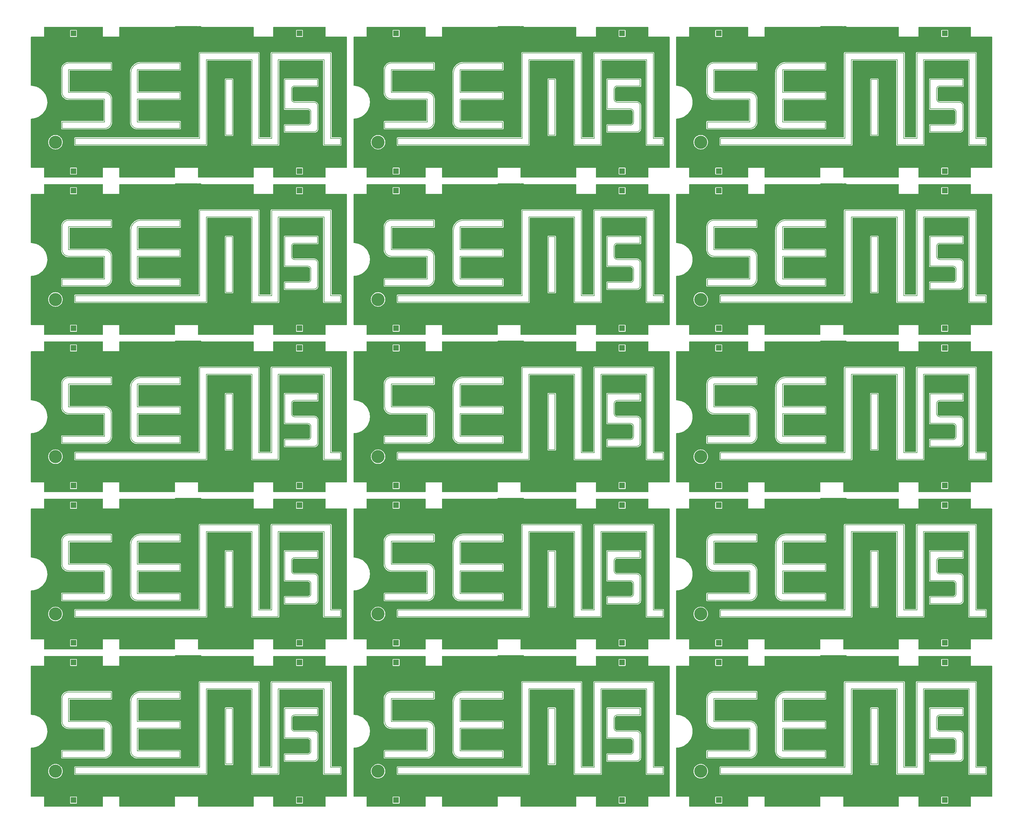
<source format=gtl>
%TF.GenerationSoftware,KiCad,Pcbnew,7.0.1-3b83917a11~171~ubuntu20.04.1*%
%TF.CreationDate,2023-10-27T00:02:31+02:00*%
%TF.ProjectId,panel_top,70616e65-6c5f-4746-9f70-2e6b69636164,rev?*%
%TF.SameCoordinates,Original*%
%TF.FileFunction,Copper,L1,Top*%
%TF.FilePolarity,Positive*%
%FSLAX46Y46*%
G04 Gerber Fmt 4.6, Leading zero omitted, Abs format (unit mm)*
G04 Created by KiCad (PCBNEW 7.0.1-3b83917a11~171~ubuntu20.04.1) date 2023-10-27 00:02:36*
%MOMM*%
%LPD*%
G01*
G04 APERTURE LIST*
%TA.AperFunction,NonConductor*%
%ADD10C,0.150000*%
%TD*%
%TA.AperFunction,ComponentPad*%
%ADD11R,1.700000X1.700000*%
%TD*%
%TA.AperFunction,ViaPad*%
%ADD12C,4.000000*%
%TD*%
G04 APERTURE END LIST*
D10*
X272264214Y-54014214D02*
X272264214Y-28014214D01*
X173764214Y-102014214D02*
X173764214Y-76014214D01*
X173764214Y-246014214D02*
X173764214Y-220014214D01*
X272264214Y-246014214D02*
X272264214Y-220014214D01*
X75264214Y-150014214D02*
X75264214Y-124014214D01*
X272264214Y-102014214D02*
X272264214Y-76014214D01*
X173764214Y-150014214D02*
X173764214Y-124014214D01*
X75264214Y-198014214D02*
X75264214Y-172014214D01*
X173764214Y-198014214D02*
X173764214Y-172014214D01*
X272264214Y-198014214D02*
X272264214Y-172014214D01*
X75264214Y-246014214D02*
X75264214Y-220014214D01*
X75264214Y-102014214D02*
X75264214Y-76014214D01*
X272264214Y-150014214D02*
X272264214Y-124014214D01*
X75264214Y-54014214D02*
X75264214Y-28014214D01*
X173764214Y-54014214D02*
X173764214Y-28014214D01*
X13264214Y-33014214D02*
X13264214Y-40014214D01*
X111764214Y-33014214D02*
X111764214Y-40014214D01*
X210264214Y-33014214D02*
X210264214Y-40014214D01*
X13264214Y-81014214D02*
X13264214Y-88014214D01*
X210264214Y-81014214D02*
X210264214Y-88014214D01*
X111764214Y-81014214D02*
X111764214Y-88014214D01*
X13264214Y-129014214D02*
X13264214Y-136014214D01*
X111764214Y-129014214D02*
X111764214Y-136014214D01*
X210264214Y-129014214D02*
X210264214Y-136014214D01*
X13264214Y-177014214D02*
X13264214Y-184014214D01*
X111764214Y-177014214D02*
X111764214Y-184014214D01*
X210264214Y-177014214D02*
X210264214Y-184014214D01*
X13264214Y-225014214D02*
X13264214Y-232014214D01*
X111764214Y-225014214D02*
X111764214Y-232014214D01*
X210264214Y-225014214D02*
X210264214Y-232014214D01*
X77264214Y-30014214D02*
X91264214Y-30014214D01*
X175764214Y-30014214D02*
X189764214Y-30014214D01*
X274264214Y-30014214D02*
X288264214Y-30014214D01*
X77264214Y-78014214D02*
X91264214Y-78014214D01*
X175764214Y-78014214D02*
X189764214Y-78014214D01*
X274264214Y-78014214D02*
X288264214Y-78014214D01*
X77264214Y-126014214D02*
X91264214Y-126014214D01*
X175764214Y-126014214D02*
X189764214Y-126014214D01*
X274264214Y-126014214D02*
X288264214Y-126014214D01*
X77264214Y-174014214D02*
X91264214Y-174014214D01*
X175764214Y-174014214D02*
X189764214Y-174014214D01*
X274264214Y-174014214D02*
X288264214Y-174014214D01*
X77264214Y-222014214D02*
X91264214Y-222014214D01*
X175764214Y-222014214D02*
X189764214Y-222014214D01*
X274264214Y-222014214D02*
X288264214Y-222014214D01*
X11264214Y-33014214D02*
X11264214Y-40014214D01*
X109764214Y-33014214D02*
X109764214Y-40014214D01*
X208264214Y-33014214D02*
X208264214Y-40014214D01*
X11264214Y-81014214D02*
X11264214Y-88014214D01*
X109764214Y-81014214D02*
X109764214Y-88014214D01*
X208264214Y-81014214D02*
X208264214Y-88014214D01*
X11264214Y-129014214D02*
X11264214Y-136014214D01*
X109764214Y-129014214D02*
X109764214Y-136014214D01*
X208264214Y-129014214D02*
X208264214Y-136014214D01*
X11264214Y-177014214D02*
X11264214Y-184014214D01*
X109764214Y-177014214D02*
X109764214Y-184014214D01*
X208264214Y-177014214D02*
X208264214Y-184014214D01*
X11264214Y-225014214D02*
X11264214Y-232014214D01*
X109764214Y-225014214D02*
X109764214Y-232014214D01*
X208264214Y-225014214D02*
X208264214Y-232014214D01*
X54264214Y-28014214D02*
X53264214Y-28014214D01*
X152764214Y-28014214D02*
X151764214Y-28014214D01*
X251264214Y-28014214D02*
X250264214Y-28014214D01*
X54264214Y-76014214D02*
X53264214Y-76014214D01*
X152764214Y-76014214D02*
X151764214Y-76014214D01*
X251264214Y-76014214D02*
X250264214Y-76014214D01*
X54264214Y-124014214D02*
X53264214Y-124014214D01*
X152764214Y-124014214D02*
X151764214Y-124014214D01*
X251264214Y-124014214D02*
X250264214Y-124014214D01*
X54264214Y-172014214D02*
X53264214Y-172014214D01*
X152764214Y-172014214D02*
X151764214Y-172014214D01*
X251264214Y-172014214D02*
X250264214Y-172014214D01*
X54264214Y-220014214D02*
X53264214Y-220014214D01*
X152764214Y-220014214D02*
X151764214Y-220014214D01*
X251264214Y-220014214D02*
X250264214Y-220014214D01*
X79264214Y-45014214D02*
X79264214Y-36014214D01*
X177764214Y-45014214D02*
X177764214Y-36014214D01*
X276264214Y-45014214D02*
X276264214Y-36014214D01*
X79264214Y-93014214D02*
X79264214Y-84014214D01*
X177764214Y-93014214D02*
X177764214Y-84014214D01*
X276264214Y-93014214D02*
X276264214Y-84014214D01*
X79264214Y-141014214D02*
X79264214Y-132014214D01*
X177764214Y-141014214D02*
X177764214Y-132014214D01*
X276264214Y-141014214D02*
X276264214Y-132014214D01*
X79264214Y-189014214D02*
X79264214Y-180014214D01*
X177764214Y-189014214D02*
X177764214Y-180014214D01*
X276264214Y-189014214D02*
X276264214Y-180014214D01*
X79264214Y-237014214D02*
X79264214Y-228014214D01*
X177764214Y-237014214D02*
X177764214Y-228014214D01*
X276264214Y-237014214D02*
X276264214Y-228014214D01*
X63264214Y-53014214D02*
X63264214Y-36014214D01*
X161764214Y-53014214D02*
X161764214Y-36014214D01*
X260264214Y-53014214D02*
X260264214Y-36014214D01*
X63264214Y-101014214D02*
X63264214Y-84014214D01*
X161764214Y-101014214D02*
X161764214Y-84014214D01*
X260264214Y-101014214D02*
X260264214Y-84014214D01*
X63264214Y-149014214D02*
X63264214Y-132014214D01*
X161764214Y-149014214D02*
X161764214Y-132014214D01*
X260264214Y-149014214D02*
X260264214Y-132014214D01*
X63264214Y-197014214D02*
X63264214Y-180014214D01*
X161764214Y-197014214D02*
X161764214Y-180014214D01*
X260264214Y-197014214D02*
X260264214Y-180014214D01*
X63264214Y-245014214D02*
X63264214Y-228014214D01*
X161764214Y-245014214D02*
X161764214Y-228014214D01*
X260264214Y-245014214D02*
X260264214Y-228014214D01*
X96264214Y-54014214D02*
X93264214Y-54014214D01*
X194764214Y-54014214D02*
X191764214Y-54014214D01*
X293264214Y-54014214D02*
X290264214Y-54014214D01*
X96264214Y-102014214D02*
X93264214Y-102014214D01*
X194764214Y-102014214D02*
X191764214Y-102014214D01*
X293264214Y-102014214D02*
X290264214Y-102014214D01*
X96264214Y-150014214D02*
X93264214Y-150014214D01*
X194764214Y-150014214D02*
X191764214Y-150014214D01*
X293264214Y-150014214D02*
X290264214Y-150014214D01*
X96264214Y-198014214D02*
X93264214Y-198014214D01*
X194764214Y-198014214D02*
X191764214Y-198014214D01*
X293264214Y-198014214D02*
X290264214Y-198014214D01*
X96264214Y-246014214D02*
X93264214Y-246014214D01*
X194764214Y-246014214D02*
X191764214Y-246014214D01*
X293264214Y-246014214D02*
X290264214Y-246014214D01*
X47264214Y-40014214D02*
X47264214Y-42014214D01*
X145764214Y-40014214D02*
X145764214Y-42014214D01*
X244264214Y-40014214D02*
X244264214Y-42014214D01*
X47264214Y-88014214D02*
X47264214Y-90014214D01*
X145764214Y-88014214D02*
X145764214Y-90014214D01*
X244264214Y-88014214D02*
X244264214Y-90014214D01*
X47264214Y-136014214D02*
X47264214Y-138014214D01*
X145764214Y-136014214D02*
X145764214Y-138014214D01*
X244264214Y-136014214D02*
X244264214Y-138014214D01*
X47264214Y-184014214D02*
X47264214Y-186014214D01*
X145764214Y-184014214D02*
X145764214Y-186014214D01*
X244264214Y-184014214D02*
X244264214Y-186014214D01*
X47264214Y-232014214D02*
X47264214Y-234014214D01*
X145764214Y-232014214D02*
X145764214Y-234014214D01*
X244264214Y-232014214D02*
X244264214Y-234014214D01*
X91264214Y-30014214D02*
X91264214Y-56014214D01*
X189764214Y-30014214D02*
X189764214Y-56014214D01*
X288264214Y-30014214D02*
X288264214Y-56014214D01*
X91264214Y-78014214D02*
X91264214Y-104014214D01*
X189764214Y-78014214D02*
X189764214Y-104014214D01*
X288264214Y-78014214D02*
X288264214Y-104014214D01*
X91264214Y-126014214D02*
X91264214Y-152014214D01*
X189764214Y-126014214D02*
X189764214Y-152014214D01*
X288264214Y-126014214D02*
X288264214Y-152014214D01*
X91264214Y-174014214D02*
X91264214Y-200014214D01*
X189764214Y-174014214D02*
X189764214Y-200014214D01*
X288264214Y-174014214D02*
X288264214Y-200014214D01*
X91264214Y-222014214D02*
X91264214Y-248014214D01*
X189764214Y-222014214D02*
X189764214Y-248014214D01*
X288264214Y-222014214D02*
X288264214Y-248014214D01*
X86264214Y-45014214D02*
X79264214Y-45014214D01*
X184764214Y-45014214D02*
X177764214Y-45014214D01*
X283264214Y-45014214D02*
X276264214Y-45014214D01*
X86264214Y-93014214D02*
X79264214Y-93014214D01*
X184764214Y-93014214D02*
X177764214Y-93014214D01*
X86264214Y-141014214D02*
X79264214Y-141014214D01*
X283264214Y-93014214D02*
X276264214Y-93014214D01*
X184764214Y-141014214D02*
X177764214Y-141014214D01*
X283264214Y-141014214D02*
X276264214Y-141014214D01*
X86264214Y-189014214D02*
X79264214Y-189014214D01*
X184764214Y-189014214D02*
X177764214Y-189014214D01*
X283264214Y-189014214D02*
X276264214Y-189014214D01*
X86264214Y-237014214D02*
X79264214Y-237014214D01*
X184764214Y-237014214D02*
X177764214Y-237014214D01*
X283264214Y-237014214D02*
X276264214Y-237014214D01*
X24264214Y-42014214D02*
X13264214Y-42014214D01*
X122764214Y-90014214D02*
X111764214Y-90014214D01*
X122764214Y-42014214D02*
X111764214Y-42014214D01*
X221264214Y-42014214D02*
X210264214Y-42014214D01*
X24264214Y-90014214D02*
X13264214Y-90014214D01*
X221264214Y-90014214D02*
X210264214Y-90014214D01*
X24264214Y-138014214D02*
X13264214Y-138014214D01*
X122764214Y-138014214D02*
X111764214Y-138014214D01*
X221264214Y-138014214D02*
X210264214Y-138014214D01*
X122764214Y-186014214D02*
X111764214Y-186014214D01*
X24264214Y-186014214D02*
X13264214Y-186014214D01*
X221264214Y-186014214D02*
X210264214Y-186014214D01*
X24264214Y-234014214D02*
X13264214Y-234014214D01*
X122764214Y-234014214D02*
X111764214Y-234014214D01*
X221264214Y-234014214D02*
X210264214Y-234014214D01*
X47264214Y-40014214D02*
X34264214Y-40014214D01*
X145764214Y-40014214D02*
X132764214Y-40014214D01*
X244264214Y-40014214D02*
X231264214Y-40014214D01*
X47264214Y-88014214D02*
X34264214Y-88014214D01*
X145764214Y-88014214D02*
X132764214Y-88014214D01*
X244264214Y-88014214D02*
X231264214Y-88014214D01*
X47264214Y-136014214D02*
X34264214Y-136014214D01*
X145764214Y-136014214D02*
X132764214Y-136014214D01*
X244264214Y-136014214D02*
X231264214Y-136014214D01*
X47264214Y-184014214D02*
X34264214Y-184014214D01*
X145764214Y-184014214D02*
X132764214Y-184014214D01*
X244264214Y-184014214D02*
X231264214Y-184014214D01*
X47264214Y-232014214D02*
X34264214Y-232014214D01*
X145764214Y-232014214D02*
X132764214Y-232014214D01*
X244264214Y-232014214D02*
X231264214Y-232014214D01*
X77264214Y-248014214D02*
X77264214Y-222014214D01*
X175764214Y-248014214D02*
X175764214Y-222014214D01*
X274264214Y-248014214D02*
X274264214Y-222014214D01*
X77264214Y-56014214D02*
X77264214Y-30014214D01*
X175764214Y-56014214D02*
X175764214Y-30014214D01*
X274264214Y-56014214D02*
X274264214Y-30014214D01*
X77264214Y-104014214D02*
X77264214Y-78014214D01*
X175764214Y-104014214D02*
X175764214Y-78014214D01*
X274264214Y-104014214D02*
X274264214Y-78014214D01*
X77264214Y-152014214D02*
X77264214Y-126014214D01*
X175764214Y-152014214D02*
X175764214Y-126014214D01*
X274264214Y-152014214D02*
X274264214Y-126014214D01*
X77264214Y-200014214D02*
X77264214Y-174014214D01*
X175764214Y-200014214D02*
X175764214Y-174014214D01*
X274264214Y-200014214D02*
X274264214Y-174014214D01*
X55264214Y-56014214D02*
X55264214Y-30014214D01*
X153764214Y-56014214D02*
X153764214Y-30014214D01*
X252264214Y-56014214D02*
X252264214Y-30014214D01*
X55264214Y-104014214D02*
X55264214Y-78014214D01*
X153764214Y-104014214D02*
X153764214Y-78014214D01*
X252264214Y-104014214D02*
X252264214Y-78014214D01*
X55264214Y-152014214D02*
X55264214Y-126014214D01*
X153764214Y-152014214D02*
X153764214Y-126014214D01*
X252264214Y-152014214D02*
X252264214Y-126014214D01*
X55264214Y-200014214D02*
X55264214Y-174014214D01*
X153764214Y-200014214D02*
X153764214Y-174014214D01*
X252264214Y-200014214D02*
X252264214Y-174014214D01*
X55264214Y-248014214D02*
X55264214Y-222014214D01*
X153764214Y-248014214D02*
X153764214Y-222014214D01*
X252264214Y-248014214D02*
X252264214Y-222014214D01*
X61264214Y-36014214D02*
X61264214Y-53014214D01*
X159764214Y-36014214D02*
X159764214Y-53014214D01*
X258264214Y-36014214D02*
X258264214Y-53014214D01*
X61264214Y-84014214D02*
X61264214Y-101014214D01*
X159764214Y-84014214D02*
X159764214Y-101014214D01*
X258264214Y-84014214D02*
X258264214Y-101014214D01*
X61264214Y-132014214D02*
X61264214Y-149014214D01*
X159764214Y-132014214D02*
X159764214Y-149014214D01*
X258264214Y-132014214D02*
X258264214Y-149014214D01*
X61264214Y-180014214D02*
X61264214Y-197014214D01*
X159764214Y-180014214D02*
X159764214Y-197014214D01*
X258264214Y-180014214D02*
X258264214Y-197014214D01*
X61264214Y-228014214D02*
X61264214Y-245014214D01*
X159764214Y-228014214D02*
X159764214Y-245014214D01*
X258264214Y-228014214D02*
X258264214Y-245014214D01*
X88264214Y-52014214D02*
X79264214Y-52014214D01*
X186764214Y-52014214D02*
X177764214Y-52014214D01*
X285264214Y-52014214D02*
X276264214Y-52014214D01*
X88264214Y-100014214D02*
X79264214Y-100014214D01*
X186764214Y-100014214D02*
X177764214Y-100014214D01*
X285264214Y-100014214D02*
X276264214Y-100014214D01*
X88264214Y-148014214D02*
X79264214Y-148014214D01*
X186764214Y-148014214D02*
X177764214Y-148014214D01*
X285264214Y-148014214D02*
X276264214Y-148014214D01*
X88264214Y-196014214D02*
X79264214Y-196014214D01*
X186764214Y-196014214D02*
X177764214Y-196014214D01*
X285264214Y-196014214D02*
X276264214Y-196014214D01*
X88264214Y-244014214D02*
X79264214Y-244014214D01*
X186764214Y-244014214D02*
X177764214Y-244014214D01*
X285264214Y-244014214D02*
X276264214Y-244014214D01*
X89264214Y-44014214D02*
X89264214Y-51014214D01*
X187764214Y-44014214D02*
X187764214Y-51014214D01*
X286264214Y-44014214D02*
X286264214Y-51014214D01*
X89264214Y-92014214D02*
X89264214Y-99014214D01*
X187764214Y-92014214D02*
X187764214Y-99014214D01*
X286264214Y-92014214D02*
X286264214Y-99014214D01*
X89264214Y-140014214D02*
X89264214Y-147014214D01*
X187764214Y-140014214D02*
X187764214Y-147014214D01*
X286264214Y-140014214D02*
X286264214Y-147014214D01*
X89264214Y-188014214D02*
X89264214Y-195014214D01*
X187764214Y-188014214D02*
X187764214Y-195014214D01*
X286264214Y-188014214D02*
X286264214Y-195014214D01*
X89264214Y-236014214D02*
X89264214Y-243014214D01*
X187764214Y-236014214D02*
X187764214Y-243014214D01*
X286264214Y-236014214D02*
X286264214Y-243014214D01*
X13264214Y-40014214D02*
X24264214Y-40014214D01*
X111764214Y-40014214D02*
X122764214Y-40014214D01*
X210264214Y-40014214D02*
X221264214Y-40014214D01*
X13264214Y-88014214D02*
X24264214Y-88014214D01*
X111764214Y-88014214D02*
X122764214Y-88014214D01*
X210264214Y-88014214D02*
X221264214Y-88014214D01*
X13264214Y-136014214D02*
X24264214Y-136014214D01*
X111764214Y-136014214D02*
X122764214Y-136014214D01*
X210264214Y-136014214D02*
X221264214Y-136014214D01*
X13264214Y-184014214D02*
X24264214Y-184014214D01*
X111764214Y-184014214D02*
X122764214Y-184014214D01*
X210264214Y-184014214D02*
X221264214Y-184014214D01*
X13264214Y-232014214D02*
X24264214Y-232014214D01*
X111764214Y-232014214D02*
X122764214Y-232014214D01*
X210264214Y-232014214D02*
X221264214Y-232014214D01*
X47264214Y-49014214D02*
X47264214Y-51014214D01*
X145764214Y-49014214D02*
X145764214Y-51014214D01*
X244264214Y-49014214D02*
X244264214Y-51014214D01*
X47264214Y-97014214D02*
X47264214Y-99014214D01*
X145764214Y-97014214D02*
X145764214Y-99014214D01*
X244264214Y-97014214D02*
X244264214Y-99014214D01*
X47264214Y-145014214D02*
X47264214Y-147014214D01*
X145764214Y-145014214D02*
X145764214Y-147014214D01*
X244264214Y-145014214D02*
X244264214Y-147014214D01*
X47264214Y-193014214D02*
X47264214Y-195014214D01*
X145764214Y-193014214D02*
X145764214Y-195014214D01*
X244264214Y-193014214D02*
X244264214Y-195014214D01*
X47264214Y-241014214D02*
X47264214Y-243014214D01*
X145764214Y-241014214D02*
X145764214Y-243014214D01*
X244264214Y-241014214D02*
X244264214Y-243014214D01*
X81264186Y-42014214D02*
G75*
G03*
X82264214Y-43014214I1000014J14D01*
G01*
X179764186Y-42014214D02*
G75*
G03*
X180764214Y-43014214I1000014J14D01*
G01*
X278264186Y-42014214D02*
G75*
G03*
X279264214Y-43014214I1000014J14D01*
G01*
X81264186Y-90014214D02*
G75*
G03*
X82264214Y-91014214I1000014J14D01*
G01*
X179764186Y-90014214D02*
G75*
G03*
X180764214Y-91014214I1000014J14D01*
G01*
X278264186Y-90014214D02*
G75*
G03*
X279264214Y-91014214I1000014J14D01*
G01*
X81264186Y-138014214D02*
G75*
G03*
X82264214Y-139014214I1000014J14D01*
G01*
X179764186Y-138014214D02*
G75*
G03*
X180764214Y-139014214I1000014J14D01*
G01*
X278264186Y-138014214D02*
G75*
G03*
X279264214Y-139014214I1000014J14D01*
G01*
X81264186Y-186014214D02*
G75*
G03*
X82264214Y-187014214I1000014J14D01*
G01*
X179764186Y-186014214D02*
G75*
G03*
X180764214Y-187014214I1000014J14D01*
G01*
X278264186Y-186014214D02*
G75*
G03*
X279264214Y-187014214I1000014J14D01*
G01*
X81264186Y-234014214D02*
G75*
G03*
X82264214Y-235014214I1000014J14D01*
G01*
X179764186Y-234014214D02*
G75*
G03*
X180764214Y-235014214I1000014J14D01*
G01*
X278264186Y-234014214D02*
G75*
G03*
X279264214Y-235014214I1000014J14D01*
G01*
X34264214Y-42014214D02*
X34264214Y-49014214D01*
X132764214Y-42014214D02*
X132764214Y-49014214D01*
X231264214Y-42014214D02*
X231264214Y-49014214D01*
X34264214Y-90014214D02*
X34264214Y-97014214D01*
X132764214Y-90014214D02*
X132764214Y-97014214D01*
X231264214Y-90014214D02*
X231264214Y-97014214D01*
X34264214Y-138014214D02*
X34264214Y-145014214D01*
X132764214Y-138014214D02*
X132764214Y-145014214D01*
X231264214Y-138014214D02*
X231264214Y-145014214D01*
X34264214Y-186014214D02*
X34264214Y-193014214D01*
X132764214Y-186014214D02*
X132764214Y-193014214D01*
X231264214Y-186014214D02*
X231264214Y-193014214D01*
X34264214Y-234014214D02*
X34264214Y-241014214D01*
X132764214Y-234014214D02*
X132764214Y-241014214D01*
X231264214Y-234014214D02*
X231264214Y-241014214D01*
X61264214Y-53014214D02*
X63264214Y-53014214D01*
X159764214Y-53014214D02*
X161764214Y-53014214D01*
X258264214Y-53014214D02*
X260264214Y-53014214D01*
X61264214Y-101014214D02*
X63264214Y-101014214D01*
X159764214Y-101014214D02*
X161764214Y-101014214D01*
X258264214Y-101014214D02*
X260264214Y-101014214D01*
X61264214Y-149014214D02*
X63264214Y-149014214D01*
X159764214Y-149014214D02*
X161764214Y-149014214D01*
X258264214Y-149014214D02*
X260264214Y-149014214D01*
X61264214Y-197014214D02*
X63264214Y-197014214D01*
X159764214Y-197014214D02*
X161764214Y-197014214D01*
X258264214Y-197014214D02*
X260264214Y-197014214D01*
X61264214Y-245014214D02*
X63264214Y-245014214D01*
X159764214Y-245014214D02*
X161764214Y-245014214D01*
X258264214Y-245014214D02*
X260264214Y-245014214D01*
X26264214Y-33014214D02*
X13264214Y-33014214D01*
X124764214Y-33014214D02*
X111764214Y-33014214D01*
X223264214Y-33014214D02*
X210264214Y-33014214D01*
X26264214Y-81014214D02*
X13264214Y-81014214D01*
X124764214Y-81014214D02*
X111764214Y-81014214D01*
X223264214Y-81014214D02*
X210264214Y-81014214D01*
X26264214Y-129014214D02*
X13264214Y-129014214D01*
X124764214Y-129014214D02*
X111764214Y-129014214D01*
X223264214Y-129014214D02*
X210264214Y-129014214D01*
X26264214Y-177014214D02*
X13264214Y-177014214D01*
X124764214Y-177014214D02*
X111764214Y-177014214D01*
X223264214Y-177014214D02*
X210264214Y-177014214D01*
X26264214Y-225014214D02*
X13264214Y-225014214D01*
X124764214Y-225014214D02*
X111764214Y-225014214D01*
X223264214Y-225014214D02*
X210264214Y-225014214D01*
X79264214Y-36014214D02*
X89264214Y-36014214D01*
X177764214Y-36014214D02*
X187764214Y-36014214D01*
X276264214Y-36014214D02*
X286264214Y-36014214D01*
X79264214Y-84014214D02*
X89264214Y-84014214D01*
X177764214Y-84014214D02*
X187764214Y-84014214D01*
X276264214Y-84014214D02*
X286264214Y-84014214D01*
X79264214Y-132014214D02*
X89264214Y-132014214D01*
X177764214Y-132014214D02*
X187764214Y-132014214D01*
X276264214Y-132014214D02*
X286264214Y-132014214D01*
X79264214Y-180014214D02*
X89264214Y-180014214D01*
X177764214Y-180014214D02*
X187764214Y-180014214D01*
X276264214Y-180014214D02*
X286264214Y-180014214D01*
X79264214Y-228014214D02*
X89264214Y-228014214D01*
X177764214Y-228014214D02*
X187764214Y-228014214D01*
X276264214Y-228014214D02*
X286264214Y-228014214D01*
X35264214Y-31014214D02*
G75*
G03*
X32264214Y-34014214I-14J-2999986D01*
G01*
X133764214Y-31014214D02*
G75*
G03*
X130764214Y-34014214I-14J-2999986D01*
G01*
X232264214Y-31014214D02*
G75*
G03*
X229264214Y-34014214I-14J-2999986D01*
G01*
X35264214Y-79014214D02*
G75*
G03*
X32264214Y-82014214I-14J-2999986D01*
G01*
X133764214Y-79014214D02*
G75*
G03*
X130764214Y-82014214I-14J-2999986D01*
G01*
X232264214Y-79014214D02*
G75*
G03*
X229264214Y-82014214I-14J-2999986D01*
G01*
X35264214Y-127014214D02*
G75*
G03*
X32264214Y-130014214I-14J-2999986D01*
G01*
X133764214Y-127014214D02*
G75*
G03*
X130764214Y-130014214I-14J-2999986D01*
G01*
X232264214Y-127014214D02*
G75*
G03*
X229264214Y-130014214I-14J-2999986D01*
G01*
X35264214Y-175014214D02*
G75*
G03*
X32264214Y-178014214I-14J-2999986D01*
G01*
X133764214Y-175014214D02*
G75*
G03*
X130764214Y-178014214I-14J-2999986D01*
G01*
X232264214Y-175014214D02*
G75*
G03*
X229264214Y-178014214I-14J-2999986D01*
G01*
X35264214Y-223014214D02*
G75*
G03*
X32264214Y-226014214I-14J-2999986D01*
G01*
X133764214Y-223014214D02*
G75*
G03*
X130764214Y-226014214I-14J-2999986D01*
G01*
X232264214Y-223014214D02*
G75*
G03*
X229264214Y-226014214I-14J-2999986D01*
G01*
X132764214Y-49014214D02*
X145764214Y-49014214D01*
X34264214Y-49014214D02*
X47264214Y-49014214D01*
X231264214Y-49014214D02*
X244264214Y-49014214D01*
X34264214Y-97014214D02*
X47264214Y-97014214D01*
X132764214Y-97014214D02*
X145764214Y-97014214D01*
X231264214Y-97014214D02*
X244264214Y-97014214D01*
X34264214Y-145014214D02*
X47264214Y-145014214D01*
X132764214Y-145014214D02*
X145764214Y-145014214D01*
X231264214Y-145014214D02*
X244264214Y-145014214D01*
X34264214Y-193014214D02*
X47264214Y-193014214D01*
X132764214Y-193014214D02*
X145764214Y-193014214D01*
X231264214Y-193014214D02*
X244264214Y-193014214D01*
X34264214Y-241014214D02*
X47264214Y-241014214D01*
X132764214Y-241014214D02*
X145764214Y-241014214D01*
X231264214Y-241014214D02*
X244264214Y-241014214D01*
X124764214Y-31014214D02*
X111764214Y-31014214D01*
X26264214Y-31014214D02*
X13264214Y-31014214D01*
X223264214Y-31014214D02*
X210264214Y-31014214D01*
X26264214Y-79014214D02*
X13264214Y-79014214D01*
X124764214Y-79014214D02*
X111764214Y-79014214D01*
X223264214Y-79014214D02*
X210264214Y-79014214D01*
X26264214Y-127014214D02*
X13264214Y-127014214D01*
X124764214Y-127014214D02*
X111764214Y-127014214D01*
X223264214Y-127014214D02*
X210264214Y-127014214D01*
X26264214Y-175014214D02*
X13264214Y-175014214D01*
X124764214Y-175014214D02*
X111764214Y-175014214D01*
X223264214Y-175014214D02*
X210264214Y-175014214D01*
X26264214Y-223014214D02*
X13264214Y-223014214D01*
X124764214Y-223014214D02*
X111764214Y-223014214D01*
X223264214Y-223014214D02*
X210264214Y-223014214D01*
X111764214Y-31014214D02*
G75*
G03*
X109764214Y-33014214I-14J-1999986D01*
G01*
X13264214Y-31014214D02*
G75*
G03*
X11264214Y-33014214I-14J-1999986D01*
G01*
X210264214Y-31014214D02*
G75*
G03*
X208264214Y-33014214I-14J-1999986D01*
G01*
X13264214Y-79014214D02*
G75*
G03*
X11264214Y-81014214I-14J-1999986D01*
G01*
X111764214Y-79014214D02*
G75*
G03*
X109764214Y-81014214I-14J-1999986D01*
G01*
X210264214Y-79014214D02*
G75*
G03*
X208264214Y-81014214I-14J-1999986D01*
G01*
X13264214Y-127014214D02*
G75*
G03*
X11264214Y-129014214I-14J-1999986D01*
G01*
X111764214Y-127014214D02*
G75*
G03*
X109764214Y-129014214I-14J-1999986D01*
G01*
X210264214Y-127014214D02*
G75*
G03*
X208264214Y-129014214I-14J-1999986D01*
G01*
X13264214Y-175014214D02*
G75*
G03*
X11264214Y-177014214I-14J-1999986D01*
G01*
X111764214Y-175014214D02*
G75*
G03*
X109764214Y-177014214I-14J-1999986D01*
G01*
X210264214Y-175014214D02*
G75*
G03*
X208264214Y-177014214I-14J-1999986D01*
G01*
X13264214Y-223014214D02*
G75*
G03*
X11264214Y-225014214I-14J-1999986D01*
G01*
X111764214Y-223014214D02*
G75*
G03*
X109764214Y-225014214I-14J-1999986D01*
G01*
X210264214Y-223014214D02*
G75*
G03*
X208264214Y-225014214I-14J-1999986D01*
G01*
X151764214Y-28014214D02*
X151764214Y-54014214D01*
X53264214Y-28014214D02*
X53264214Y-54014214D01*
X250264214Y-28014214D02*
X250264214Y-54014214D01*
X53264214Y-76014214D02*
X53264214Y-102014214D01*
X151764214Y-76014214D02*
X151764214Y-102014214D01*
X250264214Y-76014214D02*
X250264214Y-102014214D01*
X53264214Y-124014214D02*
X53264214Y-150014214D01*
X151764214Y-124014214D02*
X151764214Y-150014214D01*
X250264214Y-124014214D02*
X250264214Y-150014214D01*
X53264214Y-172014214D02*
X53264214Y-198014214D01*
X151764214Y-172014214D02*
X151764214Y-198014214D01*
X250264214Y-172014214D02*
X250264214Y-198014214D01*
X53264214Y-220014214D02*
X53264214Y-246014214D01*
X151764214Y-220014214D02*
X151764214Y-246014214D01*
X250264214Y-220014214D02*
X250264214Y-246014214D01*
X132764214Y-40014214D02*
X132764214Y-33014214D01*
X34264214Y-40014214D02*
X34264214Y-33014214D01*
X231264214Y-40014214D02*
X231264214Y-33014214D01*
X34264214Y-88014214D02*
X34264214Y-81014214D01*
X132764214Y-88014214D02*
X132764214Y-81014214D01*
X231264214Y-88014214D02*
X231264214Y-81014214D01*
X34264214Y-136014214D02*
X34264214Y-129014214D01*
X132764214Y-136014214D02*
X132764214Y-129014214D01*
X231264214Y-136014214D02*
X231264214Y-129014214D01*
X34264214Y-184014214D02*
X34264214Y-177014214D01*
X132764214Y-184014214D02*
X132764214Y-177014214D01*
X231264214Y-184014214D02*
X231264214Y-177014214D01*
X34264214Y-232014214D02*
X34264214Y-225014214D01*
X132764214Y-232014214D02*
X132764214Y-225014214D01*
X231264214Y-232014214D02*
X231264214Y-225014214D01*
X91264214Y-56014214D02*
X96264214Y-56014214D01*
X189764214Y-56014214D02*
X194764214Y-56014214D01*
X288264214Y-56014214D02*
X293264214Y-56014214D01*
X91264214Y-104014214D02*
X96264214Y-104014214D01*
X189764214Y-104014214D02*
X194764214Y-104014214D01*
X288264214Y-104014214D02*
X293264214Y-104014214D01*
X91264214Y-152014214D02*
X96264214Y-152014214D01*
X189764214Y-152014214D02*
X194764214Y-152014214D01*
X288264214Y-152014214D02*
X293264214Y-152014214D01*
X91264214Y-200014214D02*
X96264214Y-200014214D01*
X189764214Y-200014214D02*
X194764214Y-200014214D01*
X288264214Y-200014214D02*
X293264214Y-200014214D01*
X91264214Y-248014214D02*
X96264214Y-248014214D01*
X189764214Y-248014214D02*
X194764214Y-248014214D01*
X288264214Y-248014214D02*
X293264214Y-248014214D01*
X96264214Y-56014214D02*
X96264214Y-54014214D01*
X194764214Y-56014214D02*
X194764214Y-54014214D01*
X293264214Y-56014214D02*
X293264214Y-54014214D01*
X96264214Y-104014214D02*
X96264214Y-102014214D01*
X194764214Y-104014214D02*
X194764214Y-102014214D01*
X293264214Y-104014214D02*
X293264214Y-102014214D01*
X96264214Y-152014214D02*
X96264214Y-150014214D01*
X194764214Y-152014214D02*
X194764214Y-150014214D01*
X293264214Y-152014214D02*
X293264214Y-150014214D01*
X96264214Y-200014214D02*
X96264214Y-198014214D01*
X194764214Y-200014214D02*
X194764214Y-198014214D01*
X293264214Y-200014214D02*
X293264214Y-198014214D01*
X96264214Y-248014214D02*
X96264214Y-246014214D01*
X194764214Y-248014214D02*
X194764214Y-246014214D01*
X293264214Y-248014214D02*
X293264214Y-246014214D01*
X47264214Y-31014214D02*
X47264214Y-33014214D01*
X145764214Y-31014214D02*
X145764214Y-33014214D01*
X244264214Y-31014214D02*
X244264214Y-33014214D01*
X47264214Y-79014214D02*
X47264214Y-81014214D01*
X145764214Y-79014214D02*
X145764214Y-81014214D01*
X244264214Y-79014214D02*
X244264214Y-81014214D01*
X47264214Y-127014214D02*
X47264214Y-129014214D01*
X145764214Y-127014214D02*
X145764214Y-129014214D01*
X244264214Y-127014214D02*
X244264214Y-129014214D01*
X47264214Y-175014214D02*
X47264214Y-177014214D01*
X145764214Y-175014214D02*
X145764214Y-177014214D01*
X244264214Y-175014214D02*
X244264214Y-177014214D01*
X47264214Y-223014214D02*
X47264214Y-225014214D01*
X145764214Y-223014214D02*
X145764214Y-225014214D01*
X244264214Y-223014214D02*
X244264214Y-225014214D01*
X24264214Y-51014214D02*
G75*
G03*
X26264214Y-49014214I-14J2000014D01*
G01*
X122764214Y-51014214D02*
G75*
G03*
X124764214Y-49014214I-14J2000014D01*
G01*
X221264214Y-51014214D02*
G75*
G03*
X223264214Y-49014214I-14J2000014D01*
G01*
X24264214Y-99014214D02*
G75*
G03*
X26264214Y-97014214I-14J2000014D01*
G01*
X122764214Y-99014214D02*
G75*
G03*
X124764214Y-97014214I-14J2000014D01*
G01*
X221264214Y-99014214D02*
G75*
G03*
X223264214Y-97014214I-14J2000014D01*
G01*
X24264214Y-147014214D02*
G75*
G03*
X26264214Y-145014214I-14J2000014D01*
G01*
X122764214Y-147014214D02*
G75*
G03*
X124764214Y-145014214I-14J2000014D01*
G01*
X221264214Y-147014214D02*
G75*
G03*
X223264214Y-145014214I-14J2000014D01*
G01*
X24264214Y-195014214D02*
G75*
G03*
X26264214Y-193014214I-14J2000014D01*
G01*
X122764214Y-195014214D02*
G75*
G03*
X124764214Y-193014214I-14J2000014D01*
G01*
X221264214Y-195014214D02*
G75*
G03*
X223264214Y-193014214I-14J2000014D01*
G01*
X24264214Y-243014214D02*
G75*
G03*
X26264214Y-241014214I-14J2000014D01*
G01*
X122764214Y-243014214D02*
G75*
G03*
X124764214Y-241014214I-14J2000014D01*
G01*
X221264214Y-243014214D02*
G75*
G03*
X223264214Y-241014214I-14J2000014D01*
G01*
X79264214Y-52014214D02*
X79264214Y-50014214D01*
X177764214Y-52014214D02*
X177764214Y-50014214D01*
X276264214Y-52014214D02*
X276264214Y-50014214D01*
X79264214Y-100014214D02*
X79264214Y-98014214D01*
X177764214Y-100014214D02*
X177764214Y-98014214D01*
X276264214Y-100014214D02*
X276264214Y-98014214D01*
X79264214Y-148014214D02*
X79264214Y-146014214D01*
X177764214Y-148014214D02*
X177764214Y-146014214D01*
X276264214Y-148014214D02*
X276264214Y-146014214D01*
X79264214Y-196014214D02*
X79264214Y-194014214D01*
X177764214Y-196014214D02*
X177764214Y-194014214D01*
X276264214Y-196014214D02*
X276264214Y-194014214D01*
X79264214Y-244014214D02*
X79264214Y-242014214D01*
X177764214Y-244014214D02*
X177764214Y-242014214D01*
X276264214Y-244014214D02*
X276264214Y-242014214D01*
X283264214Y-50014214D02*
G75*
G03*
X284264214Y-49014214I-14J1000014D01*
G01*
X86264214Y-98014214D02*
G75*
G03*
X87264214Y-97014214I-14J1000014D01*
G01*
X184764214Y-98014214D02*
G75*
G03*
X185764214Y-97014214I-14J1000014D01*
G01*
X283264214Y-98014214D02*
G75*
G03*
X284264214Y-97014214I-14J1000014D01*
G01*
X86264214Y-146014214D02*
G75*
G03*
X87264214Y-145014214I-14J1000014D01*
G01*
X184764214Y-146014214D02*
G75*
G03*
X185764214Y-145014214I-14J1000014D01*
G01*
X283264214Y-146014214D02*
G75*
G03*
X284264214Y-145014214I-14J1000014D01*
G01*
X86264214Y-194014214D02*
G75*
G03*
X87264214Y-193014214I-14J1000014D01*
G01*
X184764214Y-194014214D02*
G75*
G03*
X185764214Y-193014214I-14J1000014D01*
G01*
X283264214Y-194014214D02*
G75*
G03*
X284264214Y-193014214I-14J1000014D01*
G01*
X86264214Y-242014214D02*
G75*
G03*
X87264214Y-241014214I-14J1000014D01*
G01*
X184764214Y-242014214D02*
G75*
G03*
X185764214Y-241014214I-14J1000014D01*
G01*
X283264214Y-242014214D02*
G75*
G03*
X284264214Y-241014214I-14J1000014D01*
G01*
X86264214Y-50014214D02*
G75*
G03*
X87264214Y-49014214I-14J1000014D01*
G01*
X184764214Y-50014214D02*
G75*
G03*
X185764214Y-49014214I-14J1000014D01*
G01*
X82264214Y-43014214D02*
X88264214Y-43014214D01*
X180764214Y-43014214D02*
X186764214Y-43014214D01*
X279264214Y-43014214D02*
X285264214Y-43014214D01*
X82264214Y-91014214D02*
X88264214Y-91014214D01*
X180764214Y-91014214D02*
X186764214Y-91014214D01*
X279264214Y-91014214D02*
X285264214Y-91014214D01*
X82264214Y-139014214D02*
X88264214Y-139014214D01*
X180764214Y-139014214D02*
X186764214Y-139014214D01*
X279264214Y-139014214D02*
X285264214Y-139014214D01*
X82264214Y-187014214D02*
X88264214Y-187014214D01*
X180764214Y-187014214D02*
X186764214Y-187014214D01*
X279264214Y-187014214D02*
X285264214Y-187014214D01*
X82264214Y-235014214D02*
X88264214Y-235014214D01*
X180764214Y-235014214D02*
X186764214Y-235014214D01*
X279264214Y-235014214D02*
X285264214Y-235014214D01*
X11264214Y-51014214D02*
X24264214Y-51014214D01*
X109764214Y-51014214D02*
X122764214Y-51014214D01*
X208264214Y-51014214D02*
X221264214Y-51014214D01*
X11264214Y-99014214D02*
X24264214Y-99014214D01*
X109764214Y-99014214D02*
X122764214Y-99014214D01*
X208264214Y-99014214D02*
X221264214Y-99014214D01*
X11264214Y-147014214D02*
X24264214Y-147014214D01*
X109764214Y-147014214D02*
X122764214Y-147014214D01*
X208264214Y-147014214D02*
X221264214Y-147014214D01*
X11264214Y-195014214D02*
X24264214Y-195014214D01*
X109764214Y-195014214D02*
X122764214Y-195014214D01*
X208264214Y-195014214D02*
X221264214Y-195014214D01*
X11264214Y-243014214D02*
X24264214Y-243014214D01*
X109764214Y-243014214D02*
X122764214Y-243014214D01*
X208264214Y-243014214D02*
X221264214Y-243014214D01*
X63264214Y-36014214D02*
X61264214Y-36014214D01*
X161764214Y-36014214D02*
X159764214Y-36014214D01*
X260264214Y-36014214D02*
X258264214Y-36014214D01*
X63264214Y-84014214D02*
X61264214Y-84014214D01*
X161764214Y-84014214D02*
X159764214Y-84014214D01*
X260264214Y-84014214D02*
X258264214Y-84014214D01*
X63264214Y-132014214D02*
X61264214Y-132014214D01*
X161764214Y-132014214D02*
X159764214Y-132014214D01*
X260264214Y-132014214D02*
X258264214Y-132014214D01*
X63264214Y-180014214D02*
X61264214Y-180014214D01*
X161764214Y-180014214D02*
X159764214Y-180014214D01*
X260264214Y-180014214D02*
X258264214Y-180014214D01*
X63264214Y-228014214D02*
X61264214Y-228014214D01*
X161764214Y-228014214D02*
X159764214Y-228014214D01*
X260264214Y-228014214D02*
X258264214Y-228014214D01*
X34264214Y-33014214D02*
X47264214Y-33014214D01*
X132764214Y-33014214D02*
X145764214Y-33014214D01*
X231264214Y-33014214D02*
X244264214Y-33014214D01*
X34264214Y-81014214D02*
X47264214Y-81014214D01*
X132764214Y-81014214D02*
X145764214Y-81014214D01*
X231264214Y-81014214D02*
X244264214Y-81014214D01*
X34264214Y-129014214D02*
X47264214Y-129014214D01*
X132764214Y-129014214D02*
X145764214Y-129014214D01*
X231264214Y-129014214D02*
X244264214Y-129014214D01*
X34264214Y-177014214D02*
X47264214Y-177014214D01*
X132764214Y-177014214D02*
X145764214Y-177014214D01*
X231264214Y-177014214D02*
X244264214Y-177014214D01*
X34264214Y-225014214D02*
X47264214Y-225014214D01*
X132764214Y-225014214D02*
X145764214Y-225014214D01*
X231264214Y-225014214D02*
X244264214Y-225014214D01*
X11264214Y-49014214D02*
X11264214Y-51014214D01*
X109764214Y-49014214D02*
X109764214Y-51014214D01*
X208264214Y-49014214D02*
X208264214Y-51014214D01*
X11264214Y-97014214D02*
X11264214Y-99014214D01*
X109764214Y-97014214D02*
X109764214Y-99014214D01*
X208264214Y-97014214D02*
X208264214Y-99014214D01*
X11264214Y-145014214D02*
X11264214Y-147014214D01*
X109764214Y-145014214D02*
X109764214Y-147014214D01*
X208264214Y-145014214D02*
X208264214Y-147014214D01*
X11264214Y-193014214D02*
X11264214Y-195014214D01*
X109764214Y-193014214D02*
X109764214Y-195014214D01*
X208264214Y-193014214D02*
X208264214Y-195014214D01*
X11264214Y-241014214D02*
X11264214Y-243014214D01*
X109764214Y-241014214D02*
X109764214Y-243014214D01*
X208264214Y-241014214D02*
X208264214Y-243014214D01*
X87264186Y-46014214D02*
G75*
G03*
X86264214Y-45014214I-999986J14D01*
G01*
X185764186Y-46014214D02*
G75*
G03*
X184764214Y-45014214I-999986J14D01*
G01*
X284264186Y-46014214D02*
G75*
G03*
X283264214Y-45014214I-999986J14D01*
G01*
X87264186Y-94014214D02*
G75*
G03*
X86264214Y-93014214I-999986J14D01*
G01*
X185764186Y-94014214D02*
G75*
G03*
X184764214Y-93014214I-999986J14D01*
G01*
X284264186Y-94014214D02*
G75*
G03*
X283264214Y-93014214I-999986J14D01*
G01*
X87264186Y-142014214D02*
G75*
G03*
X86264214Y-141014214I-999986J14D01*
G01*
X185764186Y-142014214D02*
G75*
G03*
X184764214Y-141014214I-999986J14D01*
G01*
X284264186Y-142014214D02*
G75*
G03*
X283264214Y-141014214I-999986J14D01*
G01*
X87264186Y-190014214D02*
G75*
G03*
X86264214Y-189014214I-999986J14D01*
G01*
X185764186Y-190014214D02*
G75*
G03*
X184764214Y-189014214I-999986J14D01*
G01*
X284264186Y-190014214D02*
G75*
G03*
X283264214Y-189014214I-999986J14D01*
G01*
X87264186Y-238014214D02*
G75*
G03*
X86264214Y-237014214I-999986J14D01*
G01*
X185764186Y-238014214D02*
G75*
G03*
X184764214Y-237014214I-999986J14D01*
G01*
X284264186Y-238014214D02*
G75*
G03*
X283264214Y-237014214I-999986J14D01*
G01*
X93264214Y-54014214D02*
X93264214Y-28014214D01*
X191764214Y-54014214D02*
X191764214Y-28014214D01*
X290264214Y-54014214D02*
X290264214Y-28014214D01*
X93264214Y-102014214D02*
X93264214Y-76014214D01*
X191764214Y-102014214D02*
X191764214Y-76014214D01*
X290264214Y-102014214D02*
X290264214Y-76014214D01*
X93264214Y-150014214D02*
X93264214Y-124014214D01*
X191764214Y-150014214D02*
X191764214Y-124014214D01*
X290264214Y-150014214D02*
X290264214Y-124014214D01*
X93264214Y-198014214D02*
X93264214Y-172014214D01*
X191764214Y-198014214D02*
X191764214Y-172014214D01*
X290264214Y-198014214D02*
X290264214Y-172014214D01*
X93264214Y-246014214D02*
X93264214Y-220014214D01*
X191764214Y-246014214D02*
X191764214Y-220014214D01*
X290264214Y-246014214D02*
X290264214Y-220014214D01*
X11264186Y-40014214D02*
G75*
G03*
X13264214Y-42014214I2000014J14D01*
G01*
X208264186Y-40014214D02*
G75*
G03*
X210264214Y-42014214I2000014J14D01*
G01*
X109764186Y-40014214D02*
G75*
G03*
X111764214Y-42014214I2000014J14D01*
G01*
X11264186Y-88014214D02*
G75*
G03*
X13264214Y-90014214I2000014J14D01*
G01*
X109764186Y-88014214D02*
G75*
G03*
X111764214Y-90014214I2000014J14D01*
G01*
X208264186Y-88014214D02*
G75*
G03*
X210264214Y-90014214I2000014J14D01*
G01*
X11264186Y-136014214D02*
G75*
G03*
X13264214Y-138014214I2000014J14D01*
G01*
X109764186Y-136014214D02*
G75*
G03*
X111764214Y-138014214I2000014J14D01*
G01*
X208264186Y-136014214D02*
G75*
G03*
X210264214Y-138014214I2000014J14D01*
G01*
X11264186Y-184014214D02*
G75*
G03*
X13264214Y-186014214I2000014J14D01*
G01*
X109764186Y-184014214D02*
G75*
G03*
X111764214Y-186014214I2000014J14D01*
G01*
X208264186Y-184014214D02*
G75*
G03*
X210264214Y-186014214I2000014J14D01*
G01*
X11264186Y-232014214D02*
G75*
G03*
X13264214Y-234014214I2000014J14D01*
G01*
X109764186Y-232014214D02*
G75*
G03*
X111764214Y-234014214I2000014J14D01*
G01*
X208264186Y-232014214D02*
G75*
G03*
X210264214Y-234014214I2000014J14D01*
G01*
X53264214Y-54014214D02*
X15264214Y-54014214D01*
X250264214Y-54014214D02*
X212264214Y-54014214D01*
X151764214Y-54014214D02*
X113764214Y-54014214D01*
X53264214Y-102014214D02*
X15264214Y-102014214D01*
X151764214Y-102014214D02*
X113764214Y-102014214D01*
X250264214Y-102014214D02*
X212264214Y-102014214D01*
X53264214Y-150014214D02*
X15264214Y-150014214D01*
X151764214Y-150014214D02*
X113764214Y-150014214D01*
X250264214Y-150014214D02*
X212264214Y-150014214D01*
X53264214Y-198014214D02*
X15264214Y-198014214D01*
X151764214Y-198014214D02*
X113764214Y-198014214D01*
X250264214Y-198014214D02*
X212264214Y-198014214D01*
X53264214Y-246014214D02*
X15264214Y-246014214D01*
X151764214Y-246014214D02*
X113764214Y-246014214D01*
X250264214Y-246014214D02*
X212264214Y-246014214D01*
X89264214Y-36014214D02*
X89264214Y-38014214D01*
X286264214Y-36014214D02*
X286264214Y-38014214D01*
X187764214Y-36014214D02*
X187764214Y-38014214D01*
X89264214Y-84014214D02*
X89264214Y-86014214D01*
X187764214Y-84014214D02*
X187764214Y-86014214D01*
X286264214Y-84014214D02*
X286264214Y-86014214D01*
X89264214Y-132014214D02*
X89264214Y-134014214D01*
X187764214Y-132014214D02*
X187764214Y-134014214D01*
X286264214Y-132014214D02*
X286264214Y-134014214D01*
X89264214Y-180014214D02*
X89264214Y-182014214D01*
X187764214Y-180014214D02*
X187764214Y-182014214D01*
X286264214Y-180014214D02*
X286264214Y-182014214D01*
X89264214Y-228014214D02*
X89264214Y-230014214D01*
X187764214Y-228014214D02*
X187764214Y-230014214D01*
X286264214Y-228014214D02*
X286264214Y-230014214D01*
X88264214Y-52014214D02*
G75*
G03*
X89264214Y-51014214I-14J1000014D01*
G01*
X285264214Y-52014214D02*
G75*
G03*
X286264214Y-51014214I-14J1000014D01*
G01*
X186764214Y-52014214D02*
G75*
G03*
X187764214Y-51014214I-14J1000014D01*
G01*
X88264214Y-100014214D02*
G75*
G03*
X89264214Y-99014214I-14J1000014D01*
G01*
X186764214Y-100014214D02*
G75*
G03*
X187764214Y-99014214I-14J1000014D01*
G01*
X285264214Y-100014214D02*
G75*
G03*
X286264214Y-99014214I-14J1000014D01*
G01*
X88264214Y-148014214D02*
G75*
G03*
X89264214Y-147014214I-14J1000014D01*
G01*
X186764214Y-148014214D02*
G75*
G03*
X187764214Y-147014214I-14J1000014D01*
G01*
X285264214Y-148014214D02*
G75*
G03*
X286264214Y-147014214I-14J1000014D01*
G01*
X88264214Y-196014214D02*
G75*
G03*
X89264214Y-195014214I-14J1000014D01*
G01*
X186764214Y-196014214D02*
G75*
G03*
X187764214Y-195014214I-14J1000014D01*
G01*
X285264214Y-196014214D02*
G75*
G03*
X286264214Y-195014214I-14J1000014D01*
G01*
X88264214Y-244014214D02*
G75*
G03*
X89264214Y-243014214I-14J1000014D01*
G01*
X186764214Y-244014214D02*
G75*
G03*
X187764214Y-243014214I-14J1000014D01*
G01*
X285264214Y-244014214D02*
G75*
G03*
X286264214Y-243014214I-14J1000014D01*
G01*
X69264214Y-56014214D02*
X77264214Y-56014214D01*
X266264214Y-56014214D02*
X274264214Y-56014214D01*
X167764214Y-56014214D02*
X175764214Y-56014214D01*
X69264214Y-104014214D02*
X77264214Y-104014214D01*
X167764214Y-104014214D02*
X175764214Y-104014214D01*
X266264214Y-104014214D02*
X274264214Y-104014214D01*
X69264214Y-152014214D02*
X77264214Y-152014214D01*
X167764214Y-152014214D02*
X175764214Y-152014214D01*
X266264214Y-152014214D02*
X274264214Y-152014214D01*
X69264214Y-200014214D02*
X77264214Y-200014214D01*
X167764214Y-200014214D02*
X175764214Y-200014214D01*
X266264214Y-200014214D02*
X274264214Y-200014214D01*
X69264214Y-248014214D02*
X77264214Y-248014214D01*
X167764214Y-248014214D02*
X175764214Y-248014214D01*
X266264214Y-248014214D02*
X274264214Y-248014214D01*
X71264214Y-54014214D02*
X75264214Y-54014214D01*
X268264214Y-54014214D02*
X272264214Y-54014214D01*
X169764214Y-54014214D02*
X173764214Y-54014214D01*
X71264214Y-102014214D02*
X75264214Y-102014214D01*
X169764214Y-102014214D02*
X173764214Y-102014214D01*
X268264214Y-102014214D02*
X272264214Y-102014214D01*
X71264214Y-150014214D02*
X75264214Y-150014214D01*
X169764214Y-150014214D02*
X173764214Y-150014214D01*
X268264214Y-150014214D02*
X272264214Y-150014214D01*
X71264214Y-198014214D02*
X75264214Y-198014214D01*
X169764214Y-198014214D02*
X173764214Y-198014214D01*
X268264214Y-198014214D02*
X272264214Y-198014214D01*
X71264214Y-246014214D02*
X75264214Y-246014214D01*
X169764214Y-246014214D02*
X173764214Y-246014214D01*
X268264214Y-246014214D02*
X272264214Y-246014214D01*
X24264214Y-49014214D02*
X11264214Y-49014214D01*
X122764214Y-49014214D02*
X109764214Y-49014214D01*
X221264214Y-49014214D02*
X208264214Y-49014214D01*
X24264214Y-97014214D02*
X11264214Y-97014214D01*
X122764214Y-97014214D02*
X109764214Y-97014214D01*
X221264214Y-97014214D02*
X208264214Y-97014214D01*
X24264214Y-145014214D02*
X11264214Y-145014214D01*
X122764214Y-145014214D02*
X109764214Y-145014214D01*
X221264214Y-145014214D02*
X208264214Y-145014214D01*
X24264214Y-193014214D02*
X11264214Y-193014214D01*
X122764214Y-193014214D02*
X109764214Y-193014214D01*
X221264214Y-193014214D02*
X208264214Y-193014214D01*
X24264214Y-241014214D02*
X11264214Y-241014214D01*
X122764214Y-241014214D02*
X109764214Y-241014214D01*
X221264214Y-241014214D02*
X208264214Y-241014214D01*
X55264214Y-30014214D02*
X69264214Y-30014214D01*
X153764214Y-30014214D02*
X167764214Y-30014214D01*
X252264214Y-30014214D02*
X266264214Y-30014214D01*
X55264214Y-78014214D02*
X69264214Y-78014214D01*
X153764214Y-78014214D02*
X167764214Y-78014214D01*
X252264214Y-78014214D02*
X266264214Y-78014214D01*
X55264214Y-126014214D02*
X69264214Y-126014214D01*
X153764214Y-126014214D02*
X167764214Y-126014214D01*
X252264214Y-126014214D02*
X266264214Y-126014214D01*
X55264214Y-174014214D02*
X69264214Y-174014214D01*
X153764214Y-174014214D02*
X167764214Y-174014214D01*
X252264214Y-174014214D02*
X266264214Y-174014214D01*
X55264214Y-222014214D02*
X69264214Y-222014214D01*
X153764214Y-222014214D02*
X167764214Y-222014214D01*
X252264214Y-222014214D02*
X266264214Y-222014214D01*
X47264214Y-31014214D02*
X35264214Y-31014214D01*
X145764214Y-31014214D02*
X133764214Y-31014214D01*
X244264214Y-31014214D02*
X232264214Y-31014214D01*
X47264214Y-79014214D02*
X35264214Y-79014214D01*
X145764214Y-79014214D02*
X133764214Y-79014214D01*
X244264214Y-79014214D02*
X232264214Y-79014214D01*
X47264214Y-127014214D02*
X35264214Y-127014214D01*
X145764214Y-127014214D02*
X133764214Y-127014214D01*
X244264214Y-127014214D02*
X232264214Y-127014214D01*
X47264214Y-175014214D02*
X35264214Y-175014214D01*
X145764214Y-175014214D02*
X133764214Y-175014214D01*
X244264214Y-175014214D02*
X232264214Y-175014214D01*
X47264214Y-223014214D02*
X35264214Y-223014214D01*
X145764214Y-223014214D02*
X133764214Y-223014214D01*
X244264214Y-223014214D02*
X232264214Y-223014214D01*
X26264214Y-31014214D02*
X26264214Y-33014214D01*
X124764214Y-31014214D02*
X124764214Y-33014214D01*
X223264214Y-31014214D02*
X223264214Y-33014214D01*
X26264214Y-79014214D02*
X26264214Y-81014214D01*
X124764214Y-79014214D02*
X124764214Y-81014214D01*
X223264214Y-79014214D02*
X223264214Y-81014214D01*
X26264214Y-127014214D02*
X26264214Y-129014214D01*
X124764214Y-127014214D02*
X124764214Y-129014214D01*
X223264214Y-127014214D02*
X223264214Y-129014214D01*
X26264214Y-175014214D02*
X26264214Y-177014214D01*
X124764214Y-175014214D02*
X124764214Y-177014214D01*
X223264214Y-175014214D02*
X223264214Y-177014214D01*
X26264214Y-223014214D02*
X26264214Y-225014214D01*
X124764214Y-223014214D02*
X124764214Y-225014214D01*
X223264214Y-223014214D02*
X223264214Y-225014214D01*
X34264214Y-51014214D02*
X47264214Y-51014214D01*
X132764214Y-51014214D02*
X145764214Y-51014214D01*
X231264214Y-51014214D02*
X244264214Y-51014214D01*
X34264214Y-99014214D02*
X47264214Y-99014214D01*
X132764214Y-99014214D02*
X145764214Y-99014214D01*
X231264214Y-99014214D02*
X244264214Y-99014214D01*
X34264214Y-147014214D02*
X47264214Y-147014214D01*
X132764214Y-147014214D02*
X145764214Y-147014214D01*
X231264214Y-147014214D02*
X244264214Y-147014214D01*
X34264214Y-195014214D02*
X47264214Y-195014214D01*
X132764214Y-195014214D02*
X145764214Y-195014214D01*
X231264214Y-195014214D02*
X244264214Y-195014214D01*
X34264214Y-243014214D02*
X47264214Y-243014214D01*
X132764214Y-243014214D02*
X145764214Y-243014214D01*
X231264214Y-243014214D02*
X244264214Y-243014214D01*
X34264214Y-42014214D02*
X47264214Y-42014214D01*
X132764214Y-42014214D02*
X145764214Y-42014214D01*
X231264214Y-42014214D02*
X244264214Y-42014214D01*
X34264214Y-90014214D02*
X47264214Y-90014214D01*
X132764214Y-90014214D02*
X145764214Y-90014214D01*
X231264214Y-90014214D02*
X244264214Y-90014214D01*
X34264214Y-138014214D02*
X47264214Y-138014214D01*
X132764214Y-138014214D02*
X145764214Y-138014214D01*
X231264214Y-138014214D02*
X244264214Y-138014214D01*
X34264214Y-186014214D02*
X47264214Y-186014214D01*
X132764214Y-186014214D02*
X145764214Y-186014214D01*
X231264214Y-186014214D02*
X244264214Y-186014214D01*
X34264214Y-234014214D02*
X47264214Y-234014214D01*
X132764214Y-234014214D02*
X145764214Y-234014214D01*
X231264214Y-234014214D02*
X244264214Y-234014214D01*
X87264214Y-49014214D02*
X87264214Y-46014214D01*
X185764214Y-49014214D02*
X185764214Y-46014214D01*
X284264214Y-49014214D02*
X284264214Y-46014214D01*
X87264214Y-97014214D02*
X87264214Y-94014214D01*
X185764214Y-97014214D02*
X185764214Y-94014214D01*
X284264214Y-97014214D02*
X284264214Y-94014214D01*
X87264214Y-145014214D02*
X87264214Y-142014214D01*
X185764214Y-145014214D02*
X185764214Y-142014214D01*
X284264214Y-145014214D02*
X284264214Y-142014214D01*
X87264214Y-193014214D02*
X87264214Y-190014214D01*
X185764214Y-193014214D02*
X185764214Y-190014214D01*
X284264214Y-193014214D02*
X284264214Y-190014214D01*
X87264214Y-241014214D02*
X87264214Y-238014214D01*
X185764214Y-241014214D02*
X185764214Y-238014214D01*
X284264214Y-241014214D02*
X284264214Y-238014214D01*
X71264214Y-54014214D02*
X71264214Y-28014214D01*
X169764214Y-54014214D02*
X169764214Y-28014214D01*
X268264214Y-54014214D02*
X268264214Y-28014214D01*
X71264214Y-102014214D02*
X71264214Y-76014214D01*
X169764214Y-102014214D02*
X169764214Y-76014214D01*
X268264214Y-102014214D02*
X268264214Y-76014214D01*
X71264214Y-150014214D02*
X71264214Y-124014214D01*
X169764214Y-150014214D02*
X169764214Y-124014214D01*
X268264214Y-150014214D02*
X268264214Y-124014214D01*
X71264214Y-198014214D02*
X71264214Y-172014214D01*
X169764214Y-198014214D02*
X169764214Y-172014214D01*
X268264214Y-198014214D02*
X268264214Y-172014214D01*
X71264214Y-246014214D02*
X71264214Y-220014214D01*
X169764214Y-246014214D02*
X169764214Y-220014214D01*
X268264214Y-246014214D02*
X268264214Y-220014214D01*
X79264214Y-50014214D02*
X86264214Y-50014214D01*
X177764214Y-50014214D02*
X184764214Y-50014214D01*
X276264214Y-50014214D02*
X283264214Y-50014214D01*
X79264214Y-98014214D02*
X86264214Y-98014214D01*
X177764214Y-98014214D02*
X184764214Y-98014214D01*
X276264214Y-98014214D02*
X283264214Y-98014214D01*
X79264214Y-146014214D02*
X86264214Y-146014214D01*
X177764214Y-146014214D02*
X184764214Y-146014214D01*
X276264214Y-146014214D02*
X283264214Y-146014214D01*
X79264214Y-194014214D02*
X86264214Y-194014214D01*
X177764214Y-194014214D02*
X184764214Y-194014214D01*
X276264214Y-194014214D02*
X283264214Y-194014214D01*
X79264214Y-242014214D02*
X86264214Y-242014214D01*
X177764214Y-242014214D02*
X184764214Y-242014214D01*
X276264214Y-242014214D02*
X283264214Y-242014214D01*
X26264214Y-42014214D02*
X26264214Y-49014214D01*
X124764214Y-42014214D02*
X124764214Y-49014214D01*
X223264214Y-42014214D02*
X223264214Y-49014214D01*
X26264214Y-90014214D02*
X26264214Y-97014214D01*
X124764214Y-90014214D02*
X124764214Y-97014214D01*
X223264214Y-90014214D02*
X223264214Y-97014214D01*
X26264214Y-138014214D02*
X26264214Y-145014214D01*
X124764214Y-138014214D02*
X124764214Y-145014214D01*
X223264214Y-138014214D02*
X223264214Y-145014214D01*
X26264214Y-186014214D02*
X26264214Y-193014214D01*
X124764214Y-186014214D02*
X124764214Y-193014214D01*
X223264214Y-186014214D02*
X223264214Y-193014214D01*
X26264214Y-234014214D02*
X26264214Y-241014214D01*
X124764214Y-234014214D02*
X124764214Y-241014214D01*
X223264214Y-234014214D02*
X223264214Y-241014214D01*
X32264186Y-49014214D02*
G75*
G03*
X34264214Y-51014214I2000014J14D01*
G01*
X130764186Y-49014214D02*
G75*
G03*
X132764214Y-51014214I2000014J14D01*
G01*
X229264186Y-49014214D02*
G75*
G03*
X231264214Y-51014214I2000014J14D01*
G01*
X32264186Y-97014214D02*
G75*
G03*
X34264214Y-99014214I2000014J14D01*
G01*
X130764186Y-97014214D02*
G75*
G03*
X132764214Y-99014214I2000014J14D01*
G01*
X229264186Y-97014214D02*
G75*
G03*
X231264214Y-99014214I2000014J14D01*
G01*
X32264186Y-145014214D02*
G75*
G03*
X34264214Y-147014214I2000014J14D01*
G01*
X130764186Y-145014214D02*
G75*
G03*
X132764214Y-147014214I2000014J14D01*
G01*
X229264186Y-145014214D02*
G75*
G03*
X231264214Y-147014214I2000014J14D01*
G01*
X32264186Y-193014214D02*
G75*
G03*
X34264214Y-195014214I2000014J14D01*
G01*
X130764186Y-193014214D02*
G75*
G03*
X132764214Y-195014214I2000014J14D01*
G01*
X229264186Y-193014214D02*
G75*
G03*
X231264214Y-195014214I2000014J14D01*
G01*
X32264186Y-241014214D02*
G75*
G03*
X34264214Y-243014214I2000014J14D01*
G01*
X130764186Y-241014214D02*
G75*
G03*
X132764214Y-243014214I2000014J14D01*
G01*
X229264186Y-241014214D02*
G75*
G03*
X231264214Y-243014214I2000014J14D01*
G01*
X93264214Y-28014214D02*
X75264214Y-28014214D01*
X191764214Y-28014214D02*
X173764214Y-28014214D01*
X290264214Y-28014214D02*
X272264214Y-28014214D01*
X93264214Y-76014214D02*
X75264214Y-76014214D01*
X191764214Y-76014214D02*
X173764214Y-76014214D01*
X290264214Y-76014214D02*
X272264214Y-76014214D01*
X93264214Y-124014214D02*
X75264214Y-124014214D01*
X191764214Y-124014214D02*
X173764214Y-124014214D01*
X290264214Y-124014214D02*
X272264214Y-124014214D01*
X93264214Y-172014214D02*
X75264214Y-172014214D01*
X191764214Y-172014214D02*
X173764214Y-172014214D01*
X290264214Y-172014214D02*
X272264214Y-172014214D01*
X93264214Y-220014214D02*
X75264214Y-220014214D01*
X191764214Y-220014214D02*
X173764214Y-220014214D01*
X290264214Y-220014214D02*
X272264214Y-220014214D01*
X89264186Y-44014214D02*
G75*
G03*
X88264214Y-43014214I-999986J14D01*
G01*
X187764186Y-44014214D02*
G75*
G03*
X186764214Y-43014214I-999986J14D01*
G01*
X286264186Y-44014214D02*
G75*
G03*
X285264214Y-43014214I-999986J14D01*
G01*
X89264186Y-92014214D02*
G75*
G03*
X88264214Y-91014214I-999986J14D01*
G01*
X187764186Y-92014214D02*
G75*
G03*
X186764214Y-91014214I-999986J14D01*
G01*
X286264186Y-92014214D02*
G75*
G03*
X285264214Y-91014214I-999986J14D01*
G01*
X89264186Y-140014214D02*
G75*
G03*
X88264214Y-139014214I-999986J14D01*
G01*
X187764186Y-140014214D02*
G75*
G03*
X186764214Y-139014214I-999986J14D01*
G01*
X89264186Y-188014214D02*
G75*
G03*
X88264214Y-187014214I-999986J14D01*
G01*
X286264186Y-140014214D02*
G75*
G03*
X285264214Y-139014214I-999986J14D01*
G01*
X187764186Y-188014214D02*
G75*
G03*
X186764214Y-187014214I-999986J14D01*
G01*
X286264186Y-188014214D02*
G75*
G03*
X285264214Y-187014214I-999986J14D01*
G01*
X89264186Y-236014214D02*
G75*
G03*
X88264214Y-235014214I-999986J14D01*
G01*
X187764186Y-236014214D02*
G75*
G03*
X186764214Y-235014214I-999986J14D01*
G01*
X286264186Y-236014214D02*
G75*
G03*
X285264214Y-235014214I-999986J14D01*
G01*
X71264214Y-28014214D02*
X54264214Y-28014214D01*
X169764214Y-28014214D02*
X152764214Y-28014214D01*
X268264214Y-28014214D02*
X251264214Y-28014214D01*
X71264214Y-76014214D02*
X54264214Y-76014214D01*
X169764214Y-76014214D02*
X152764214Y-76014214D01*
X268264214Y-76014214D02*
X251264214Y-76014214D01*
X71264214Y-124014214D02*
X54264214Y-124014214D01*
X169764214Y-124014214D02*
X152764214Y-124014214D01*
X71264214Y-172014214D02*
X54264214Y-172014214D01*
X268264214Y-124014214D02*
X251264214Y-124014214D01*
X169764214Y-172014214D02*
X152764214Y-172014214D01*
X268264214Y-172014214D02*
X251264214Y-172014214D01*
X71264214Y-220014214D02*
X54264214Y-220014214D01*
X169764214Y-220014214D02*
X152764214Y-220014214D01*
X268264214Y-220014214D02*
X251264214Y-220014214D01*
X69264214Y-30014214D02*
X69264214Y-56014214D01*
X167764214Y-30014214D02*
X167764214Y-56014214D01*
X266264214Y-30014214D02*
X266264214Y-56014214D01*
X69264214Y-78014214D02*
X69264214Y-104014214D01*
X167764214Y-78014214D02*
X167764214Y-104014214D01*
X266264214Y-78014214D02*
X266264214Y-104014214D01*
X69264214Y-126014214D02*
X69264214Y-152014214D01*
X167764214Y-126014214D02*
X167764214Y-152014214D01*
X266264214Y-126014214D02*
X266264214Y-152014214D01*
X69264214Y-174014214D02*
X69264214Y-200014214D01*
X167764214Y-174014214D02*
X167764214Y-200014214D01*
X266264214Y-174014214D02*
X266264214Y-200014214D01*
X69264214Y-222014214D02*
X69264214Y-248014214D01*
X167764214Y-222014214D02*
X167764214Y-248014214D01*
X266264214Y-222014214D02*
X266264214Y-248014214D01*
X15264214Y-54014214D02*
X15264214Y-56014214D01*
X113764214Y-54014214D02*
X113764214Y-56014214D01*
X212264214Y-54014214D02*
X212264214Y-56014214D01*
X15264214Y-102014214D02*
X15264214Y-104014214D01*
X113764214Y-102014214D02*
X113764214Y-104014214D01*
X212264214Y-102014214D02*
X212264214Y-104014214D01*
X15264214Y-150014214D02*
X15264214Y-152014214D01*
X113764214Y-150014214D02*
X113764214Y-152014214D01*
X212264214Y-150014214D02*
X212264214Y-152014214D01*
X15264214Y-198014214D02*
X15264214Y-200014214D01*
X113764214Y-198014214D02*
X113764214Y-200014214D01*
X212264214Y-198014214D02*
X212264214Y-200014214D01*
X15264214Y-246014214D02*
X15264214Y-248014214D01*
X113764214Y-246014214D02*
X113764214Y-248014214D01*
X212264214Y-246014214D02*
X212264214Y-248014214D01*
X15264214Y-56014214D02*
X55264214Y-56014214D01*
X113764214Y-56014214D02*
X153764214Y-56014214D01*
X212264214Y-56014214D02*
X252264214Y-56014214D01*
X15264214Y-104014214D02*
X55264214Y-104014214D01*
X113764214Y-104014214D02*
X153764214Y-104014214D01*
X212264214Y-104014214D02*
X252264214Y-104014214D01*
X15264214Y-152014214D02*
X55264214Y-152014214D01*
X113764214Y-152014214D02*
X153764214Y-152014214D01*
X212264214Y-152014214D02*
X252264214Y-152014214D01*
X15264214Y-200014214D02*
X55264214Y-200014214D01*
X113764214Y-200014214D02*
X153764214Y-200014214D01*
X212264214Y-200014214D02*
X252264214Y-200014214D01*
X15264214Y-248014214D02*
X55264214Y-248014214D01*
X113764214Y-248014214D02*
X153764214Y-248014214D01*
X212264214Y-248014214D02*
X252264214Y-248014214D01*
X26264186Y-42014214D02*
G75*
G03*
X24264214Y-40014214I-1999986J14D01*
G01*
X124764186Y-42014214D02*
G75*
G03*
X122764214Y-40014214I-1999986J14D01*
G01*
X223264186Y-42014214D02*
G75*
G03*
X221264214Y-40014214I-1999986J14D01*
G01*
X26264186Y-90014214D02*
G75*
G03*
X24264214Y-88014214I-1999986J14D01*
G01*
X124764186Y-90014214D02*
G75*
G03*
X122764214Y-88014214I-1999986J14D01*
G01*
X223264186Y-90014214D02*
G75*
G03*
X221264214Y-88014214I-1999986J14D01*
G01*
X26264186Y-138014214D02*
G75*
G03*
X24264214Y-136014214I-1999986J14D01*
G01*
X124764186Y-138014214D02*
G75*
G03*
X122764214Y-136014214I-1999986J14D01*
G01*
X223264186Y-138014214D02*
G75*
G03*
X221264214Y-136014214I-1999986J14D01*
G01*
X26264186Y-186014214D02*
G75*
G03*
X24264214Y-184014214I-1999986J14D01*
G01*
X124764186Y-186014214D02*
G75*
G03*
X122764214Y-184014214I-1999986J14D01*
G01*
X223264186Y-186014214D02*
G75*
G03*
X221264214Y-184014214I-1999986J14D01*
G01*
X26264186Y-234014214D02*
G75*
G03*
X24264214Y-232014214I-1999986J14D01*
G01*
X124764186Y-234014214D02*
G75*
G03*
X122764214Y-232014214I-1999986J14D01*
G01*
X223264186Y-234014214D02*
G75*
G03*
X221264214Y-232014214I-1999986J14D01*
G01*
X82264214Y-38014214D02*
G75*
G03*
X81264214Y-39014214I-14J-999986D01*
G01*
X180764214Y-38014214D02*
G75*
G03*
X179764214Y-39014214I-14J-999986D01*
G01*
X279264214Y-38014214D02*
G75*
G03*
X278264214Y-39014214I-14J-999986D01*
G01*
X82264214Y-86014214D02*
G75*
G03*
X81264214Y-87014214I-14J-999986D01*
G01*
X180764214Y-86014214D02*
G75*
G03*
X179764214Y-87014214I-14J-999986D01*
G01*
X279264214Y-86014214D02*
G75*
G03*
X278264214Y-87014214I-14J-999986D01*
G01*
X82264214Y-134014214D02*
G75*
G03*
X81264214Y-135014214I-14J-999986D01*
G01*
X180764214Y-134014214D02*
G75*
G03*
X179764214Y-135014214I-14J-999986D01*
G01*
X279264214Y-134014214D02*
G75*
G03*
X278264214Y-135014214I-14J-999986D01*
G01*
X82264214Y-182014214D02*
G75*
G03*
X81264214Y-183014214I-14J-999986D01*
G01*
X180764214Y-182014214D02*
G75*
G03*
X179764214Y-183014214I-14J-999986D01*
G01*
X279264214Y-182014214D02*
G75*
G03*
X278264214Y-183014214I-14J-999986D01*
G01*
X82264214Y-230014214D02*
G75*
G03*
X81264214Y-231014214I-14J-999986D01*
G01*
X180764214Y-230014214D02*
G75*
G03*
X179764214Y-231014214I-14J-999986D01*
G01*
X279264214Y-230014214D02*
G75*
G03*
X278264214Y-231014214I-14J-999986D01*
G01*
X81264214Y-39014214D02*
X81264214Y-42014214D01*
X179764214Y-39014214D02*
X179764214Y-42014214D01*
X278264214Y-39014214D02*
X278264214Y-42014214D01*
X81264214Y-87014214D02*
X81264214Y-90014214D01*
X179764214Y-87014214D02*
X179764214Y-90014214D01*
X278264214Y-87014214D02*
X278264214Y-90014214D01*
X81264214Y-135014214D02*
X81264214Y-138014214D01*
X179764214Y-135014214D02*
X179764214Y-138014214D01*
X278264214Y-135014214D02*
X278264214Y-138014214D01*
X81264214Y-183014214D02*
X81264214Y-186014214D01*
X179764214Y-183014214D02*
X179764214Y-186014214D01*
X278264214Y-183014214D02*
X278264214Y-186014214D01*
X81264214Y-231014214D02*
X81264214Y-234014214D01*
X179764214Y-231014214D02*
X179764214Y-234014214D01*
X278264214Y-231014214D02*
X278264214Y-234014214D01*
X11264214Y-40014214D02*
X11264214Y-38014214D01*
X109764214Y-40014214D02*
X109764214Y-38014214D01*
X208264214Y-40014214D02*
X208264214Y-38014214D01*
X11264214Y-88014214D02*
X11264214Y-86014214D01*
X109764214Y-88014214D02*
X109764214Y-86014214D01*
X208264214Y-88014214D02*
X208264214Y-86014214D01*
X11264214Y-136014214D02*
X11264214Y-134014214D01*
X109764214Y-136014214D02*
X109764214Y-134014214D01*
X208264214Y-136014214D02*
X208264214Y-134014214D01*
X11264214Y-184014214D02*
X11264214Y-182014214D01*
X109764214Y-184014214D02*
X109764214Y-182014214D01*
X208264214Y-184014214D02*
X208264214Y-182014214D01*
X11264214Y-232014214D02*
X11264214Y-230014214D01*
X109764214Y-232014214D02*
X109764214Y-230014214D01*
X208264214Y-232014214D02*
X208264214Y-230014214D01*
X89264214Y-38014214D02*
X82264214Y-38014214D01*
X187764214Y-38014214D02*
X180764214Y-38014214D01*
X286264214Y-38014214D02*
X279264214Y-38014214D01*
X89264214Y-86014214D02*
X82264214Y-86014214D01*
X187764214Y-86014214D02*
X180764214Y-86014214D01*
X286264214Y-86014214D02*
X279264214Y-86014214D01*
X89264214Y-134014214D02*
X82264214Y-134014214D01*
X187764214Y-134014214D02*
X180764214Y-134014214D01*
X286264214Y-134014214D02*
X279264214Y-134014214D01*
X89264214Y-182014214D02*
X82264214Y-182014214D01*
X187764214Y-182014214D02*
X180764214Y-182014214D01*
X286264214Y-182014214D02*
X279264214Y-182014214D01*
X89264214Y-230014214D02*
X82264214Y-230014214D01*
X187764214Y-230014214D02*
X180764214Y-230014214D01*
X286264214Y-230014214D02*
X279264214Y-230014214D01*
X24264214Y-42014214D02*
X24264214Y-49014214D01*
X122764214Y-42014214D02*
X122764214Y-49014214D01*
X221264214Y-42014214D02*
X221264214Y-49014214D01*
X24264214Y-90014214D02*
X24264214Y-97014214D01*
X122764214Y-90014214D02*
X122764214Y-97014214D01*
X221264214Y-90014214D02*
X221264214Y-97014214D01*
X24264214Y-138014214D02*
X24264214Y-145014214D01*
X122764214Y-138014214D02*
X122764214Y-145014214D01*
X221264214Y-138014214D02*
X221264214Y-145014214D01*
X24264214Y-186014214D02*
X24264214Y-193014214D01*
X122764214Y-186014214D02*
X122764214Y-193014214D01*
X221264214Y-186014214D02*
X221264214Y-193014214D01*
X24264214Y-234014214D02*
X24264214Y-241014214D01*
X122764214Y-234014214D02*
X122764214Y-241014214D01*
X221264214Y-234014214D02*
X221264214Y-241014214D01*
X32264214Y-34014214D02*
X32264214Y-49014214D01*
X130764214Y-34014214D02*
X130764214Y-49014214D01*
X229264214Y-34014214D02*
X229264214Y-49014214D01*
X32264214Y-82014214D02*
X32264214Y-97014214D01*
X130764214Y-82014214D02*
X130764214Y-97014214D01*
X229264214Y-82014214D02*
X229264214Y-97014214D01*
X32264214Y-130014214D02*
X32264214Y-145014214D01*
X130764214Y-130014214D02*
X130764214Y-145014214D01*
X229264214Y-130014214D02*
X229264214Y-145014214D01*
X32264214Y-178014214D02*
X32264214Y-193014214D01*
X130764214Y-178014214D02*
X130764214Y-193014214D01*
X229264214Y-178014214D02*
X229264214Y-193014214D01*
X32264214Y-226014214D02*
X32264214Y-241014214D01*
X130764214Y-226014214D02*
X130764214Y-241014214D01*
X229264214Y-226014214D02*
X229264214Y-241014214D01*
D11*
%TO.P,J9,1,Pin_1*%
%TO.N,N/C*%
X113250000Y-118000000D03*
%TD*%
%TO.P,J9,1,Pin_1*%
%TO.N,N/C*%
X211750000Y-166000000D03*
%TD*%
%TO.P,J9,1,Pin_1*%
%TO.N,N/C*%
X14750000Y-214000000D03*
%TD*%
%TO.P,J9,1,Pin_1*%
%TO.N,N/C*%
X113250000Y-214000000D03*
%TD*%
%TO.P,J9,1,Pin_1*%
%TO.N,N/C*%
X211750000Y-214000000D03*
%TD*%
%TO.P,J9,1,Pin_1*%
%TO.N,N/C*%
X14750000Y-70000000D03*
%TD*%
%TO.P,J9,1,Pin_1*%
%TO.N,N/C*%
X14750000Y-118000000D03*
%TD*%
%TO.P,J9,1,Pin_1*%
%TO.N,N/C*%
X211750000Y-118000000D03*
%TD*%
%TO.P,J9,1,Pin_1*%
%TO.N,N/C*%
X14750000Y-166000000D03*
%TD*%
%TO.P,J9,1,Pin_1*%
%TO.N,N/C*%
X113250000Y-166000000D03*
%TD*%
%TO.P,J9,1,Pin_1*%
%TO.N,N/C*%
X113250000Y-70000000D03*
%TD*%
%TO.P,J9,1,Pin_1*%
%TO.N,N/C*%
X14750000Y-22000000D03*
%TD*%
%TO.P,J9,1,Pin_1*%
%TO.N,N/C*%
X211750000Y-22000000D03*
%TD*%
%TO.P,J9,1,Pin_1*%
%TO.N,N/C*%
X113250000Y-22000000D03*
%TD*%
%TO.P,J9,1,Pin_1*%
%TO.N,N/C*%
X211750000Y-70000000D03*
%TD*%
%TO.P,J5,1,Pin_1*%
%TO.N,N/C*%
X83750000Y-64000000D03*
%TD*%
%TO.P,J5,1,Pin_1*%
%TO.N,N/C*%
X182250000Y-64000000D03*
%TD*%
%TO.P,J5,1,Pin_1*%
%TO.N,N/C*%
X280750000Y-64000000D03*
%TD*%
%TO.P,J5,1,Pin_1*%
%TO.N,N/C*%
X83750000Y-112000000D03*
%TD*%
%TO.P,J5,1,Pin_1*%
%TO.N,N/C*%
X182250000Y-112000000D03*
%TD*%
%TO.P,J5,1,Pin_1*%
%TO.N,N/C*%
X280750000Y-112000000D03*
%TD*%
%TO.P,J5,1,Pin_1*%
%TO.N,N/C*%
X83750000Y-160000000D03*
%TD*%
%TO.P,J5,1,Pin_1*%
%TO.N,N/C*%
X182250000Y-160000000D03*
%TD*%
%TO.P,J5,1,Pin_1*%
%TO.N,N/C*%
X280750000Y-160000000D03*
%TD*%
%TO.P,J5,1,Pin_1*%
%TO.N,N/C*%
X83750000Y-208000000D03*
%TD*%
%TO.P,J5,1,Pin_1*%
%TO.N,N/C*%
X182250000Y-208000000D03*
%TD*%
%TO.P,J5,1,Pin_1*%
%TO.N,N/C*%
X280750000Y-208000000D03*
%TD*%
%TO.P,J5,1,Pin_1*%
%TO.N,N/C*%
X83750000Y-256000000D03*
%TD*%
%TO.P,J5,1,Pin_1*%
%TO.N,N/C*%
X182250000Y-256000000D03*
%TD*%
%TO.P,J5,1,Pin_1*%
%TO.N,N/C*%
X280750000Y-256000000D03*
%TD*%
%TO.P,J7,1,Pin_1*%
%TO.N,N/C*%
X83750000Y-22000000D03*
%TD*%
%TO.P,J7,1,Pin_1*%
%TO.N,N/C*%
X182250000Y-22000000D03*
%TD*%
%TO.P,J7,1,Pin_1*%
%TO.N,N/C*%
X280750000Y-22000000D03*
%TD*%
%TO.P,J7,1,Pin_1*%
%TO.N,N/C*%
X83750000Y-70000000D03*
%TD*%
%TO.P,J7,1,Pin_1*%
%TO.N,N/C*%
X182250000Y-70000000D03*
%TD*%
%TO.P,J7,1,Pin_1*%
%TO.N,N/C*%
X280750000Y-70000000D03*
%TD*%
%TO.P,J7,1,Pin_1*%
%TO.N,N/C*%
X83750000Y-118000000D03*
%TD*%
%TO.P,J7,1,Pin_1*%
%TO.N,N/C*%
X182250000Y-118000000D03*
%TD*%
%TO.P,J7,1,Pin_1*%
%TO.N,N/C*%
X280750000Y-118000000D03*
%TD*%
%TO.P,J7,1,Pin_1*%
%TO.N,N/C*%
X83750000Y-166000000D03*
%TD*%
%TO.P,J7,1,Pin_1*%
%TO.N,N/C*%
X182250000Y-166000000D03*
%TD*%
%TO.P,J7,1,Pin_1*%
%TO.N,N/C*%
X280750000Y-166000000D03*
%TD*%
%TO.P,J7,1,Pin_1*%
%TO.N,N/C*%
X83750000Y-214000000D03*
%TD*%
%TO.P,J7,1,Pin_1*%
%TO.N,N/C*%
X182250000Y-214000000D03*
%TD*%
%TO.P,J7,1,Pin_1*%
%TO.N,N/C*%
X280750000Y-214000000D03*
%TD*%
%TO.P,J2,1,Pin_1*%
%TO.N,N/C*%
X211750000Y-208000000D03*
%TD*%
%TO.P,J2,1,Pin_1*%
%TO.N,N/C*%
X14750000Y-256000000D03*
%TD*%
%TO.P,J2,1,Pin_1*%
%TO.N,N/C*%
X113250000Y-256000000D03*
%TD*%
%TO.P,J2,1,Pin_1*%
%TO.N,N/C*%
X211750000Y-256000000D03*
%TD*%
%TO.P,J2,1,Pin_1*%
%TO.N,N/C*%
X14750000Y-64000000D03*
%TD*%
%TO.P,J2,1,Pin_1*%
%TO.N,N/C*%
X113250000Y-64000000D03*
%TD*%
%TO.P,J2,1,Pin_1*%
%TO.N,N/C*%
X211750000Y-64000000D03*
%TD*%
%TO.P,J2,1,Pin_1*%
%TO.N,N/C*%
X14750000Y-112000000D03*
%TD*%
%TO.P,J2,1,Pin_1*%
%TO.N,N/C*%
X113250000Y-112000000D03*
%TD*%
%TO.P,J2,1,Pin_1*%
%TO.N,N/C*%
X211750000Y-112000000D03*
%TD*%
%TO.P,J2,1,Pin_1*%
%TO.N,N/C*%
X14750000Y-160000000D03*
%TD*%
%TO.P,J2,1,Pin_1*%
%TO.N,N/C*%
X113250000Y-160000000D03*
%TD*%
%TO.P,J2,1,Pin_1*%
%TO.N,N/C*%
X211750000Y-160000000D03*
%TD*%
%TO.P,J2,1,Pin_1*%
%TO.N,N/C*%
X14750000Y-208000000D03*
%TD*%
%TO.P,J2,1,Pin_1*%
%TO.N,N/C*%
X113250000Y-208000000D03*
%TD*%
D12*
%TO.N,*%
X107750000Y-55200000D03*
X9250000Y-55200000D03*
X206250000Y-103200000D03*
X107750000Y-103200000D03*
X9250000Y-103200000D03*
X206250000Y-55200000D03*
X107750000Y-151200000D03*
X206250000Y-151200000D03*
X9250000Y-199200000D03*
X107750000Y-199200000D03*
X206250000Y-199200000D03*
X9250000Y-247200000D03*
X107750000Y-247200000D03*
X206250000Y-247200000D03*
X9250000Y-151200000D03*
%TD*%
%TA.AperFunction,NonConductor*%
G36*
X52706166Y-19813512D02*
G01*
X52750000Y-19850944D01*
X52793834Y-19813512D01*
X52850123Y-19800000D01*
X53649866Y-19800000D01*
X53706167Y-19813518D01*
X53750192Y-19851126D01*
X53772343Y-19904622D01*
X53767789Y-19962344D01*
X53758994Y-19976687D01*
X53759064Y-19976716D01*
X53749459Y-19999999D01*
X53749459Y-20000001D01*
X53749616Y-20000381D01*
X53749617Y-20000383D01*
X53749758Y-20000441D01*
X53749900Y-20000500D01*
X53749901Y-20000500D01*
X69625500Y-20000500D01*
X69687500Y-20017113D01*
X69732887Y-20062500D01*
X69749500Y-20124500D01*
X69749500Y-22975240D01*
X69749459Y-22975446D01*
X69749459Y-22999999D01*
X69749459Y-23000000D01*
X69749500Y-23000099D01*
X69749616Y-23000382D01*
X69749617Y-23000383D01*
X69749618Y-23000384D01*
X69749808Y-23000462D01*
X69750000Y-23000541D01*
X69750002Y-23000539D01*
X69774616Y-23000524D01*
X69774616Y-23000528D01*
X69774760Y-23000500D01*
X75725240Y-23000500D01*
X75725383Y-23000528D01*
X75725384Y-23000524D01*
X75749997Y-23000539D01*
X75750000Y-23000541D01*
X75750383Y-23000383D01*
X75750500Y-23000099D01*
X75750541Y-23000000D01*
X75750541Y-22999999D01*
X75750541Y-22975446D01*
X75750500Y-22975240D01*
X75750500Y-22869749D01*
X82699500Y-22869749D01*
X82711132Y-22928230D01*
X82755447Y-22994552D01*
X82821769Y-23038867D01*
X82880251Y-23050500D01*
X82880252Y-23050500D01*
X84619748Y-23050500D01*
X84619749Y-23050500D01*
X84648989Y-23044683D01*
X84678231Y-23038867D01*
X84744552Y-22994552D01*
X84788867Y-22928231D01*
X84800500Y-22869748D01*
X84800500Y-21130252D01*
X84788867Y-21071769D01*
X84744552Y-21005447D01*
X84678230Y-20961132D01*
X84619749Y-20949500D01*
X84619748Y-20949500D01*
X82880252Y-20949500D01*
X82880251Y-20949500D01*
X82821769Y-20961132D01*
X82755447Y-21005447D01*
X82711132Y-21071769D01*
X82699500Y-21130251D01*
X82699500Y-22869749D01*
X75750500Y-22869749D01*
X75750500Y-20124500D01*
X75767113Y-20062500D01*
X75812500Y-20017113D01*
X75874500Y-20000500D01*
X91625500Y-20000500D01*
X91687500Y-20017113D01*
X91732887Y-20062500D01*
X91749500Y-20124500D01*
X91749500Y-22975240D01*
X91749459Y-22975446D01*
X91749459Y-22999999D01*
X91749459Y-23000000D01*
X91749500Y-23000099D01*
X91749616Y-23000382D01*
X91749617Y-23000383D01*
X91749618Y-23000384D01*
X91749808Y-23000462D01*
X91750000Y-23000541D01*
X91750002Y-23000539D01*
X91774616Y-23000524D01*
X91774616Y-23000528D01*
X91774760Y-23000500D01*
X98125500Y-23000500D01*
X98187500Y-23017113D01*
X98232887Y-23062500D01*
X98249500Y-23124500D01*
X98249500Y-62875500D01*
X98232887Y-62937500D01*
X98187500Y-62982887D01*
X98125500Y-62999500D01*
X91774760Y-62999500D01*
X91774554Y-62999459D01*
X91749998Y-62999459D01*
X91749807Y-62999538D01*
X91749619Y-62999615D01*
X91749615Y-62999618D01*
X91749459Y-62999999D01*
X91749476Y-63024616D01*
X91749471Y-63024616D01*
X91749500Y-63024760D01*
X91749500Y-65875500D01*
X91732887Y-65937500D01*
X91687500Y-65982887D01*
X91625500Y-65999500D01*
X75874500Y-65999500D01*
X75812500Y-65982887D01*
X75767113Y-65937500D01*
X75750500Y-65875500D01*
X75750500Y-64869749D01*
X82699500Y-64869749D01*
X82711132Y-64928230D01*
X82755447Y-64994552D01*
X82821769Y-65038867D01*
X82880251Y-65050500D01*
X82880252Y-65050500D01*
X84619748Y-65050500D01*
X84619749Y-65050500D01*
X84648989Y-65044683D01*
X84678231Y-65038867D01*
X84744552Y-64994552D01*
X84788867Y-64928231D01*
X84800500Y-64869748D01*
X84800500Y-63130252D01*
X84788867Y-63071769D01*
X84782674Y-63062500D01*
X84744552Y-63005447D01*
X84678230Y-62961132D01*
X84619749Y-62949500D01*
X84619748Y-62949500D01*
X82880252Y-62949500D01*
X82880251Y-62949500D01*
X82821769Y-62961132D01*
X82755447Y-63005447D01*
X82711132Y-63071769D01*
X82699500Y-63130251D01*
X82699500Y-64869749D01*
X75750500Y-64869749D01*
X75750500Y-63024760D01*
X75750528Y-63024616D01*
X75750524Y-63024616D01*
X75750539Y-63000002D01*
X75750541Y-63000000D01*
X75750462Y-62999808D01*
X75750384Y-62999618D01*
X75750380Y-62999614D01*
X75750194Y-62999538D01*
X75750002Y-62999459D01*
X75725446Y-62999459D01*
X75725240Y-62999500D01*
X75650099Y-62999500D01*
X69774760Y-62999500D01*
X69774554Y-62999459D01*
X69749998Y-62999459D01*
X69749807Y-62999538D01*
X69749619Y-62999615D01*
X69749615Y-62999618D01*
X69749459Y-62999999D01*
X69749476Y-63024616D01*
X69749471Y-63024616D01*
X69749500Y-63024760D01*
X69749500Y-65875500D01*
X69732887Y-65937500D01*
X69687500Y-65982887D01*
X69625500Y-65999500D01*
X52874500Y-65999500D01*
X52812500Y-65982887D01*
X52767113Y-65937500D01*
X52750500Y-65875500D01*
X52750500Y-63024760D01*
X52750528Y-63024616D01*
X52750524Y-63024616D01*
X52750539Y-63000002D01*
X52750541Y-63000000D01*
X52750462Y-62999808D01*
X52750384Y-62999618D01*
X52750380Y-62999614D01*
X52750194Y-62999538D01*
X52750002Y-62999459D01*
X52725446Y-62999459D01*
X52725240Y-62999500D01*
X45774760Y-62999500D01*
X45774554Y-62999459D01*
X45749998Y-62999459D01*
X45749807Y-62999538D01*
X45749619Y-62999615D01*
X45749615Y-62999618D01*
X45749459Y-62999999D01*
X45749476Y-63024616D01*
X45749471Y-63024616D01*
X45749500Y-63024760D01*
X45749500Y-65875500D01*
X45732887Y-65937500D01*
X45687500Y-65982887D01*
X45625500Y-65999500D01*
X28874500Y-65999500D01*
X28812500Y-65982887D01*
X28767113Y-65937500D01*
X28750500Y-65875500D01*
X28750500Y-63024760D01*
X28750528Y-63024616D01*
X28750524Y-63024616D01*
X28750539Y-63000002D01*
X28750541Y-63000000D01*
X28750462Y-62999808D01*
X28750384Y-62999618D01*
X28750380Y-62999614D01*
X28750194Y-62999538D01*
X28750002Y-62999459D01*
X28725446Y-62999459D01*
X28725240Y-62999500D01*
X23774760Y-62999500D01*
X23774554Y-62999459D01*
X23749998Y-62999459D01*
X23749807Y-62999538D01*
X23749619Y-62999615D01*
X23749615Y-62999618D01*
X23749459Y-62999999D01*
X23749476Y-63024616D01*
X23749471Y-63024616D01*
X23749500Y-63024760D01*
X23749500Y-65875500D01*
X23732887Y-65937500D01*
X23687500Y-65982887D01*
X23625500Y-65999500D01*
X22750099Y-65999500D01*
X5874500Y-65999500D01*
X5812500Y-65982887D01*
X5767113Y-65937500D01*
X5750500Y-65875500D01*
X5750500Y-64869749D01*
X13699500Y-64869749D01*
X13711132Y-64928230D01*
X13755447Y-64994552D01*
X13821769Y-65038867D01*
X13880251Y-65050500D01*
X13880252Y-65050500D01*
X15619748Y-65050500D01*
X15619749Y-65050500D01*
X15648989Y-65044683D01*
X15678231Y-65038867D01*
X15744552Y-64994552D01*
X15788867Y-64928231D01*
X15800500Y-64869748D01*
X15800500Y-63130252D01*
X15788867Y-63071769D01*
X15782674Y-63062500D01*
X15744552Y-63005447D01*
X15678230Y-62961132D01*
X15619749Y-62949500D01*
X15619748Y-62949500D01*
X13880252Y-62949500D01*
X13880251Y-62949500D01*
X13821769Y-62961132D01*
X13755447Y-63005447D01*
X13711132Y-63071769D01*
X13699500Y-63130251D01*
X13699500Y-64869749D01*
X5750500Y-64869749D01*
X5750500Y-63024760D01*
X5750528Y-63024616D01*
X5750524Y-63024616D01*
X5750539Y-63000002D01*
X5750541Y-63000000D01*
X5750462Y-62999808D01*
X5750384Y-62999618D01*
X5750380Y-62999614D01*
X5750194Y-62999538D01*
X5750002Y-62999459D01*
X5725446Y-62999459D01*
X5725240Y-62999500D01*
X1874500Y-62999500D01*
X1812500Y-62982887D01*
X1767113Y-62937500D01*
X1750500Y-62875500D01*
X1750500Y-55200000D01*
X7044778Y-55200000D01*
X7063644Y-55487845D01*
X7119918Y-55770750D01*
X7212640Y-56043902D01*
X7340221Y-56302610D01*
X7340222Y-56302611D01*
X7500480Y-56542454D01*
X7690673Y-56759327D01*
X7907545Y-56949519D01*
X7907546Y-56949520D01*
X8147389Y-57109778D01*
X8406097Y-57237359D01*
X8497147Y-57268266D01*
X8679247Y-57330081D01*
X8821675Y-57358411D01*
X8962154Y-57386355D01*
X8962156Y-57386355D01*
X8962161Y-57386356D01*
X9250000Y-57405222D01*
X9537839Y-57386356D01*
X9537843Y-57386355D01*
X9537845Y-57386355D01*
X9607110Y-57372577D01*
X9820753Y-57330081D01*
X10093902Y-57237359D01*
X10352611Y-57109778D01*
X10592454Y-56949520D01*
X10809327Y-56759327D01*
X10999520Y-56542454D01*
X11159778Y-56302611D01*
X11287359Y-56043902D01*
X11297437Y-56014213D01*
X14983316Y-56014213D01*
X14988714Y-56041347D01*
X15004698Y-56121708D01*
X15065589Y-56212838D01*
X15156719Y-56273729D01*
X15264213Y-56295111D01*
X15264213Y-56295110D01*
X15264214Y-56295111D01*
X15279366Y-56292097D01*
X15303558Y-56289714D01*
X55224870Y-56289714D01*
X55249061Y-56292097D01*
X55264214Y-56295111D01*
X55371709Y-56273729D01*
X55462838Y-56212838D01*
X55523729Y-56121709D01*
X55539714Y-56041347D01*
X55545111Y-56014214D01*
X55542097Y-55999061D01*
X55539714Y-55974870D01*
X55539714Y-53014213D01*
X60983316Y-53014213D01*
X60988714Y-53041347D01*
X61004698Y-53121708D01*
X61065589Y-53212838D01*
X61156719Y-53273729D01*
X61264213Y-53295111D01*
X61264213Y-53295110D01*
X61264214Y-53295111D01*
X61279366Y-53292097D01*
X61303558Y-53289714D01*
X63224870Y-53289714D01*
X63249061Y-53292097D01*
X63264214Y-53295111D01*
X63371709Y-53273729D01*
X63462838Y-53212838D01*
X63523729Y-53121709D01*
X63539714Y-53041347D01*
X63545111Y-53014214D01*
X63542097Y-52999061D01*
X63539714Y-52974870D01*
X63539714Y-36053558D01*
X63542097Y-36029367D01*
X63545111Y-36014213D01*
X63523729Y-35906719D01*
X63462838Y-35815589D01*
X63371708Y-35754698D01*
X63291347Y-35738714D01*
X63264213Y-35733316D01*
X63249061Y-35736331D01*
X63224870Y-35738714D01*
X61303558Y-35738714D01*
X61279367Y-35736331D01*
X61264214Y-35733316D01*
X61237081Y-35738714D01*
X61156719Y-35754698D01*
X61065589Y-35815589D01*
X61004698Y-35906719D01*
X60983316Y-36014213D01*
X60986331Y-36029367D01*
X60988714Y-36053558D01*
X60988714Y-52974870D01*
X60986331Y-52999061D01*
X60983316Y-53014213D01*
X55539714Y-53014213D01*
X55539714Y-30413714D01*
X55556327Y-30351714D01*
X55601714Y-30306327D01*
X55663714Y-30289714D01*
X68864714Y-30289714D01*
X68926714Y-30306327D01*
X68972101Y-30351714D01*
X68988714Y-30413714D01*
X68988714Y-55974870D01*
X68986331Y-55999061D01*
X68983316Y-56014213D01*
X68988714Y-56041347D01*
X69004698Y-56121708D01*
X69065589Y-56212838D01*
X69156719Y-56273729D01*
X69264213Y-56295111D01*
X69264213Y-56295110D01*
X69264214Y-56295111D01*
X69279366Y-56292097D01*
X69303558Y-56289714D01*
X77224870Y-56289714D01*
X77249061Y-56292097D01*
X77264214Y-56295111D01*
X77371709Y-56273729D01*
X77462838Y-56212838D01*
X77523729Y-56121709D01*
X77539714Y-56041347D01*
X77545111Y-56014214D01*
X77542097Y-55999061D01*
X77539714Y-55974870D01*
X77539714Y-52014213D01*
X78983316Y-52014213D01*
X78988714Y-52041347D01*
X79004698Y-52121708D01*
X79065589Y-52212838D01*
X79156719Y-52273729D01*
X79264213Y-52295111D01*
X79264213Y-52295110D01*
X79264214Y-52295111D01*
X79279366Y-52292097D01*
X79303558Y-52289714D01*
X88215637Y-52289714D01*
X88215640Y-52289715D01*
X88264218Y-52289714D01*
X88291347Y-52289714D01*
X88316010Y-52289714D01*
X88316014Y-52289713D01*
X88364602Y-52289713D01*
X88414174Y-52281860D01*
X88562896Y-52258304D01*
X88753836Y-52196262D01*
X88932720Y-52105114D01*
X89095143Y-51987106D01*
X89237106Y-51845143D01*
X89355114Y-51682720D01*
X89446262Y-51503836D01*
X89508304Y-51312896D01*
X89539713Y-51114601D01*
X89539714Y-51014218D01*
X89539715Y-50965640D01*
X89539714Y-50965637D01*
X89539714Y-43987081D01*
X89539714Y-43974944D01*
X89539686Y-43974661D01*
X89539687Y-43913835D01*
X89508283Y-43715540D01*
X89446246Y-43524600D01*
X89355103Y-43345715D01*
X89324532Y-43303637D01*
X89291602Y-43258311D01*
X89237098Y-43183290D01*
X89095137Y-43041325D01*
X89095136Y-43041324D01*
X89095135Y-43041323D01*
X88932714Y-42923314D01*
X88753837Y-42832169D01*
X88598427Y-42781671D01*
X88562894Y-42770125D01*
X88562892Y-42770124D01*
X88562890Y-42770124D01*
X88364601Y-42738714D01*
X88291348Y-42738714D01*
X88291347Y-42738714D01*
X88264219Y-42738714D01*
X88264215Y-42738713D01*
X88215639Y-42738713D01*
X88195522Y-42738713D01*
X88195516Y-42738714D01*
X82332912Y-42738714D01*
X82332906Y-42738713D01*
X82270298Y-42738713D01*
X82258146Y-42738116D01*
X82135018Y-42725991D01*
X82111177Y-42721249D01*
X81998638Y-42687113D01*
X81976179Y-42677811D01*
X81872461Y-42622374D01*
X81852250Y-42608870D01*
X81761337Y-42534262D01*
X81744148Y-42517073D01*
X81669541Y-42426167D01*
X81656042Y-42405967D01*
X81600591Y-42302228D01*
X81591296Y-42279787D01*
X81557152Y-42167237D01*
X81552412Y-42143409D01*
X81540311Y-42020554D01*
X81539714Y-42008399D01*
X81539714Y-39062791D01*
X81539715Y-39062788D01*
X81539714Y-39020297D01*
X81540311Y-39008147D01*
X81542385Y-38987082D01*
X81552436Y-38885013D01*
X81557174Y-38861192D01*
X81591318Y-38748631D01*
X81600612Y-38726194D01*
X81656059Y-38622458D01*
X81669546Y-38602271D01*
X81744171Y-38511341D01*
X81761341Y-38494171D01*
X81852271Y-38419546D01*
X81872458Y-38406059D01*
X81976194Y-38350612D01*
X81998631Y-38341318D01*
X82111192Y-38307174D01*
X82135013Y-38302436D01*
X82258148Y-38290310D01*
X82270297Y-38289714D01*
X82312788Y-38289715D01*
X82312791Y-38289714D01*
X89224870Y-38289714D01*
X89249061Y-38292097D01*
X89264214Y-38295111D01*
X89371709Y-38273729D01*
X89462838Y-38212838D01*
X89523729Y-38121709D01*
X89539714Y-38041347D01*
X89545111Y-38014214D01*
X89542097Y-37999061D01*
X89539714Y-37974870D01*
X89539714Y-36053558D01*
X89542097Y-36029367D01*
X89545111Y-36014213D01*
X89523729Y-35906719D01*
X89462838Y-35815589D01*
X89371708Y-35754698D01*
X89291347Y-35738714D01*
X89264213Y-35733316D01*
X89249061Y-35736331D01*
X89224870Y-35738714D01*
X79303558Y-35738714D01*
X79279367Y-35736331D01*
X79264214Y-35733316D01*
X79237081Y-35738714D01*
X79156719Y-35754698D01*
X79065589Y-35815589D01*
X79004698Y-35906719D01*
X78983316Y-36014213D01*
X78986331Y-36029367D01*
X78988714Y-36053558D01*
X78988714Y-44974870D01*
X78986331Y-44999061D01*
X78983316Y-45014213D01*
X78988714Y-45041347D01*
X79004698Y-45121708D01*
X79065589Y-45212838D01*
X79156719Y-45273729D01*
X79264213Y-45295111D01*
X79264213Y-45295110D01*
X79264214Y-45295111D01*
X79279366Y-45292097D01*
X79303558Y-45289714D01*
X86258114Y-45289714D01*
X86270269Y-45290311D01*
X86288401Y-45292097D01*
X86393403Y-45302440D01*
X86417231Y-45307180D01*
X86529776Y-45341322D01*
X86552225Y-45350621D01*
X86655943Y-45406062D01*
X86676148Y-45419563D01*
X86767059Y-45494174D01*
X86784242Y-45511357D01*
X86858848Y-45602268D01*
X86872349Y-45622474D01*
X86927785Y-45726192D01*
X86937087Y-45748650D01*
X86971221Y-45861182D01*
X86975963Y-45885022D01*
X86988116Y-46008429D01*
X86988713Y-46020582D01*
X86988713Y-46082906D01*
X86988714Y-46082912D01*
X86988714Y-49008115D01*
X86988117Y-49020272D01*
X86975987Y-49143403D01*
X86971245Y-49167241D01*
X86937107Y-49279777D01*
X86927806Y-49302232D01*
X86872366Y-49405951D01*
X86858861Y-49426162D01*
X86784256Y-49517068D01*
X86767068Y-49534256D01*
X86676162Y-49608861D01*
X86655951Y-49622366D01*
X86552232Y-49677806D01*
X86529777Y-49687107D01*
X86467957Y-49705860D01*
X86417241Y-49721245D01*
X86393403Y-49725987D01*
X86288402Y-49736331D01*
X86270269Y-49738117D01*
X86258115Y-49738714D01*
X79303558Y-49738714D01*
X79279367Y-49736331D01*
X79264214Y-49733316D01*
X79237081Y-49738714D01*
X79156719Y-49754698D01*
X79065589Y-49815589D01*
X79004698Y-49906719D01*
X78983316Y-50014213D01*
X78986331Y-50029367D01*
X78988714Y-50053558D01*
X78988714Y-51974870D01*
X78986331Y-51999061D01*
X78983316Y-52014213D01*
X77539714Y-52014213D01*
X77539714Y-30413714D01*
X77556327Y-30351714D01*
X77601714Y-30306327D01*
X77663714Y-30289714D01*
X90864714Y-30289714D01*
X90926714Y-30306327D01*
X90972101Y-30351714D01*
X90988714Y-30413714D01*
X90988714Y-55974870D01*
X90986331Y-55999061D01*
X90983316Y-56014213D01*
X90988714Y-56041347D01*
X91004698Y-56121708D01*
X91065589Y-56212838D01*
X91156719Y-56273729D01*
X91264213Y-56295111D01*
X91264213Y-56295110D01*
X91264214Y-56295111D01*
X91279366Y-56292097D01*
X91303558Y-56289714D01*
X96224870Y-56289714D01*
X96249061Y-56292097D01*
X96264214Y-56295111D01*
X96371709Y-56273729D01*
X96462838Y-56212838D01*
X96523729Y-56121709D01*
X96539714Y-56041347D01*
X96545111Y-56014214D01*
X96542097Y-55999061D01*
X96539714Y-55974870D01*
X96539714Y-54053558D01*
X96542097Y-54029367D01*
X96545111Y-54014213D01*
X96523729Y-53906719D01*
X96462838Y-53815589D01*
X96371708Y-53754698D01*
X96291347Y-53738714D01*
X96264213Y-53733316D01*
X96249061Y-53736331D01*
X96224870Y-53738714D01*
X93663714Y-53738714D01*
X93601714Y-53722101D01*
X93556327Y-53676714D01*
X93539714Y-53614714D01*
X93539714Y-28053558D01*
X93542097Y-28029367D01*
X93545111Y-28014213D01*
X93523729Y-27906719D01*
X93462838Y-27815589D01*
X93371708Y-27754698D01*
X93291347Y-27738714D01*
X93264213Y-27733316D01*
X93249061Y-27736331D01*
X93224870Y-27738714D01*
X75303558Y-27738714D01*
X75279367Y-27736331D01*
X75264214Y-27733316D01*
X75237081Y-27738714D01*
X75156719Y-27754698D01*
X75065589Y-27815589D01*
X75004698Y-27906719D01*
X74983316Y-28014213D01*
X74986331Y-28029367D01*
X74988714Y-28053558D01*
X74988714Y-53614714D01*
X74972101Y-53676714D01*
X74926714Y-53722101D01*
X74864714Y-53738714D01*
X71663714Y-53738714D01*
X71601714Y-53722101D01*
X71556327Y-53676714D01*
X71539714Y-53614714D01*
X71539714Y-28053558D01*
X71542097Y-28029367D01*
X71545111Y-28014213D01*
X71523729Y-27906719D01*
X71462838Y-27815589D01*
X71371708Y-27754698D01*
X71291347Y-27738714D01*
X71264213Y-27733316D01*
X71249061Y-27736331D01*
X71224870Y-27738714D01*
X54291347Y-27738714D01*
X53303558Y-27738714D01*
X53279367Y-27736331D01*
X53264214Y-27733316D01*
X53237081Y-27738714D01*
X53156719Y-27754698D01*
X53065589Y-27815589D01*
X53004698Y-27906719D01*
X52983316Y-28014213D01*
X52986331Y-28029367D01*
X52988714Y-28053558D01*
X52988714Y-53614714D01*
X52972101Y-53676714D01*
X52926714Y-53722101D01*
X52864714Y-53738714D01*
X15303558Y-53738714D01*
X15279367Y-53736331D01*
X15264214Y-53733316D01*
X15237081Y-53738714D01*
X15156719Y-53754698D01*
X15065589Y-53815589D01*
X15004698Y-53906719D01*
X14983316Y-54014213D01*
X14986331Y-54029367D01*
X14988714Y-54053558D01*
X14988714Y-55974870D01*
X14986331Y-55999061D01*
X14983316Y-56014213D01*
X11297437Y-56014213D01*
X11380081Y-55770753D01*
X11436356Y-55487839D01*
X11455222Y-55200000D01*
X11436356Y-54912161D01*
X11380081Y-54629247D01*
X11287359Y-54356098D01*
X11285197Y-54351714D01*
X11159778Y-54097389D01*
X10999520Y-53857546D01*
X10962725Y-53815590D01*
X10809327Y-53640673D01*
X10592454Y-53450480D01*
X10355417Y-53292097D01*
X10352610Y-53290221D01*
X10093902Y-53162640D01*
X9820750Y-53069918D01*
X9537845Y-53013644D01*
X9250000Y-52994778D01*
X8962154Y-53013644D01*
X8679249Y-53069918D01*
X8406097Y-53162640D01*
X8147389Y-53290221D01*
X7907546Y-53450479D01*
X7690673Y-53640673D01*
X7500479Y-53857546D01*
X7340221Y-54097389D01*
X7212640Y-54356097D01*
X7119918Y-54629249D01*
X7063644Y-54912154D01*
X7044778Y-55200000D01*
X1750500Y-55200000D01*
X1750500Y-51014213D01*
X10983316Y-51014213D01*
X10988714Y-51041347D01*
X11004698Y-51121708D01*
X11065589Y-51212838D01*
X11156719Y-51273729D01*
X11264213Y-51295111D01*
X11264213Y-51295110D01*
X11264214Y-51295111D01*
X11279366Y-51292097D01*
X11303558Y-51289714D01*
X24342705Y-51289714D01*
X24342710Y-51289713D01*
X24401857Y-51289713D01*
X24401858Y-51289713D01*
X24675135Y-51256530D01*
X24942419Y-51190648D01*
X25199814Y-51093030D01*
X25443565Y-50965099D01*
X25670119Y-50808719D01*
X25876172Y-50626172D01*
X26058719Y-50420119D01*
X26215099Y-50193565D01*
X26343030Y-49949814D01*
X26440648Y-49692419D01*
X26506530Y-49425135D01*
X26539713Y-49151858D01*
X26539713Y-49151857D01*
X31988686Y-49151857D01*
X32021870Y-49425135D01*
X32087753Y-49692425D01*
X32185373Y-49949823D01*
X32219169Y-50014214D01*
X32313307Y-50193575D01*
X32315162Y-50196262D01*
X32469687Y-50420128D01*
X32613873Y-50582878D01*
X32652239Y-50626184D01*
X32858295Y-50808731D01*
X33084853Y-50965110D01*
X33219470Y-51035761D01*
X33328611Y-51093042D01*
X33524264Y-51167241D01*
X33586006Y-51190656D01*
X33853293Y-51256535D01*
X34126573Y-51289715D01*
X34264216Y-51289714D01*
X34312794Y-51289714D01*
X47224870Y-51289714D01*
X47249061Y-51292097D01*
X47264214Y-51295111D01*
X47371709Y-51273729D01*
X47462838Y-51212838D01*
X47523729Y-51121709D01*
X47539714Y-51041347D01*
X47545111Y-51014214D01*
X47542097Y-50999061D01*
X47539714Y-50974870D01*
X47539714Y-49053558D01*
X47542097Y-49029367D01*
X47544155Y-49019021D01*
X47545111Y-49014214D01*
X47544307Y-49010174D01*
X47535447Y-48965632D01*
X47534889Y-48962826D01*
X47523729Y-48906719D01*
X47462838Y-48815590D01*
X47371709Y-48754699D01*
X47371708Y-48754698D01*
X47264214Y-48733316D01*
X47249061Y-48736331D01*
X47224870Y-48738714D01*
X34663714Y-48738714D01*
X34601714Y-48722101D01*
X34556327Y-48676714D01*
X34539714Y-48614714D01*
X34539714Y-42413714D01*
X34556327Y-42351714D01*
X34601714Y-42306327D01*
X34663714Y-42289714D01*
X47224870Y-42289714D01*
X47249061Y-42292097D01*
X47264214Y-42295111D01*
X47371709Y-42273729D01*
X47462838Y-42212838D01*
X47523729Y-42121709D01*
X47539714Y-42041347D01*
X47545111Y-42014214D01*
X47542097Y-41999061D01*
X47539714Y-41974870D01*
X47539714Y-40053558D01*
X47542097Y-40029367D01*
X47544155Y-40019021D01*
X47545111Y-40014214D01*
X47544307Y-40010174D01*
X47523729Y-39906719D01*
X47462838Y-39815589D01*
X47371708Y-39754698D01*
X47291347Y-39738714D01*
X47264213Y-39733316D01*
X47249061Y-39736331D01*
X47224870Y-39738714D01*
X34663714Y-39738714D01*
X34601714Y-39722101D01*
X34556327Y-39676714D01*
X34539714Y-39614714D01*
X34539714Y-33413714D01*
X34556327Y-33351714D01*
X34601714Y-33306327D01*
X34663714Y-33289714D01*
X47224870Y-33289714D01*
X47249061Y-33292097D01*
X47264214Y-33295111D01*
X47371709Y-33273729D01*
X47462838Y-33212838D01*
X47523729Y-33121709D01*
X47539714Y-33041347D01*
X47545111Y-33014214D01*
X47542097Y-32999061D01*
X47539714Y-32974870D01*
X47539714Y-31053558D01*
X47542097Y-31029367D01*
X47545111Y-31014213D01*
X47523729Y-30906719D01*
X47462838Y-30815589D01*
X47371708Y-30754698D01*
X47291347Y-30738714D01*
X47264213Y-30733316D01*
X47249061Y-30736331D01*
X47224870Y-30738714D01*
X35264215Y-30738714D01*
X35092555Y-30738713D01*
X35092554Y-30738713D01*
X34751110Y-30774599D01*
X34751105Y-30774599D01*
X34751105Y-30774600D01*
X34415290Y-30845978D01*
X34088770Y-30952070D01*
X33775122Y-31091714D01*
X33477801Y-31263371D01*
X33200039Y-31465177D01*
X32944902Y-31694902D01*
X32715177Y-31950039D01*
X32513371Y-32227801D01*
X32341714Y-32525122D01*
X32202070Y-32838770D01*
X32095978Y-33165290D01*
X32043175Y-33413714D01*
X32024599Y-33501110D01*
X32002002Y-33716116D01*
X31988713Y-33842556D01*
X31988713Y-34038439D01*
X31988714Y-34038444D01*
X31988714Y-48962826D01*
X31988686Y-48962966D01*
X31988686Y-49151857D01*
X26539713Y-49151857D01*
X26539714Y-49014216D01*
X26539714Y-48965638D01*
X26539714Y-41987081D01*
X26539714Y-41974945D01*
X26539686Y-41974662D01*
X26539686Y-41945516D01*
X26539687Y-41876574D01*
X26506507Y-41603298D01*
X26440629Y-41336014D01*
X26386611Y-41193576D01*
X26343016Y-41078622D01*
X26242510Y-40887120D01*
X26215086Y-40834867D01*
X26058709Y-40608312D01*
X25876164Y-40402259D01*
X25825852Y-40357686D01*
X25670111Y-40219709D01*
X25443561Y-40063332D01*
X25443562Y-40063332D01*
X25443560Y-40063331D01*
X25298280Y-39987081D01*
X25199811Y-39935399D01*
X24942417Y-39837780D01*
X24675130Y-39771898D01*
X24401856Y-39738714D01*
X24291347Y-39738714D01*
X13663714Y-39738714D01*
X13601714Y-39722101D01*
X13556327Y-39676714D01*
X13539714Y-39614714D01*
X13539714Y-33413714D01*
X13556327Y-33351714D01*
X13601714Y-33306327D01*
X13663714Y-33289714D01*
X26224870Y-33289714D01*
X26249061Y-33292097D01*
X26264214Y-33295111D01*
X26371709Y-33273729D01*
X26462838Y-33212838D01*
X26523729Y-33121709D01*
X26539714Y-33041347D01*
X26545111Y-33014214D01*
X26542097Y-32999061D01*
X26539714Y-32974870D01*
X26539714Y-31053558D01*
X26542097Y-31029367D01*
X26545111Y-31014213D01*
X26523729Y-30906719D01*
X26462838Y-30815589D01*
X26371708Y-30754698D01*
X26291347Y-30738714D01*
X26264213Y-30733316D01*
X26249061Y-30736331D01*
X26224870Y-30738714D01*
X13264216Y-30738714D01*
X13126573Y-30738713D01*
X12853293Y-30771894D01*
X12586008Y-30837771D01*
X12328611Y-30935389D01*
X12084857Y-31063320D01*
X11858304Y-31219698D01*
X11652247Y-31402247D01*
X11469698Y-31608304D01*
X11313320Y-31834857D01*
X11185389Y-32078611D01*
X11087771Y-32336008D01*
X11021894Y-32603293D01*
X11007469Y-32722101D01*
X10994114Y-32832095D01*
X10988713Y-32876574D01*
X10988713Y-33038439D01*
X10988714Y-33038444D01*
X10988714Y-39962826D01*
X10988686Y-39962966D01*
X10988686Y-40151857D01*
X11021870Y-40425135D01*
X11087753Y-40692425D01*
X11185373Y-40949823D01*
X11313308Y-41193576D01*
X11469687Y-41420128D01*
X11642077Y-41614714D01*
X11652239Y-41626184D01*
X11858295Y-41808731D01*
X12084853Y-41965110D01*
X12178948Y-42014494D01*
X12328611Y-42093042D01*
X12524272Y-42167244D01*
X12586006Y-42190656D01*
X12853293Y-42256535D01*
X13126573Y-42289715D01*
X13264216Y-42289714D01*
X13312794Y-42289714D01*
X23864714Y-42289714D01*
X23926714Y-42306327D01*
X23972101Y-42351714D01*
X23988714Y-42413714D01*
X23988714Y-48614714D01*
X23972101Y-48676714D01*
X23926714Y-48722101D01*
X23864714Y-48738714D01*
X11303558Y-48738714D01*
X11279367Y-48736331D01*
X11264213Y-48733316D01*
X11156719Y-48754698D01*
X11065589Y-48815590D01*
X11004699Y-48906718D01*
X10992981Y-48965632D01*
X10984121Y-49010174D01*
X10983317Y-49014214D01*
X10984273Y-49019021D01*
X10986331Y-49029367D01*
X10988714Y-49053558D01*
X10988714Y-50974870D01*
X10986331Y-50999061D01*
X10983316Y-51014213D01*
X1750500Y-51014213D01*
X1750500Y-48124500D01*
X1767113Y-48062500D01*
X1812500Y-48017113D01*
X1874500Y-48000500D01*
X1968329Y-48000500D01*
X2033107Y-47994832D01*
X2403318Y-47962443D01*
X2833337Y-47886619D01*
X3172375Y-47795773D01*
X3255109Y-47773606D01*
X3255112Y-47773605D01*
X3665432Y-47624261D01*
X4061174Y-47439723D01*
X4439326Y-47221397D01*
X4797012Y-46970943D01*
X5131507Y-46690268D01*
X5440268Y-46381507D01*
X5720943Y-46047012D01*
X5971397Y-45689326D01*
X6189723Y-45311174D01*
X6374261Y-44915432D01*
X6523605Y-44505112D01*
X6636619Y-44083337D01*
X6712443Y-43653318D01*
X6750500Y-43218327D01*
X6750500Y-42781673D01*
X6746741Y-42738713D01*
X6741844Y-42682731D01*
X6712443Y-42346682D01*
X6636619Y-41916663D01*
X6555712Y-41614714D01*
X6523606Y-41494890D01*
X6459044Y-41317509D01*
X6374261Y-41084568D01*
X6189723Y-40688826D01*
X5971397Y-40310674D01*
X5720943Y-39952988D01*
X5440268Y-39618493D01*
X5131507Y-39309732D01*
X4797012Y-39029057D01*
X4775808Y-39014210D01*
X4439326Y-38778603D01*
X4061174Y-38560277D01*
X3665434Y-38375740D01*
X3665432Y-38375739D01*
X3570841Y-38341310D01*
X3255109Y-38226393D01*
X2833334Y-38113380D01*
X2403318Y-38037557D01*
X1968329Y-37999500D01*
X1968327Y-37999500D01*
X1874500Y-37999500D01*
X1812500Y-37982887D01*
X1767113Y-37937500D01*
X1750500Y-37875500D01*
X1750500Y-23124500D01*
X1767113Y-23062500D01*
X1812500Y-23017113D01*
X1874500Y-23000500D01*
X5725240Y-23000500D01*
X5725383Y-23000528D01*
X5725384Y-23000524D01*
X5749997Y-23000539D01*
X5750000Y-23000541D01*
X5750383Y-23000383D01*
X5750500Y-23000099D01*
X5750541Y-23000000D01*
X5750541Y-22999999D01*
X5750541Y-22975446D01*
X5750500Y-22975240D01*
X5750500Y-22869749D01*
X13699500Y-22869749D01*
X13711132Y-22928230D01*
X13755447Y-22994552D01*
X13821769Y-23038867D01*
X13880251Y-23050500D01*
X13880252Y-23050500D01*
X15619748Y-23050500D01*
X15619749Y-23050500D01*
X15648989Y-23044683D01*
X15678231Y-23038867D01*
X15744552Y-22994552D01*
X15788867Y-22928231D01*
X15800500Y-22869748D01*
X15800500Y-21130252D01*
X15788867Y-21071769D01*
X15744552Y-21005447D01*
X15678230Y-20961132D01*
X15619749Y-20949500D01*
X15619748Y-20949500D01*
X13880252Y-20949500D01*
X13880251Y-20949500D01*
X13821769Y-20961132D01*
X13755447Y-21005447D01*
X13711132Y-21071769D01*
X13699500Y-21130251D01*
X13699500Y-22869749D01*
X5750500Y-22869749D01*
X5750500Y-20124500D01*
X5767113Y-20062500D01*
X5812500Y-20017113D01*
X5874500Y-20000500D01*
X6749901Y-20000500D01*
X6750099Y-20000500D01*
X22749901Y-20000500D01*
X22750099Y-20000500D01*
X23625500Y-20000500D01*
X23687500Y-20017113D01*
X23732887Y-20062500D01*
X23749500Y-20124500D01*
X23749500Y-22975240D01*
X23749459Y-22975446D01*
X23749459Y-22999999D01*
X23749459Y-23000000D01*
X23749500Y-23000099D01*
X23749616Y-23000382D01*
X23749617Y-23000383D01*
X23749618Y-23000384D01*
X23749808Y-23000462D01*
X23750000Y-23000541D01*
X23750002Y-23000539D01*
X23774616Y-23000524D01*
X23774616Y-23000528D01*
X23774760Y-23000500D01*
X28725240Y-23000500D01*
X28725383Y-23000528D01*
X28725384Y-23000524D01*
X28749997Y-23000539D01*
X28750000Y-23000541D01*
X28750383Y-23000383D01*
X28750500Y-23000099D01*
X28750541Y-23000000D01*
X28750541Y-22999999D01*
X28750541Y-22975446D01*
X28750500Y-22975240D01*
X28750500Y-20124500D01*
X28767113Y-20062500D01*
X28812500Y-20017113D01*
X28874500Y-20000500D01*
X44749901Y-20000500D01*
X44750099Y-20000500D01*
X45625500Y-20000500D01*
X45687500Y-20017113D01*
X45732887Y-20062500D01*
X45749500Y-20124500D01*
X45749500Y-22975240D01*
X45749459Y-22975446D01*
X45749459Y-22999999D01*
X45749459Y-23000000D01*
X45749500Y-23000099D01*
X45749616Y-23000382D01*
X45749617Y-23000383D01*
X45749618Y-23000384D01*
X45749808Y-23000462D01*
X45750000Y-23000541D01*
X45750002Y-23000539D01*
X45774616Y-23000524D01*
X45774616Y-23000528D01*
X45774760Y-23000500D01*
X52725240Y-23000500D01*
X52725383Y-23000528D01*
X52725384Y-23000524D01*
X52749997Y-23000539D01*
X52750000Y-23000541D01*
X52750383Y-23000383D01*
X52750500Y-23000099D01*
X52750541Y-23000000D01*
X52750541Y-22999999D01*
X52750541Y-22975446D01*
X52750500Y-22975240D01*
X52750500Y-19999900D01*
X52750000Y-19998686D01*
X52749500Y-19999900D01*
X52749500Y-22875500D01*
X52732887Y-22937500D01*
X52687500Y-22982887D01*
X52625500Y-22999500D01*
X45874500Y-22999500D01*
X45812500Y-22982887D01*
X45767113Y-22937500D01*
X45750500Y-22875500D01*
X45750500Y-20024760D01*
X45750528Y-20024616D01*
X45750524Y-20024616D01*
X45750539Y-20000002D01*
X45750541Y-20000000D01*
X45750383Y-19999617D01*
X45750382Y-19999616D01*
X45740936Y-19976716D01*
X45741005Y-19976687D01*
X45732211Y-19962344D01*
X45727657Y-19904622D01*
X45749808Y-19851126D01*
X45793833Y-19813518D01*
X45850134Y-19800000D01*
X52649877Y-19800000D01*
X52706166Y-19813512D01*
G37*
%TD.AperFunction*%
%TA.AperFunction,NonConductor*%
G36*
X151206166Y-19813512D02*
G01*
X151250000Y-19850944D01*
X151293834Y-19813512D01*
X151350123Y-19800000D01*
X152149866Y-19800000D01*
X152206167Y-19813518D01*
X152250192Y-19851126D01*
X152272343Y-19904622D01*
X152267789Y-19962344D01*
X152258994Y-19976687D01*
X152259064Y-19976716D01*
X152249459Y-19999999D01*
X152249459Y-20000001D01*
X152249616Y-20000381D01*
X152249617Y-20000383D01*
X152249758Y-20000441D01*
X152249900Y-20000500D01*
X152249901Y-20000500D01*
X168125500Y-20000500D01*
X168187500Y-20017113D01*
X168232887Y-20062500D01*
X168249500Y-20124500D01*
X168249500Y-22975240D01*
X168249459Y-22975446D01*
X168249459Y-22999999D01*
X168249459Y-23000000D01*
X168249500Y-23000099D01*
X168249616Y-23000382D01*
X168249617Y-23000383D01*
X168249618Y-23000384D01*
X168249808Y-23000462D01*
X168250000Y-23000541D01*
X168250002Y-23000539D01*
X168274616Y-23000524D01*
X168274616Y-23000528D01*
X168274760Y-23000500D01*
X174225240Y-23000500D01*
X174225383Y-23000528D01*
X174225384Y-23000524D01*
X174249997Y-23000539D01*
X174250000Y-23000541D01*
X174250383Y-23000383D01*
X174250500Y-23000099D01*
X174250541Y-23000000D01*
X174250541Y-22999999D01*
X174250541Y-22975446D01*
X174250500Y-22975240D01*
X174250500Y-22869749D01*
X181199500Y-22869749D01*
X181211132Y-22928230D01*
X181255447Y-22994552D01*
X181321769Y-23038867D01*
X181380251Y-23050500D01*
X181380252Y-23050500D01*
X183119748Y-23050500D01*
X183119749Y-23050500D01*
X183148989Y-23044683D01*
X183178231Y-23038867D01*
X183244552Y-22994552D01*
X183288867Y-22928231D01*
X183300500Y-22869748D01*
X183300500Y-21130252D01*
X183288867Y-21071769D01*
X183244552Y-21005447D01*
X183178230Y-20961132D01*
X183119749Y-20949500D01*
X183119748Y-20949500D01*
X181380252Y-20949500D01*
X181380251Y-20949500D01*
X181321769Y-20961132D01*
X181255447Y-21005447D01*
X181211132Y-21071769D01*
X181199500Y-21130251D01*
X181199500Y-22869749D01*
X174250500Y-22869749D01*
X174250500Y-20124500D01*
X174267113Y-20062500D01*
X174312500Y-20017113D01*
X174374500Y-20000500D01*
X190125500Y-20000500D01*
X190187500Y-20017113D01*
X190232887Y-20062500D01*
X190249500Y-20124500D01*
X190249500Y-22975240D01*
X190249459Y-22975446D01*
X190249459Y-22999999D01*
X190249459Y-23000000D01*
X190249500Y-23000099D01*
X190249616Y-23000382D01*
X190249617Y-23000383D01*
X190249618Y-23000384D01*
X190249808Y-23000462D01*
X190250000Y-23000541D01*
X190250002Y-23000539D01*
X190274616Y-23000524D01*
X190274616Y-23000528D01*
X190274760Y-23000500D01*
X196625500Y-23000500D01*
X196687500Y-23017113D01*
X196732887Y-23062500D01*
X196749500Y-23124500D01*
X196749500Y-62875500D01*
X196732887Y-62937500D01*
X196687500Y-62982887D01*
X196625500Y-62999500D01*
X190274760Y-62999500D01*
X190274554Y-62999459D01*
X190249998Y-62999459D01*
X190249807Y-62999538D01*
X190249619Y-62999615D01*
X190249615Y-62999618D01*
X190249459Y-62999999D01*
X190249476Y-63024616D01*
X190249471Y-63024616D01*
X190249500Y-63024760D01*
X190249500Y-65875500D01*
X190232887Y-65937500D01*
X190187500Y-65982887D01*
X190125500Y-65999500D01*
X174374500Y-65999500D01*
X174312500Y-65982887D01*
X174267113Y-65937500D01*
X174250500Y-65875500D01*
X174250500Y-64869749D01*
X181199500Y-64869749D01*
X181211132Y-64928230D01*
X181255447Y-64994552D01*
X181321769Y-65038867D01*
X181380251Y-65050500D01*
X181380252Y-65050500D01*
X183119748Y-65050500D01*
X183119749Y-65050500D01*
X183148989Y-65044683D01*
X183178231Y-65038867D01*
X183244552Y-64994552D01*
X183288867Y-64928231D01*
X183300500Y-64869748D01*
X183300500Y-63130252D01*
X183288867Y-63071769D01*
X183282674Y-63062500D01*
X183244552Y-63005447D01*
X183178230Y-62961132D01*
X183119749Y-62949500D01*
X183119748Y-62949500D01*
X181380252Y-62949500D01*
X181380251Y-62949500D01*
X181321769Y-62961132D01*
X181255447Y-63005447D01*
X181211132Y-63071769D01*
X181199500Y-63130251D01*
X181199500Y-64869749D01*
X174250500Y-64869749D01*
X174250500Y-63024760D01*
X174250528Y-63024616D01*
X174250524Y-63024616D01*
X174250539Y-63000002D01*
X174250541Y-63000000D01*
X174250462Y-62999808D01*
X174250384Y-62999618D01*
X174250380Y-62999614D01*
X174250194Y-62999538D01*
X174250002Y-62999459D01*
X174225446Y-62999459D01*
X174225240Y-62999500D01*
X174150099Y-62999500D01*
X168274760Y-62999500D01*
X168274554Y-62999459D01*
X168249998Y-62999459D01*
X168249807Y-62999538D01*
X168249619Y-62999615D01*
X168249615Y-62999618D01*
X168249459Y-62999999D01*
X168249476Y-63024616D01*
X168249471Y-63024616D01*
X168249500Y-63024760D01*
X168249500Y-65875500D01*
X168232887Y-65937500D01*
X168187500Y-65982887D01*
X168125500Y-65999500D01*
X151374500Y-65999500D01*
X151312500Y-65982887D01*
X151267113Y-65937500D01*
X151250500Y-65875500D01*
X151250500Y-63024760D01*
X151250528Y-63024616D01*
X151250524Y-63024616D01*
X151250539Y-63000002D01*
X151250541Y-63000000D01*
X151250462Y-62999808D01*
X151250384Y-62999618D01*
X151250380Y-62999614D01*
X151250194Y-62999538D01*
X151250002Y-62999459D01*
X151225446Y-62999459D01*
X151225240Y-62999500D01*
X144274760Y-62999500D01*
X144274554Y-62999459D01*
X144249998Y-62999459D01*
X144249807Y-62999538D01*
X144249619Y-62999615D01*
X144249615Y-62999618D01*
X144249459Y-62999999D01*
X144249476Y-63024616D01*
X144249471Y-63024616D01*
X144249500Y-63024760D01*
X144249500Y-65875500D01*
X144232887Y-65937500D01*
X144187500Y-65982887D01*
X144125500Y-65999500D01*
X127374500Y-65999500D01*
X127312500Y-65982887D01*
X127267113Y-65937500D01*
X127250500Y-65875500D01*
X127250500Y-63024760D01*
X127250528Y-63024616D01*
X127250524Y-63024616D01*
X127250539Y-63000002D01*
X127250541Y-63000000D01*
X127250462Y-62999808D01*
X127250384Y-62999618D01*
X127250380Y-62999614D01*
X127250194Y-62999538D01*
X127250002Y-62999459D01*
X127225446Y-62999459D01*
X127225240Y-62999500D01*
X122274760Y-62999500D01*
X122274554Y-62999459D01*
X122249998Y-62999459D01*
X122249807Y-62999538D01*
X122249619Y-62999615D01*
X122249615Y-62999618D01*
X122249459Y-62999999D01*
X122249476Y-63024616D01*
X122249471Y-63024616D01*
X122249500Y-63024760D01*
X122249500Y-65875500D01*
X122232887Y-65937500D01*
X122187500Y-65982887D01*
X122125500Y-65999500D01*
X121250099Y-65999500D01*
X104374500Y-65999500D01*
X104312500Y-65982887D01*
X104267113Y-65937500D01*
X104250500Y-65875500D01*
X104250500Y-64869749D01*
X112199500Y-64869749D01*
X112211132Y-64928230D01*
X112255447Y-64994552D01*
X112321769Y-65038867D01*
X112380251Y-65050500D01*
X112380252Y-65050500D01*
X114119748Y-65050500D01*
X114119749Y-65050500D01*
X114148989Y-65044683D01*
X114178231Y-65038867D01*
X114244552Y-64994552D01*
X114288867Y-64928231D01*
X114300500Y-64869748D01*
X114300500Y-63130252D01*
X114288867Y-63071769D01*
X114282674Y-63062500D01*
X114244552Y-63005447D01*
X114178230Y-62961132D01*
X114119749Y-62949500D01*
X114119748Y-62949500D01*
X112380252Y-62949500D01*
X112380251Y-62949500D01*
X112321769Y-62961132D01*
X112255447Y-63005447D01*
X112211132Y-63071769D01*
X112199500Y-63130251D01*
X112199500Y-64869749D01*
X104250500Y-64869749D01*
X104250500Y-63024760D01*
X104250528Y-63024616D01*
X104250524Y-63024616D01*
X104250539Y-63000002D01*
X104250541Y-63000000D01*
X104250462Y-62999808D01*
X104250384Y-62999618D01*
X104250380Y-62999614D01*
X104250194Y-62999538D01*
X104250002Y-62999459D01*
X104225446Y-62999459D01*
X104225240Y-62999500D01*
X100374500Y-62999500D01*
X100312500Y-62982887D01*
X100267113Y-62937500D01*
X100250500Y-62875500D01*
X100250500Y-55200000D01*
X105544778Y-55200000D01*
X105563644Y-55487845D01*
X105619918Y-55770750D01*
X105712640Y-56043902D01*
X105840221Y-56302610D01*
X105840222Y-56302611D01*
X106000480Y-56542454D01*
X106190673Y-56759327D01*
X106407545Y-56949519D01*
X106407546Y-56949520D01*
X106647389Y-57109778D01*
X106906097Y-57237359D01*
X106997147Y-57268266D01*
X107179247Y-57330081D01*
X107321675Y-57358411D01*
X107462154Y-57386355D01*
X107462156Y-57386355D01*
X107462161Y-57386356D01*
X107750000Y-57405222D01*
X108037839Y-57386356D01*
X108037843Y-57386355D01*
X108037845Y-57386355D01*
X108107110Y-57372577D01*
X108320753Y-57330081D01*
X108593902Y-57237359D01*
X108852611Y-57109778D01*
X109092454Y-56949520D01*
X109309327Y-56759327D01*
X109499520Y-56542454D01*
X109659778Y-56302611D01*
X109787359Y-56043902D01*
X109797437Y-56014213D01*
X113483316Y-56014213D01*
X113488714Y-56041347D01*
X113504698Y-56121708D01*
X113565589Y-56212838D01*
X113656719Y-56273729D01*
X113764213Y-56295111D01*
X113764213Y-56295110D01*
X113764214Y-56295111D01*
X113779366Y-56292097D01*
X113803558Y-56289714D01*
X153724870Y-56289714D01*
X153749061Y-56292097D01*
X153764214Y-56295111D01*
X153871709Y-56273729D01*
X153962838Y-56212838D01*
X154023729Y-56121709D01*
X154039714Y-56041347D01*
X154045111Y-56014214D01*
X154042097Y-55999061D01*
X154039714Y-55974870D01*
X154039714Y-53014213D01*
X159483316Y-53014213D01*
X159488714Y-53041347D01*
X159504698Y-53121708D01*
X159565589Y-53212838D01*
X159656719Y-53273729D01*
X159764213Y-53295111D01*
X159764213Y-53295110D01*
X159764214Y-53295111D01*
X159779366Y-53292097D01*
X159803558Y-53289714D01*
X161724870Y-53289714D01*
X161749061Y-53292097D01*
X161764214Y-53295111D01*
X161871709Y-53273729D01*
X161962838Y-53212838D01*
X162023729Y-53121709D01*
X162039714Y-53041347D01*
X162045111Y-53014214D01*
X162042097Y-52999061D01*
X162039714Y-52974870D01*
X162039714Y-36053558D01*
X162042097Y-36029367D01*
X162045111Y-36014213D01*
X162023729Y-35906719D01*
X161962838Y-35815589D01*
X161871708Y-35754698D01*
X161791347Y-35738714D01*
X161764213Y-35733316D01*
X161749061Y-35736331D01*
X161724870Y-35738714D01*
X159803558Y-35738714D01*
X159779367Y-35736331D01*
X159764214Y-35733316D01*
X159737081Y-35738714D01*
X159656719Y-35754698D01*
X159565589Y-35815589D01*
X159504698Y-35906719D01*
X159483316Y-36014213D01*
X159486331Y-36029367D01*
X159488714Y-36053558D01*
X159488714Y-52974870D01*
X159486331Y-52999061D01*
X159483316Y-53014213D01*
X154039714Y-53014213D01*
X154039714Y-30413714D01*
X154056327Y-30351714D01*
X154101714Y-30306327D01*
X154163714Y-30289714D01*
X167364714Y-30289714D01*
X167426714Y-30306327D01*
X167472101Y-30351714D01*
X167488714Y-30413714D01*
X167488714Y-55974870D01*
X167486331Y-55999061D01*
X167483316Y-56014213D01*
X167488714Y-56041347D01*
X167504698Y-56121708D01*
X167565589Y-56212838D01*
X167656719Y-56273729D01*
X167764213Y-56295111D01*
X167764213Y-56295110D01*
X167764214Y-56295111D01*
X167779366Y-56292097D01*
X167803558Y-56289714D01*
X175724870Y-56289714D01*
X175749061Y-56292097D01*
X175764214Y-56295111D01*
X175871709Y-56273729D01*
X175962838Y-56212838D01*
X176023729Y-56121709D01*
X176039714Y-56041347D01*
X176045111Y-56014214D01*
X176042097Y-55999061D01*
X176039714Y-55974870D01*
X176039714Y-52014213D01*
X177483316Y-52014213D01*
X177488714Y-52041347D01*
X177504698Y-52121708D01*
X177565589Y-52212838D01*
X177656719Y-52273729D01*
X177764213Y-52295111D01*
X177764213Y-52295110D01*
X177764214Y-52295111D01*
X177779366Y-52292097D01*
X177803558Y-52289714D01*
X186715637Y-52289714D01*
X186715640Y-52289715D01*
X186764218Y-52289714D01*
X186791347Y-52289714D01*
X186816010Y-52289714D01*
X186816014Y-52289713D01*
X186864602Y-52289713D01*
X186914174Y-52281860D01*
X187062896Y-52258304D01*
X187253836Y-52196262D01*
X187432720Y-52105114D01*
X187595143Y-51987106D01*
X187737106Y-51845143D01*
X187855114Y-51682720D01*
X187946262Y-51503836D01*
X188008304Y-51312896D01*
X188039713Y-51114601D01*
X188039714Y-51014218D01*
X188039715Y-50965640D01*
X188039714Y-50965637D01*
X188039714Y-43987081D01*
X188039714Y-43974944D01*
X188039686Y-43974661D01*
X188039687Y-43913835D01*
X188008283Y-43715540D01*
X187946246Y-43524600D01*
X187855103Y-43345715D01*
X187824532Y-43303637D01*
X187791602Y-43258311D01*
X187737098Y-43183290D01*
X187595137Y-43041325D01*
X187595136Y-43041324D01*
X187595135Y-43041323D01*
X187432714Y-42923314D01*
X187253837Y-42832169D01*
X187098427Y-42781671D01*
X187062894Y-42770125D01*
X187062892Y-42770124D01*
X187062890Y-42770124D01*
X186864601Y-42738714D01*
X186791348Y-42738714D01*
X186791347Y-42738714D01*
X186764219Y-42738714D01*
X186764215Y-42738713D01*
X186715639Y-42738713D01*
X186695522Y-42738713D01*
X186695516Y-42738714D01*
X180832912Y-42738714D01*
X180832906Y-42738713D01*
X180770298Y-42738713D01*
X180758146Y-42738116D01*
X180635018Y-42725991D01*
X180611177Y-42721249D01*
X180498638Y-42687113D01*
X180476179Y-42677811D01*
X180372461Y-42622374D01*
X180352250Y-42608870D01*
X180261337Y-42534262D01*
X180244148Y-42517073D01*
X180169541Y-42426167D01*
X180156042Y-42405967D01*
X180100591Y-42302228D01*
X180091296Y-42279787D01*
X180057152Y-42167237D01*
X180052412Y-42143409D01*
X180040311Y-42020554D01*
X180039714Y-42008399D01*
X180039714Y-39062791D01*
X180039715Y-39062788D01*
X180039714Y-39020297D01*
X180040311Y-39008147D01*
X180042385Y-38987082D01*
X180052436Y-38885013D01*
X180057174Y-38861192D01*
X180091318Y-38748631D01*
X180100612Y-38726194D01*
X180156059Y-38622458D01*
X180169546Y-38602271D01*
X180244171Y-38511341D01*
X180261341Y-38494171D01*
X180352271Y-38419546D01*
X180372458Y-38406059D01*
X180476194Y-38350612D01*
X180498631Y-38341318D01*
X180611192Y-38307174D01*
X180635013Y-38302436D01*
X180758148Y-38290310D01*
X180770297Y-38289714D01*
X180812788Y-38289715D01*
X180812791Y-38289714D01*
X187724870Y-38289714D01*
X187749061Y-38292097D01*
X187764214Y-38295111D01*
X187871709Y-38273729D01*
X187962838Y-38212838D01*
X188023729Y-38121709D01*
X188039714Y-38041347D01*
X188045111Y-38014214D01*
X188042097Y-37999061D01*
X188039714Y-37974870D01*
X188039714Y-36053558D01*
X188042097Y-36029367D01*
X188045111Y-36014213D01*
X188023729Y-35906719D01*
X187962838Y-35815589D01*
X187871708Y-35754698D01*
X187791347Y-35738714D01*
X187764213Y-35733316D01*
X187749061Y-35736331D01*
X187724870Y-35738714D01*
X177803558Y-35738714D01*
X177779367Y-35736331D01*
X177764214Y-35733316D01*
X177737081Y-35738714D01*
X177656719Y-35754698D01*
X177565589Y-35815589D01*
X177504698Y-35906719D01*
X177483316Y-36014213D01*
X177486331Y-36029367D01*
X177488714Y-36053558D01*
X177488714Y-44974870D01*
X177486331Y-44999061D01*
X177483316Y-45014213D01*
X177488714Y-45041347D01*
X177504698Y-45121708D01*
X177565589Y-45212838D01*
X177656719Y-45273729D01*
X177764213Y-45295111D01*
X177764213Y-45295110D01*
X177764214Y-45295111D01*
X177779366Y-45292097D01*
X177803558Y-45289714D01*
X184758114Y-45289714D01*
X184770269Y-45290311D01*
X184788401Y-45292097D01*
X184893403Y-45302440D01*
X184917231Y-45307180D01*
X185029776Y-45341322D01*
X185052225Y-45350621D01*
X185155943Y-45406062D01*
X185176148Y-45419563D01*
X185267059Y-45494174D01*
X185284242Y-45511357D01*
X185358848Y-45602268D01*
X185372349Y-45622474D01*
X185427785Y-45726192D01*
X185437087Y-45748650D01*
X185471221Y-45861182D01*
X185475963Y-45885022D01*
X185488116Y-46008429D01*
X185488713Y-46020582D01*
X185488713Y-46082906D01*
X185488714Y-46082912D01*
X185488714Y-49008115D01*
X185488117Y-49020272D01*
X185475987Y-49143403D01*
X185471245Y-49167241D01*
X185437107Y-49279777D01*
X185427806Y-49302232D01*
X185372366Y-49405951D01*
X185358861Y-49426162D01*
X185284256Y-49517068D01*
X185267068Y-49534256D01*
X185176162Y-49608861D01*
X185155951Y-49622366D01*
X185052232Y-49677806D01*
X185029777Y-49687107D01*
X184967957Y-49705860D01*
X184917241Y-49721245D01*
X184893403Y-49725987D01*
X184788402Y-49736331D01*
X184770269Y-49738117D01*
X184758115Y-49738714D01*
X177803558Y-49738714D01*
X177779367Y-49736331D01*
X177764214Y-49733316D01*
X177737081Y-49738714D01*
X177656719Y-49754698D01*
X177565589Y-49815589D01*
X177504698Y-49906719D01*
X177483316Y-50014213D01*
X177486331Y-50029367D01*
X177488714Y-50053558D01*
X177488714Y-51974870D01*
X177486331Y-51999061D01*
X177483316Y-52014213D01*
X176039714Y-52014213D01*
X176039714Y-30413714D01*
X176056327Y-30351714D01*
X176101714Y-30306327D01*
X176163714Y-30289714D01*
X189364714Y-30289714D01*
X189426714Y-30306327D01*
X189472101Y-30351714D01*
X189488714Y-30413714D01*
X189488714Y-55974870D01*
X189486331Y-55999061D01*
X189483316Y-56014213D01*
X189488714Y-56041347D01*
X189504698Y-56121708D01*
X189565589Y-56212838D01*
X189656719Y-56273729D01*
X189764213Y-56295111D01*
X189764213Y-56295110D01*
X189764214Y-56295111D01*
X189779366Y-56292097D01*
X189803558Y-56289714D01*
X194724870Y-56289714D01*
X194749061Y-56292097D01*
X194764214Y-56295111D01*
X194871709Y-56273729D01*
X194962838Y-56212838D01*
X195023729Y-56121709D01*
X195039714Y-56041347D01*
X195045111Y-56014214D01*
X195042097Y-55999061D01*
X195039714Y-55974870D01*
X195039714Y-54053558D01*
X195042097Y-54029367D01*
X195045111Y-54014213D01*
X195023729Y-53906719D01*
X194962838Y-53815589D01*
X194871708Y-53754698D01*
X194791347Y-53738714D01*
X194764213Y-53733316D01*
X194749061Y-53736331D01*
X194724870Y-53738714D01*
X192163714Y-53738714D01*
X192101714Y-53722101D01*
X192056327Y-53676714D01*
X192039714Y-53614714D01*
X192039714Y-28053558D01*
X192042097Y-28029367D01*
X192045111Y-28014213D01*
X192023729Y-27906719D01*
X191962838Y-27815589D01*
X191871708Y-27754698D01*
X191791347Y-27738714D01*
X191764213Y-27733316D01*
X191749061Y-27736331D01*
X191724870Y-27738714D01*
X173803558Y-27738714D01*
X173779367Y-27736331D01*
X173764214Y-27733316D01*
X173737081Y-27738714D01*
X173656719Y-27754698D01*
X173565589Y-27815589D01*
X173504698Y-27906719D01*
X173483316Y-28014213D01*
X173486331Y-28029367D01*
X173488714Y-28053558D01*
X173488714Y-53614714D01*
X173472101Y-53676714D01*
X173426714Y-53722101D01*
X173364714Y-53738714D01*
X170163714Y-53738714D01*
X170101714Y-53722101D01*
X170056327Y-53676714D01*
X170039714Y-53614714D01*
X170039714Y-28053558D01*
X170042097Y-28029367D01*
X170045111Y-28014213D01*
X170023729Y-27906719D01*
X169962838Y-27815589D01*
X169871708Y-27754698D01*
X169791347Y-27738714D01*
X169764213Y-27733316D01*
X169749061Y-27736331D01*
X169724870Y-27738714D01*
X152791347Y-27738714D01*
X151803558Y-27738714D01*
X151779367Y-27736331D01*
X151764214Y-27733316D01*
X151737081Y-27738714D01*
X151656719Y-27754698D01*
X151565589Y-27815589D01*
X151504698Y-27906719D01*
X151483316Y-28014213D01*
X151486331Y-28029367D01*
X151488714Y-28053558D01*
X151488714Y-53614714D01*
X151472101Y-53676714D01*
X151426714Y-53722101D01*
X151364714Y-53738714D01*
X113803558Y-53738714D01*
X113779367Y-53736331D01*
X113764214Y-53733316D01*
X113737081Y-53738714D01*
X113656719Y-53754698D01*
X113565589Y-53815589D01*
X113504698Y-53906719D01*
X113483316Y-54014213D01*
X113486331Y-54029367D01*
X113488714Y-54053558D01*
X113488714Y-55974870D01*
X113486331Y-55999061D01*
X113483316Y-56014213D01*
X109797437Y-56014213D01*
X109880081Y-55770753D01*
X109936356Y-55487839D01*
X109955222Y-55200000D01*
X109936356Y-54912161D01*
X109880081Y-54629247D01*
X109787359Y-54356098D01*
X109785197Y-54351714D01*
X109659778Y-54097389D01*
X109499520Y-53857546D01*
X109462725Y-53815590D01*
X109309327Y-53640673D01*
X109092454Y-53450480D01*
X108855417Y-53292097D01*
X108852610Y-53290221D01*
X108593902Y-53162640D01*
X108320750Y-53069918D01*
X108037845Y-53013644D01*
X107750000Y-52994778D01*
X107462154Y-53013644D01*
X107179249Y-53069918D01*
X106906097Y-53162640D01*
X106647389Y-53290221D01*
X106407546Y-53450479D01*
X106190673Y-53640673D01*
X106000479Y-53857546D01*
X105840221Y-54097389D01*
X105712640Y-54356097D01*
X105619918Y-54629249D01*
X105563644Y-54912154D01*
X105544778Y-55200000D01*
X100250500Y-55200000D01*
X100250500Y-51014213D01*
X109483316Y-51014213D01*
X109488714Y-51041347D01*
X109504698Y-51121708D01*
X109565589Y-51212838D01*
X109656719Y-51273729D01*
X109764213Y-51295111D01*
X109764213Y-51295110D01*
X109764214Y-51295111D01*
X109779366Y-51292097D01*
X109803558Y-51289714D01*
X122842705Y-51289714D01*
X122842710Y-51289713D01*
X122901857Y-51289713D01*
X122901858Y-51289713D01*
X123175135Y-51256530D01*
X123442419Y-51190648D01*
X123699814Y-51093030D01*
X123943565Y-50965099D01*
X124170119Y-50808719D01*
X124376172Y-50626172D01*
X124558719Y-50420119D01*
X124715099Y-50193565D01*
X124843030Y-49949814D01*
X124940648Y-49692419D01*
X125006530Y-49425135D01*
X125039713Y-49151858D01*
X125039713Y-49151857D01*
X130488686Y-49151857D01*
X130521870Y-49425135D01*
X130587753Y-49692425D01*
X130685373Y-49949823D01*
X130719169Y-50014214D01*
X130813307Y-50193575D01*
X130815162Y-50196262D01*
X130969687Y-50420128D01*
X131113873Y-50582878D01*
X131152239Y-50626184D01*
X131358295Y-50808731D01*
X131584853Y-50965110D01*
X131719470Y-51035761D01*
X131828611Y-51093042D01*
X132024264Y-51167241D01*
X132086006Y-51190656D01*
X132353293Y-51256535D01*
X132626573Y-51289715D01*
X132764216Y-51289714D01*
X132812794Y-51289714D01*
X145724870Y-51289714D01*
X145749061Y-51292097D01*
X145764214Y-51295111D01*
X145871709Y-51273729D01*
X145962838Y-51212838D01*
X146023729Y-51121709D01*
X146039714Y-51041347D01*
X146045111Y-51014214D01*
X146042097Y-50999061D01*
X146039714Y-50974870D01*
X146039714Y-49053558D01*
X146042097Y-49029367D01*
X146044155Y-49019021D01*
X146045111Y-49014214D01*
X146044307Y-49010174D01*
X146035447Y-48965632D01*
X146034889Y-48962826D01*
X146023729Y-48906719D01*
X145962838Y-48815590D01*
X145871709Y-48754699D01*
X145871708Y-48754698D01*
X145764214Y-48733316D01*
X145749061Y-48736331D01*
X145724870Y-48738714D01*
X133163714Y-48738714D01*
X133101714Y-48722101D01*
X133056327Y-48676714D01*
X133039714Y-48614714D01*
X133039714Y-42413714D01*
X133056327Y-42351714D01*
X133101714Y-42306327D01*
X133163714Y-42289714D01*
X145724870Y-42289714D01*
X145749061Y-42292097D01*
X145764214Y-42295111D01*
X145871709Y-42273729D01*
X145962838Y-42212838D01*
X146023729Y-42121709D01*
X146039714Y-42041347D01*
X146045111Y-42014214D01*
X146042097Y-41999061D01*
X146039714Y-41974870D01*
X146039714Y-40053558D01*
X146042097Y-40029367D01*
X146044155Y-40019021D01*
X146045111Y-40014214D01*
X146044307Y-40010174D01*
X146023729Y-39906719D01*
X145962838Y-39815589D01*
X145871708Y-39754698D01*
X145791347Y-39738714D01*
X145764213Y-39733316D01*
X145749061Y-39736331D01*
X145724870Y-39738714D01*
X133163714Y-39738714D01*
X133101714Y-39722101D01*
X133056327Y-39676714D01*
X133039714Y-39614714D01*
X133039714Y-33413714D01*
X133056327Y-33351714D01*
X133101714Y-33306327D01*
X133163714Y-33289714D01*
X145724870Y-33289714D01*
X145749061Y-33292097D01*
X145764214Y-33295111D01*
X145871709Y-33273729D01*
X145962838Y-33212838D01*
X146023729Y-33121709D01*
X146039714Y-33041347D01*
X146045111Y-33014214D01*
X146042097Y-32999061D01*
X146039714Y-32974870D01*
X146039714Y-31053558D01*
X146042097Y-31029367D01*
X146045111Y-31014213D01*
X146023729Y-30906719D01*
X145962838Y-30815589D01*
X145871708Y-30754698D01*
X145791347Y-30738714D01*
X145764213Y-30733316D01*
X145749061Y-30736331D01*
X145724870Y-30738714D01*
X133764215Y-30738714D01*
X133592555Y-30738713D01*
X133592554Y-30738713D01*
X133251110Y-30774599D01*
X133251105Y-30774599D01*
X133251105Y-30774600D01*
X132915290Y-30845978D01*
X132588770Y-30952070D01*
X132275122Y-31091714D01*
X131977801Y-31263371D01*
X131700039Y-31465177D01*
X131444902Y-31694902D01*
X131215177Y-31950039D01*
X131013371Y-32227801D01*
X130841714Y-32525122D01*
X130702070Y-32838770D01*
X130595978Y-33165290D01*
X130543175Y-33413714D01*
X130524599Y-33501110D01*
X130502002Y-33716116D01*
X130488713Y-33842556D01*
X130488713Y-34038439D01*
X130488714Y-34038444D01*
X130488714Y-48962826D01*
X130488686Y-48962966D01*
X130488686Y-49151857D01*
X125039713Y-49151857D01*
X125039714Y-49014216D01*
X125039714Y-48965638D01*
X125039714Y-41987081D01*
X125039714Y-41974945D01*
X125039686Y-41974662D01*
X125039686Y-41945516D01*
X125039687Y-41876574D01*
X125006507Y-41603298D01*
X124940629Y-41336014D01*
X124886611Y-41193576D01*
X124843016Y-41078622D01*
X124742510Y-40887120D01*
X124715086Y-40834867D01*
X124558709Y-40608312D01*
X124376164Y-40402259D01*
X124325852Y-40357686D01*
X124170111Y-40219709D01*
X123943561Y-40063332D01*
X123943562Y-40063332D01*
X123943560Y-40063331D01*
X123798280Y-39987081D01*
X123699811Y-39935399D01*
X123442417Y-39837780D01*
X123175130Y-39771898D01*
X122901856Y-39738714D01*
X122791347Y-39738714D01*
X112163714Y-39738714D01*
X112101714Y-39722101D01*
X112056327Y-39676714D01*
X112039714Y-39614714D01*
X112039714Y-33413714D01*
X112056327Y-33351714D01*
X112101714Y-33306327D01*
X112163714Y-33289714D01*
X124724870Y-33289714D01*
X124749061Y-33292097D01*
X124764214Y-33295111D01*
X124871709Y-33273729D01*
X124962838Y-33212838D01*
X125023729Y-33121709D01*
X125039714Y-33041347D01*
X125045111Y-33014214D01*
X125042097Y-32999061D01*
X125039714Y-32974870D01*
X125039714Y-31053558D01*
X125042097Y-31029367D01*
X125045111Y-31014213D01*
X125023729Y-30906719D01*
X124962838Y-30815589D01*
X124871708Y-30754698D01*
X124791347Y-30738714D01*
X124764213Y-30733316D01*
X124749061Y-30736331D01*
X124724870Y-30738714D01*
X111764216Y-30738714D01*
X111626573Y-30738713D01*
X111353293Y-30771894D01*
X111086008Y-30837771D01*
X110828611Y-30935389D01*
X110584857Y-31063320D01*
X110358304Y-31219698D01*
X110152247Y-31402247D01*
X109969698Y-31608304D01*
X109813320Y-31834857D01*
X109685389Y-32078611D01*
X109587771Y-32336008D01*
X109521894Y-32603293D01*
X109507469Y-32722101D01*
X109494114Y-32832095D01*
X109488713Y-32876574D01*
X109488713Y-33038439D01*
X109488714Y-33038444D01*
X109488714Y-39962826D01*
X109488686Y-39962966D01*
X109488686Y-40151857D01*
X109521870Y-40425135D01*
X109587753Y-40692425D01*
X109685373Y-40949823D01*
X109813308Y-41193576D01*
X109969687Y-41420128D01*
X110142077Y-41614714D01*
X110152239Y-41626184D01*
X110358295Y-41808731D01*
X110584853Y-41965110D01*
X110678948Y-42014494D01*
X110828611Y-42093042D01*
X111024272Y-42167244D01*
X111086006Y-42190656D01*
X111353293Y-42256535D01*
X111626573Y-42289715D01*
X111764216Y-42289714D01*
X111812794Y-42289714D01*
X122364714Y-42289714D01*
X122426714Y-42306327D01*
X122472101Y-42351714D01*
X122488714Y-42413714D01*
X122488714Y-48614714D01*
X122472101Y-48676714D01*
X122426714Y-48722101D01*
X122364714Y-48738714D01*
X109803558Y-48738714D01*
X109779367Y-48736331D01*
X109764213Y-48733316D01*
X109656719Y-48754698D01*
X109565589Y-48815590D01*
X109504699Y-48906718D01*
X109492981Y-48965632D01*
X109484121Y-49010174D01*
X109483317Y-49014214D01*
X109484273Y-49019021D01*
X109486331Y-49029367D01*
X109488714Y-49053558D01*
X109488714Y-50974870D01*
X109486331Y-50999061D01*
X109483316Y-51014213D01*
X100250500Y-51014213D01*
X100250500Y-48124500D01*
X100267113Y-48062500D01*
X100312500Y-48017113D01*
X100374500Y-48000500D01*
X100468329Y-48000500D01*
X100533107Y-47994832D01*
X100903318Y-47962443D01*
X101333337Y-47886619D01*
X101672375Y-47795773D01*
X101755109Y-47773606D01*
X101755112Y-47773605D01*
X102165432Y-47624261D01*
X102561174Y-47439723D01*
X102939326Y-47221397D01*
X103297012Y-46970943D01*
X103631507Y-46690268D01*
X103940268Y-46381507D01*
X104220943Y-46047012D01*
X104471397Y-45689326D01*
X104689723Y-45311174D01*
X104874261Y-44915432D01*
X105023605Y-44505112D01*
X105136619Y-44083337D01*
X105212443Y-43653318D01*
X105250500Y-43218327D01*
X105250500Y-42781673D01*
X105246741Y-42738713D01*
X105241844Y-42682731D01*
X105212443Y-42346682D01*
X105136619Y-41916663D01*
X105055712Y-41614714D01*
X105023606Y-41494890D01*
X104959044Y-41317509D01*
X104874261Y-41084568D01*
X104689723Y-40688826D01*
X104471397Y-40310674D01*
X104220943Y-39952988D01*
X103940268Y-39618493D01*
X103631507Y-39309732D01*
X103297012Y-39029057D01*
X103275808Y-39014210D01*
X102939326Y-38778603D01*
X102561174Y-38560277D01*
X102165434Y-38375740D01*
X102165432Y-38375739D01*
X102070841Y-38341310D01*
X101755109Y-38226393D01*
X101333334Y-38113380D01*
X100903318Y-38037557D01*
X100468329Y-37999500D01*
X100468327Y-37999500D01*
X100374500Y-37999500D01*
X100312500Y-37982887D01*
X100267113Y-37937500D01*
X100250500Y-37875500D01*
X100250500Y-23124500D01*
X100267113Y-23062500D01*
X100312500Y-23017113D01*
X100374500Y-23000500D01*
X104225240Y-23000500D01*
X104225383Y-23000528D01*
X104225384Y-23000524D01*
X104249997Y-23000539D01*
X104250000Y-23000541D01*
X104250383Y-23000383D01*
X104250500Y-23000099D01*
X104250541Y-23000000D01*
X104250541Y-22999999D01*
X104250541Y-22975446D01*
X104250500Y-22975240D01*
X104250500Y-22869749D01*
X112199500Y-22869749D01*
X112211132Y-22928230D01*
X112255447Y-22994552D01*
X112321769Y-23038867D01*
X112380251Y-23050500D01*
X112380252Y-23050500D01*
X114119748Y-23050500D01*
X114119749Y-23050500D01*
X114148989Y-23044683D01*
X114178231Y-23038867D01*
X114244552Y-22994552D01*
X114288867Y-22928231D01*
X114300500Y-22869748D01*
X114300500Y-21130252D01*
X114288867Y-21071769D01*
X114244552Y-21005447D01*
X114178230Y-20961132D01*
X114119749Y-20949500D01*
X114119748Y-20949500D01*
X112380252Y-20949500D01*
X112380251Y-20949500D01*
X112321769Y-20961132D01*
X112255447Y-21005447D01*
X112211132Y-21071769D01*
X112199500Y-21130251D01*
X112199500Y-22869749D01*
X104250500Y-22869749D01*
X104250500Y-20124500D01*
X104267113Y-20062500D01*
X104312500Y-20017113D01*
X104374500Y-20000500D01*
X105249901Y-20000500D01*
X105250099Y-20000500D01*
X121249901Y-20000500D01*
X121250099Y-20000500D01*
X122125500Y-20000500D01*
X122187500Y-20017113D01*
X122232887Y-20062500D01*
X122249500Y-20124500D01*
X122249500Y-22975240D01*
X122249459Y-22975446D01*
X122249459Y-22999999D01*
X122249459Y-23000000D01*
X122249500Y-23000099D01*
X122249616Y-23000382D01*
X122249617Y-23000383D01*
X122249618Y-23000384D01*
X122249808Y-23000462D01*
X122250000Y-23000541D01*
X122250002Y-23000539D01*
X122274616Y-23000524D01*
X122274616Y-23000528D01*
X122274760Y-23000500D01*
X127225240Y-23000500D01*
X127225383Y-23000528D01*
X127225384Y-23000524D01*
X127249997Y-23000539D01*
X127250000Y-23000541D01*
X127250383Y-23000383D01*
X127250500Y-23000099D01*
X127250541Y-23000000D01*
X127250541Y-22999999D01*
X127250541Y-22975446D01*
X127250500Y-22975240D01*
X127250500Y-20124500D01*
X127267113Y-20062500D01*
X127312500Y-20017113D01*
X127374500Y-20000500D01*
X143249901Y-20000500D01*
X143250099Y-20000500D01*
X144125500Y-20000500D01*
X144187500Y-20017113D01*
X144232887Y-20062500D01*
X144249500Y-20124500D01*
X144249500Y-22975240D01*
X144249459Y-22975446D01*
X144249459Y-22999999D01*
X144249459Y-23000000D01*
X144249500Y-23000099D01*
X144249616Y-23000382D01*
X144249617Y-23000383D01*
X144249618Y-23000384D01*
X144249808Y-23000462D01*
X144250000Y-23000541D01*
X144250002Y-23000539D01*
X144274616Y-23000524D01*
X144274616Y-23000528D01*
X144274760Y-23000500D01*
X151225240Y-23000500D01*
X151225383Y-23000528D01*
X151225384Y-23000524D01*
X151249997Y-23000539D01*
X151250000Y-23000541D01*
X151250383Y-23000383D01*
X151250500Y-23000099D01*
X151250541Y-23000000D01*
X151250541Y-22999999D01*
X151250541Y-22975446D01*
X151250500Y-22975240D01*
X151250500Y-19999900D01*
X151250000Y-19998686D01*
X151249500Y-19999900D01*
X151249500Y-22875500D01*
X151232887Y-22937500D01*
X151187500Y-22982887D01*
X151125500Y-22999500D01*
X144374500Y-22999500D01*
X144312500Y-22982887D01*
X144267113Y-22937500D01*
X144250500Y-22875500D01*
X144250500Y-20024760D01*
X144250528Y-20024616D01*
X144250524Y-20024616D01*
X144250539Y-20000002D01*
X144250541Y-20000000D01*
X144250383Y-19999617D01*
X144250382Y-19999616D01*
X144240936Y-19976716D01*
X144241005Y-19976687D01*
X144232211Y-19962344D01*
X144227657Y-19904622D01*
X144249808Y-19851126D01*
X144293833Y-19813518D01*
X144350134Y-19800000D01*
X151149877Y-19800000D01*
X151206166Y-19813512D01*
G37*
%TD.AperFunction*%
%TA.AperFunction,NonConductor*%
G36*
X52706166Y-115813512D02*
G01*
X52750000Y-115850944D01*
X52793834Y-115813512D01*
X52850123Y-115800000D01*
X53649866Y-115800000D01*
X53706167Y-115813518D01*
X53750192Y-115851126D01*
X53772343Y-115904622D01*
X53767789Y-115962344D01*
X53758994Y-115976687D01*
X53759064Y-115976716D01*
X53749459Y-115999999D01*
X53749459Y-116000001D01*
X53749616Y-116000381D01*
X53749617Y-116000383D01*
X53749758Y-116000441D01*
X53749900Y-116000500D01*
X53749901Y-116000500D01*
X69625500Y-116000500D01*
X69687500Y-116017113D01*
X69732887Y-116062500D01*
X69749500Y-116124500D01*
X69749500Y-118975240D01*
X69749459Y-118975446D01*
X69749459Y-118999999D01*
X69749459Y-119000000D01*
X69749500Y-119000099D01*
X69749616Y-119000382D01*
X69749617Y-119000383D01*
X69749618Y-119000384D01*
X69749808Y-119000462D01*
X69750000Y-119000541D01*
X69750002Y-119000539D01*
X69774616Y-119000524D01*
X69774616Y-119000528D01*
X69774760Y-119000500D01*
X75725240Y-119000500D01*
X75725383Y-119000528D01*
X75725384Y-119000524D01*
X75749997Y-119000539D01*
X75750000Y-119000541D01*
X75750383Y-119000383D01*
X75750500Y-119000099D01*
X75750541Y-119000000D01*
X75750541Y-118999999D01*
X75750541Y-118975446D01*
X75750500Y-118975240D01*
X75750500Y-118869749D01*
X82699500Y-118869749D01*
X82711132Y-118928230D01*
X82755447Y-118994552D01*
X82821769Y-119038867D01*
X82880251Y-119050500D01*
X82880252Y-119050500D01*
X84619748Y-119050500D01*
X84619749Y-119050500D01*
X84648989Y-119044683D01*
X84678231Y-119038867D01*
X84744552Y-118994552D01*
X84788867Y-118928231D01*
X84800500Y-118869748D01*
X84800500Y-117130252D01*
X84788867Y-117071769D01*
X84744552Y-117005447D01*
X84678230Y-116961132D01*
X84619749Y-116949500D01*
X84619748Y-116949500D01*
X82880252Y-116949500D01*
X82880251Y-116949500D01*
X82821769Y-116961132D01*
X82755447Y-117005447D01*
X82711132Y-117071769D01*
X82699500Y-117130251D01*
X82699500Y-118869749D01*
X75750500Y-118869749D01*
X75750500Y-116124500D01*
X75767113Y-116062500D01*
X75812500Y-116017113D01*
X75874500Y-116000500D01*
X91625500Y-116000500D01*
X91687500Y-116017113D01*
X91732887Y-116062500D01*
X91749500Y-116124500D01*
X91749500Y-118975240D01*
X91749459Y-118975446D01*
X91749459Y-118999999D01*
X91749459Y-119000000D01*
X91749500Y-119000099D01*
X91749616Y-119000382D01*
X91749617Y-119000383D01*
X91749618Y-119000384D01*
X91749808Y-119000462D01*
X91750000Y-119000541D01*
X91750002Y-119000539D01*
X91774616Y-119000524D01*
X91774616Y-119000528D01*
X91774760Y-119000500D01*
X98125500Y-119000500D01*
X98187500Y-119017113D01*
X98232887Y-119062500D01*
X98249500Y-119124500D01*
X98249500Y-158875500D01*
X98232887Y-158937500D01*
X98187500Y-158982887D01*
X98125500Y-158999500D01*
X91774760Y-158999500D01*
X91774554Y-158999459D01*
X91749998Y-158999459D01*
X91749807Y-158999538D01*
X91749619Y-158999615D01*
X91749615Y-158999618D01*
X91749459Y-158999999D01*
X91749476Y-159024616D01*
X91749471Y-159024616D01*
X91749500Y-159024760D01*
X91749500Y-161875500D01*
X91732887Y-161937500D01*
X91687500Y-161982887D01*
X91625500Y-161999500D01*
X75874500Y-161999500D01*
X75812500Y-161982887D01*
X75767113Y-161937500D01*
X75750500Y-161875500D01*
X75750500Y-160869749D01*
X82699500Y-160869749D01*
X82711132Y-160928230D01*
X82755447Y-160994552D01*
X82821769Y-161038867D01*
X82880251Y-161050500D01*
X82880252Y-161050500D01*
X84619748Y-161050500D01*
X84619749Y-161050500D01*
X84648989Y-161044683D01*
X84678231Y-161038867D01*
X84744552Y-160994552D01*
X84788867Y-160928231D01*
X84800500Y-160869748D01*
X84800500Y-159130252D01*
X84788867Y-159071769D01*
X84782674Y-159062500D01*
X84744552Y-159005447D01*
X84678230Y-158961132D01*
X84619749Y-158949500D01*
X84619748Y-158949500D01*
X82880252Y-158949500D01*
X82880251Y-158949500D01*
X82821769Y-158961132D01*
X82755447Y-159005447D01*
X82711132Y-159071769D01*
X82699500Y-159130251D01*
X82699500Y-160869749D01*
X75750500Y-160869749D01*
X75750500Y-159024760D01*
X75750528Y-159024616D01*
X75750524Y-159024616D01*
X75750539Y-159000002D01*
X75750541Y-159000000D01*
X75750462Y-158999808D01*
X75750384Y-158999618D01*
X75750380Y-158999614D01*
X75750194Y-158999538D01*
X75750002Y-158999459D01*
X75725446Y-158999459D01*
X75725240Y-158999500D01*
X75650099Y-158999500D01*
X69774760Y-158999500D01*
X69774554Y-158999459D01*
X69749998Y-158999459D01*
X69749807Y-158999538D01*
X69749619Y-158999615D01*
X69749615Y-158999618D01*
X69749459Y-158999999D01*
X69749476Y-159024616D01*
X69749471Y-159024616D01*
X69749500Y-159024760D01*
X69749500Y-161875500D01*
X69732887Y-161937500D01*
X69687500Y-161982887D01*
X69625500Y-161999500D01*
X52874500Y-161999500D01*
X52812500Y-161982887D01*
X52767113Y-161937500D01*
X52750500Y-161875500D01*
X52750500Y-159024760D01*
X52750528Y-159024616D01*
X52750524Y-159024616D01*
X52750539Y-159000002D01*
X52750541Y-159000000D01*
X52750462Y-158999808D01*
X52750384Y-158999618D01*
X52750380Y-158999614D01*
X52750194Y-158999538D01*
X52750002Y-158999459D01*
X52725446Y-158999459D01*
X52725240Y-158999500D01*
X45774760Y-158999500D01*
X45774554Y-158999459D01*
X45749998Y-158999459D01*
X45749807Y-158999538D01*
X45749619Y-158999615D01*
X45749615Y-158999618D01*
X45749459Y-158999999D01*
X45749476Y-159024616D01*
X45749471Y-159024616D01*
X45749500Y-159024760D01*
X45749500Y-161875500D01*
X45732887Y-161937500D01*
X45687500Y-161982887D01*
X45625500Y-161999500D01*
X28874500Y-161999500D01*
X28812500Y-161982887D01*
X28767113Y-161937500D01*
X28750500Y-161875500D01*
X28750500Y-159024760D01*
X28750528Y-159024616D01*
X28750524Y-159024616D01*
X28750539Y-159000002D01*
X28750541Y-159000000D01*
X28750462Y-158999808D01*
X28750384Y-158999618D01*
X28750380Y-158999614D01*
X28750194Y-158999538D01*
X28750002Y-158999459D01*
X28725446Y-158999459D01*
X28725240Y-158999500D01*
X23774760Y-158999500D01*
X23774554Y-158999459D01*
X23749998Y-158999459D01*
X23749807Y-158999538D01*
X23749619Y-158999615D01*
X23749615Y-158999618D01*
X23749459Y-158999999D01*
X23749476Y-159024616D01*
X23749471Y-159024616D01*
X23749500Y-159024760D01*
X23749500Y-161875500D01*
X23732887Y-161937500D01*
X23687500Y-161982887D01*
X23625500Y-161999500D01*
X22750099Y-161999500D01*
X5874500Y-161999500D01*
X5812500Y-161982887D01*
X5767113Y-161937500D01*
X5750500Y-161875500D01*
X5750500Y-160869749D01*
X13699500Y-160869749D01*
X13711132Y-160928230D01*
X13755447Y-160994552D01*
X13821769Y-161038867D01*
X13880251Y-161050500D01*
X13880252Y-161050500D01*
X15619748Y-161050500D01*
X15619749Y-161050500D01*
X15648989Y-161044683D01*
X15678231Y-161038867D01*
X15744552Y-160994552D01*
X15788867Y-160928231D01*
X15800500Y-160869748D01*
X15800500Y-159130252D01*
X15788867Y-159071769D01*
X15782674Y-159062500D01*
X15744552Y-159005447D01*
X15678230Y-158961132D01*
X15619749Y-158949500D01*
X15619748Y-158949500D01*
X13880252Y-158949500D01*
X13880251Y-158949500D01*
X13821769Y-158961132D01*
X13755447Y-159005447D01*
X13711132Y-159071769D01*
X13699500Y-159130251D01*
X13699500Y-160869749D01*
X5750500Y-160869749D01*
X5750500Y-159024760D01*
X5750528Y-159024616D01*
X5750524Y-159024616D01*
X5750539Y-159000002D01*
X5750541Y-159000000D01*
X5750462Y-158999808D01*
X5750384Y-158999618D01*
X5750380Y-158999614D01*
X5750194Y-158999538D01*
X5750002Y-158999459D01*
X5725446Y-158999459D01*
X5725240Y-158999500D01*
X1874500Y-158999500D01*
X1812500Y-158982887D01*
X1767113Y-158937500D01*
X1750500Y-158875500D01*
X1750500Y-151200000D01*
X7044778Y-151200000D01*
X7063644Y-151487845D01*
X7119918Y-151770750D01*
X7212640Y-152043902D01*
X7340221Y-152302610D01*
X7340222Y-152302611D01*
X7500480Y-152542454D01*
X7690673Y-152759327D01*
X7907545Y-152949519D01*
X7907546Y-152949520D01*
X8147389Y-153109778D01*
X8406097Y-153237359D01*
X8497147Y-153268266D01*
X8679247Y-153330081D01*
X8821675Y-153358411D01*
X8962154Y-153386355D01*
X8962156Y-153386355D01*
X8962161Y-153386356D01*
X9250000Y-153405222D01*
X9537839Y-153386356D01*
X9537843Y-153386355D01*
X9537845Y-153386355D01*
X9607110Y-153372577D01*
X9820753Y-153330081D01*
X10093902Y-153237359D01*
X10352611Y-153109778D01*
X10592454Y-152949520D01*
X10809327Y-152759327D01*
X10999520Y-152542454D01*
X11159778Y-152302611D01*
X11287359Y-152043902D01*
X11297437Y-152014213D01*
X14983316Y-152014213D01*
X14988714Y-152041347D01*
X15004698Y-152121708D01*
X15065589Y-152212838D01*
X15156719Y-152273729D01*
X15264213Y-152295111D01*
X15264213Y-152295110D01*
X15264214Y-152295111D01*
X15279366Y-152292097D01*
X15303558Y-152289714D01*
X55224870Y-152289714D01*
X55249061Y-152292097D01*
X55264214Y-152295111D01*
X55371709Y-152273729D01*
X55462838Y-152212838D01*
X55523729Y-152121709D01*
X55539714Y-152041347D01*
X55545111Y-152014214D01*
X55542097Y-151999061D01*
X55539714Y-151974870D01*
X55539714Y-149014213D01*
X60983316Y-149014213D01*
X60988714Y-149041347D01*
X61004698Y-149121708D01*
X61065589Y-149212838D01*
X61156719Y-149273729D01*
X61264213Y-149295111D01*
X61264213Y-149295110D01*
X61264214Y-149295111D01*
X61279366Y-149292097D01*
X61303558Y-149289714D01*
X63224870Y-149289714D01*
X63249061Y-149292097D01*
X63264214Y-149295111D01*
X63371709Y-149273729D01*
X63462838Y-149212838D01*
X63523729Y-149121709D01*
X63539714Y-149041347D01*
X63545111Y-149014214D01*
X63542097Y-148999061D01*
X63539714Y-148974870D01*
X63539714Y-132053558D01*
X63542097Y-132029367D01*
X63545111Y-132014213D01*
X63523729Y-131906719D01*
X63462838Y-131815589D01*
X63371708Y-131754698D01*
X63291347Y-131738714D01*
X63264213Y-131733316D01*
X63249061Y-131736331D01*
X63224870Y-131738714D01*
X61303558Y-131738714D01*
X61279367Y-131736331D01*
X61264214Y-131733316D01*
X61237081Y-131738714D01*
X61156719Y-131754698D01*
X61065589Y-131815589D01*
X61004698Y-131906719D01*
X60983316Y-132014213D01*
X60986331Y-132029367D01*
X60988714Y-132053558D01*
X60988714Y-148974870D01*
X60986331Y-148999061D01*
X60983316Y-149014213D01*
X55539714Y-149014213D01*
X55539714Y-126413714D01*
X55556327Y-126351714D01*
X55601714Y-126306327D01*
X55663714Y-126289714D01*
X68864714Y-126289714D01*
X68926714Y-126306327D01*
X68972101Y-126351714D01*
X68988714Y-126413714D01*
X68988714Y-151974870D01*
X68986331Y-151999061D01*
X68983316Y-152014213D01*
X68988714Y-152041347D01*
X69004698Y-152121708D01*
X69065589Y-152212838D01*
X69156719Y-152273729D01*
X69264213Y-152295111D01*
X69264213Y-152295110D01*
X69264214Y-152295111D01*
X69279366Y-152292097D01*
X69303558Y-152289714D01*
X77224870Y-152289714D01*
X77249061Y-152292097D01*
X77264214Y-152295111D01*
X77371709Y-152273729D01*
X77462838Y-152212838D01*
X77523729Y-152121709D01*
X77539714Y-152041347D01*
X77545111Y-152014214D01*
X77542097Y-151999061D01*
X77539714Y-151974870D01*
X77539714Y-148014213D01*
X78983316Y-148014213D01*
X78988714Y-148041347D01*
X79004698Y-148121708D01*
X79065589Y-148212838D01*
X79156719Y-148273729D01*
X79264213Y-148295111D01*
X79264213Y-148295110D01*
X79264214Y-148295111D01*
X79279366Y-148292097D01*
X79303558Y-148289714D01*
X88215637Y-148289714D01*
X88215640Y-148289715D01*
X88264218Y-148289714D01*
X88291347Y-148289714D01*
X88316010Y-148289714D01*
X88316014Y-148289713D01*
X88364602Y-148289713D01*
X88414174Y-148281860D01*
X88562896Y-148258304D01*
X88753836Y-148196262D01*
X88932720Y-148105114D01*
X89095143Y-147987106D01*
X89237106Y-147845143D01*
X89355114Y-147682720D01*
X89446262Y-147503836D01*
X89508304Y-147312896D01*
X89539713Y-147114601D01*
X89539714Y-147014218D01*
X89539715Y-146965640D01*
X89539714Y-146965637D01*
X89539714Y-139987081D01*
X89539714Y-139974944D01*
X89539686Y-139974661D01*
X89539687Y-139913835D01*
X89508283Y-139715540D01*
X89446246Y-139524600D01*
X89355103Y-139345715D01*
X89324532Y-139303637D01*
X89291602Y-139258311D01*
X89237098Y-139183290D01*
X89095137Y-139041325D01*
X89095136Y-139041324D01*
X89095135Y-139041323D01*
X88932714Y-138923314D01*
X88753837Y-138832169D01*
X88598427Y-138781671D01*
X88562894Y-138770125D01*
X88562892Y-138770124D01*
X88562890Y-138770124D01*
X88364601Y-138738714D01*
X88291348Y-138738714D01*
X88291347Y-138738714D01*
X88264219Y-138738714D01*
X88264215Y-138738713D01*
X88215639Y-138738713D01*
X88195522Y-138738713D01*
X88195516Y-138738714D01*
X82332912Y-138738714D01*
X82332906Y-138738713D01*
X82270298Y-138738713D01*
X82258146Y-138738116D01*
X82135018Y-138725991D01*
X82111177Y-138721249D01*
X81998638Y-138687113D01*
X81976179Y-138677811D01*
X81872461Y-138622374D01*
X81852250Y-138608870D01*
X81761337Y-138534262D01*
X81744148Y-138517073D01*
X81669541Y-138426167D01*
X81656042Y-138405967D01*
X81600591Y-138302228D01*
X81591296Y-138279787D01*
X81557152Y-138167237D01*
X81552412Y-138143409D01*
X81540311Y-138020554D01*
X81539714Y-138008399D01*
X81539714Y-135062791D01*
X81539715Y-135062788D01*
X81539714Y-135020297D01*
X81540311Y-135008147D01*
X81542385Y-134987082D01*
X81552436Y-134885013D01*
X81557174Y-134861192D01*
X81591318Y-134748631D01*
X81600612Y-134726194D01*
X81656059Y-134622458D01*
X81669546Y-134602271D01*
X81744171Y-134511341D01*
X81761341Y-134494171D01*
X81852271Y-134419546D01*
X81872458Y-134406059D01*
X81976194Y-134350612D01*
X81998631Y-134341318D01*
X82111192Y-134307174D01*
X82135013Y-134302436D01*
X82258148Y-134290310D01*
X82270297Y-134289714D01*
X82312788Y-134289715D01*
X82312791Y-134289714D01*
X89224870Y-134289714D01*
X89249061Y-134292097D01*
X89264214Y-134295111D01*
X89371709Y-134273729D01*
X89462838Y-134212838D01*
X89523729Y-134121709D01*
X89539714Y-134041347D01*
X89545111Y-134014214D01*
X89542097Y-133999061D01*
X89539714Y-133974870D01*
X89539714Y-132053558D01*
X89542097Y-132029367D01*
X89545111Y-132014213D01*
X89523729Y-131906719D01*
X89462838Y-131815589D01*
X89371708Y-131754698D01*
X89291347Y-131738714D01*
X89264213Y-131733316D01*
X89249061Y-131736331D01*
X89224870Y-131738714D01*
X79303558Y-131738714D01*
X79279367Y-131736331D01*
X79264214Y-131733316D01*
X79237081Y-131738714D01*
X79156719Y-131754698D01*
X79065589Y-131815589D01*
X79004698Y-131906719D01*
X78983316Y-132014213D01*
X78986331Y-132029367D01*
X78988714Y-132053558D01*
X78988714Y-140974870D01*
X78986331Y-140999061D01*
X78983316Y-141014213D01*
X78988714Y-141041347D01*
X79004698Y-141121708D01*
X79065589Y-141212838D01*
X79156719Y-141273729D01*
X79264213Y-141295111D01*
X79264213Y-141295110D01*
X79264214Y-141295111D01*
X79279366Y-141292097D01*
X79303558Y-141289714D01*
X86258114Y-141289714D01*
X86270269Y-141290311D01*
X86288401Y-141292097D01*
X86393403Y-141302440D01*
X86417231Y-141307180D01*
X86529776Y-141341322D01*
X86552225Y-141350621D01*
X86655943Y-141406062D01*
X86676148Y-141419563D01*
X86767059Y-141494174D01*
X86784242Y-141511357D01*
X86858848Y-141602268D01*
X86872349Y-141622474D01*
X86927785Y-141726192D01*
X86937087Y-141748650D01*
X86971221Y-141861182D01*
X86975963Y-141885022D01*
X86988116Y-142008429D01*
X86988713Y-142020582D01*
X86988713Y-142082906D01*
X86988714Y-142082912D01*
X86988714Y-145008115D01*
X86988117Y-145020272D01*
X86975987Y-145143403D01*
X86971245Y-145167241D01*
X86937107Y-145279777D01*
X86927806Y-145302232D01*
X86872366Y-145405951D01*
X86858861Y-145426162D01*
X86784256Y-145517068D01*
X86767068Y-145534256D01*
X86676162Y-145608861D01*
X86655951Y-145622366D01*
X86552232Y-145677806D01*
X86529777Y-145687107D01*
X86467957Y-145705860D01*
X86417241Y-145721245D01*
X86393403Y-145725987D01*
X86288402Y-145736331D01*
X86270269Y-145738117D01*
X86258115Y-145738714D01*
X79303558Y-145738714D01*
X79279367Y-145736331D01*
X79264214Y-145733316D01*
X79237081Y-145738714D01*
X79156719Y-145754698D01*
X79065589Y-145815589D01*
X79004698Y-145906719D01*
X78983316Y-146014213D01*
X78986331Y-146029367D01*
X78988714Y-146053558D01*
X78988714Y-147974870D01*
X78986331Y-147999061D01*
X78983316Y-148014213D01*
X77539714Y-148014213D01*
X77539714Y-126413714D01*
X77556327Y-126351714D01*
X77601714Y-126306327D01*
X77663714Y-126289714D01*
X90864714Y-126289714D01*
X90926714Y-126306327D01*
X90972101Y-126351714D01*
X90988714Y-126413714D01*
X90988714Y-151974870D01*
X90986331Y-151999061D01*
X90983316Y-152014213D01*
X90988714Y-152041347D01*
X91004698Y-152121708D01*
X91065589Y-152212838D01*
X91156719Y-152273729D01*
X91264213Y-152295111D01*
X91264213Y-152295110D01*
X91264214Y-152295111D01*
X91279366Y-152292097D01*
X91303558Y-152289714D01*
X96224870Y-152289714D01*
X96249061Y-152292097D01*
X96264214Y-152295111D01*
X96371709Y-152273729D01*
X96462838Y-152212838D01*
X96523729Y-152121709D01*
X96539714Y-152041347D01*
X96545111Y-152014214D01*
X96542097Y-151999061D01*
X96539714Y-151974870D01*
X96539714Y-150053558D01*
X96542097Y-150029367D01*
X96545111Y-150014213D01*
X96523729Y-149906719D01*
X96462838Y-149815589D01*
X96371708Y-149754698D01*
X96291347Y-149738714D01*
X96264213Y-149733316D01*
X96249061Y-149736331D01*
X96224870Y-149738714D01*
X93663714Y-149738714D01*
X93601714Y-149722101D01*
X93556327Y-149676714D01*
X93539714Y-149614714D01*
X93539714Y-124053558D01*
X93542097Y-124029367D01*
X93545111Y-124014213D01*
X93523729Y-123906719D01*
X93462838Y-123815589D01*
X93371708Y-123754698D01*
X93291347Y-123738714D01*
X93264213Y-123733316D01*
X93249061Y-123736331D01*
X93224870Y-123738714D01*
X75303558Y-123738714D01*
X75279367Y-123736331D01*
X75264214Y-123733316D01*
X75237081Y-123738714D01*
X75156719Y-123754698D01*
X75065589Y-123815589D01*
X75004698Y-123906719D01*
X74983316Y-124014213D01*
X74986331Y-124029367D01*
X74988714Y-124053558D01*
X74988714Y-149614714D01*
X74972101Y-149676714D01*
X74926714Y-149722101D01*
X74864714Y-149738714D01*
X71663714Y-149738714D01*
X71601714Y-149722101D01*
X71556327Y-149676714D01*
X71539714Y-149614714D01*
X71539714Y-124053558D01*
X71542097Y-124029367D01*
X71545111Y-124014213D01*
X71523729Y-123906719D01*
X71462838Y-123815589D01*
X71371708Y-123754698D01*
X71291347Y-123738714D01*
X71264213Y-123733316D01*
X71249061Y-123736331D01*
X71224870Y-123738714D01*
X54291347Y-123738714D01*
X53303558Y-123738714D01*
X53279367Y-123736331D01*
X53264214Y-123733316D01*
X53237081Y-123738714D01*
X53156719Y-123754698D01*
X53065589Y-123815589D01*
X53004698Y-123906719D01*
X52983316Y-124014213D01*
X52986331Y-124029367D01*
X52988714Y-124053558D01*
X52988714Y-149614714D01*
X52972101Y-149676714D01*
X52926714Y-149722101D01*
X52864714Y-149738714D01*
X15303558Y-149738714D01*
X15279367Y-149736331D01*
X15264214Y-149733316D01*
X15237081Y-149738714D01*
X15156719Y-149754698D01*
X15065589Y-149815589D01*
X15004698Y-149906719D01*
X14983316Y-150014213D01*
X14986331Y-150029367D01*
X14988714Y-150053558D01*
X14988714Y-151974870D01*
X14986331Y-151999061D01*
X14983316Y-152014213D01*
X11297437Y-152014213D01*
X11380081Y-151770753D01*
X11436356Y-151487839D01*
X11455222Y-151200000D01*
X11436356Y-150912161D01*
X11380081Y-150629247D01*
X11287359Y-150356098D01*
X11285197Y-150351714D01*
X11159778Y-150097389D01*
X10999520Y-149857546D01*
X10962725Y-149815590D01*
X10809327Y-149640673D01*
X10592454Y-149450480D01*
X10355417Y-149292097D01*
X10352610Y-149290221D01*
X10093902Y-149162640D01*
X9820750Y-149069918D01*
X9537845Y-149013644D01*
X9250000Y-148994778D01*
X8962154Y-149013644D01*
X8679249Y-149069918D01*
X8406097Y-149162640D01*
X8147389Y-149290221D01*
X7907546Y-149450479D01*
X7690673Y-149640673D01*
X7500479Y-149857546D01*
X7340221Y-150097389D01*
X7212640Y-150356097D01*
X7119918Y-150629249D01*
X7063644Y-150912154D01*
X7044778Y-151200000D01*
X1750500Y-151200000D01*
X1750500Y-147014213D01*
X10983316Y-147014213D01*
X10988714Y-147041347D01*
X11004698Y-147121708D01*
X11065589Y-147212838D01*
X11156719Y-147273729D01*
X11264213Y-147295111D01*
X11264213Y-147295110D01*
X11264214Y-147295111D01*
X11279366Y-147292097D01*
X11303558Y-147289714D01*
X24342705Y-147289714D01*
X24342710Y-147289713D01*
X24401857Y-147289713D01*
X24401858Y-147289713D01*
X24675135Y-147256530D01*
X24942419Y-147190648D01*
X25199814Y-147093030D01*
X25443565Y-146965099D01*
X25670119Y-146808719D01*
X25876172Y-146626172D01*
X26058719Y-146420119D01*
X26215099Y-146193565D01*
X26343030Y-145949814D01*
X26440648Y-145692419D01*
X26506530Y-145425135D01*
X26539713Y-145151858D01*
X26539713Y-145151857D01*
X31988686Y-145151857D01*
X32021870Y-145425135D01*
X32087753Y-145692425D01*
X32185373Y-145949823D01*
X32219169Y-146014214D01*
X32313307Y-146193575D01*
X32315162Y-146196262D01*
X32469687Y-146420128D01*
X32613873Y-146582878D01*
X32652239Y-146626184D01*
X32858295Y-146808731D01*
X33084853Y-146965110D01*
X33219470Y-147035761D01*
X33328611Y-147093042D01*
X33524264Y-147167241D01*
X33586006Y-147190656D01*
X33853293Y-147256535D01*
X34126573Y-147289715D01*
X34264216Y-147289714D01*
X34312794Y-147289714D01*
X47224870Y-147289714D01*
X47249061Y-147292097D01*
X47264214Y-147295111D01*
X47371709Y-147273729D01*
X47462838Y-147212838D01*
X47523729Y-147121709D01*
X47539714Y-147041347D01*
X47545111Y-147014214D01*
X47542097Y-146999061D01*
X47539714Y-146974870D01*
X47539714Y-145053558D01*
X47542097Y-145029367D01*
X47544155Y-145019021D01*
X47545111Y-145014214D01*
X47544307Y-145010174D01*
X47535447Y-144965632D01*
X47534889Y-144962826D01*
X47523729Y-144906719D01*
X47462838Y-144815590D01*
X47371709Y-144754699D01*
X47371708Y-144754698D01*
X47264214Y-144733316D01*
X47249061Y-144736331D01*
X47224870Y-144738714D01*
X34663714Y-144738714D01*
X34601714Y-144722101D01*
X34556327Y-144676714D01*
X34539714Y-144614714D01*
X34539714Y-138413714D01*
X34556327Y-138351714D01*
X34601714Y-138306327D01*
X34663714Y-138289714D01*
X47224870Y-138289714D01*
X47249061Y-138292097D01*
X47264214Y-138295111D01*
X47371709Y-138273729D01*
X47462838Y-138212838D01*
X47523729Y-138121709D01*
X47539714Y-138041347D01*
X47545111Y-138014214D01*
X47542097Y-137999061D01*
X47539714Y-137974870D01*
X47539714Y-136053558D01*
X47542097Y-136029367D01*
X47544155Y-136019021D01*
X47545111Y-136014214D01*
X47544307Y-136010174D01*
X47523729Y-135906719D01*
X47462838Y-135815589D01*
X47371708Y-135754698D01*
X47291347Y-135738714D01*
X47264213Y-135733316D01*
X47249061Y-135736331D01*
X47224870Y-135738714D01*
X34663714Y-135738714D01*
X34601714Y-135722101D01*
X34556327Y-135676714D01*
X34539714Y-135614714D01*
X34539714Y-129413714D01*
X34556327Y-129351714D01*
X34601714Y-129306327D01*
X34663714Y-129289714D01*
X47224870Y-129289714D01*
X47249061Y-129292097D01*
X47264214Y-129295111D01*
X47371709Y-129273729D01*
X47462838Y-129212838D01*
X47523729Y-129121709D01*
X47539714Y-129041347D01*
X47545111Y-129014214D01*
X47542097Y-128999061D01*
X47539714Y-128974870D01*
X47539714Y-127053558D01*
X47542097Y-127029367D01*
X47545111Y-127014213D01*
X47523729Y-126906719D01*
X47462838Y-126815589D01*
X47371708Y-126754698D01*
X47291347Y-126738714D01*
X47264213Y-126733316D01*
X47249061Y-126736331D01*
X47224870Y-126738714D01*
X35264215Y-126738714D01*
X35092555Y-126738713D01*
X35092554Y-126738713D01*
X34751110Y-126774599D01*
X34751105Y-126774599D01*
X34751105Y-126774600D01*
X34415290Y-126845978D01*
X34088770Y-126952070D01*
X33775122Y-127091714D01*
X33477801Y-127263371D01*
X33200039Y-127465177D01*
X32944902Y-127694902D01*
X32715177Y-127950039D01*
X32513371Y-128227801D01*
X32341714Y-128525122D01*
X32202070Y-128838770D01*
X32095978Y-129165290D01*
X32043175Y-129413714D01*
X32024599Y-129501110D01*
X32002002Y-129716116D01*
X31988713Y-129842556D01*
X31988713Y-130038439D01*
X31988714Y-130038444D01*
X31988714Y-144962826D01*
X31988686Y-144962966D01*
X31988686Y-145151857D01*
X26539713Y-145151857D01*
X26539714Y-145014216D01*
X26539714Y-144965638D01*
X26539714Y-137987081D01*
X26539714Y-137974945D01*
X26539686Y-137974662D01*
X26539686Y-137945516D01*
X26539687Y-137876574D01*
X26506507Y-137603298D01*
X26440629Y-137336014D01*
X26386611Y-137193576D01*
X26343016Y-137078622D01*
X26242510Y-136887120D01*
X26215086Y-136834867D01*
X26058709Y-136608312D01*
X25876164Y-136402259D01*
X25825852Y-136357686D01*
X25670111Y-136219709D01*
X25443561Y-136063332D01*
X25443562Y-136063332D01*
X25443560Y-136063331D01*
X25298280Y-135987081D01*
X25199811Y-135935399D01*
X24942417Y-135837780D01*
X24675130Y-135771898D01*
X24401856Y-135738714D01*
X24291347Y-135738714D01*
X13663714Y-135738714D01*
X13601714Y-135722101D01*
X13556327Y-135676714D01*
X13539714Y-135614714D01*
X13539714Y-129413714D01*
X13556327Y-129351714D01*
X13601714Y-129306327D01*
X13663714Y-129289714D01*
X26224870Y-129289714D01*
X26249061Y-129292097D01*
X26264214Y-129295111D01*
X26371709Y-129273729D01*
X26462838Y-129212838D01*
X26523729Y-129121709D01*
X26539714Y-129041347D01*
X26545111Y-129014214D01*
X26542097Y-128999061D01*
X26539714Y-128974870D01*
X26539714Y-127053558D01*
X26542097Y-127029367D01*
X26545111Y-127014213D01*
X26523729Y-126906719D01*
X26462838Y-126815589D01*
X26371708Y-126754698D01*
X26291347Y-126738714D01*
X26264213Y-126733316D01*
X26249061Y-126736331D01*
X26224870Y-126738714D01*
X13264216Y-126738714D01*
X13126573Y-126738713D01*
X12853293Y-126771894D01*
X12586008Y-126837771D01*
X12328611Y-126935389D01*
X12084857Y-127063320D01*
X11858304Y-127219698D01*
X11652247Y-127402247D01*
X11469698Y-127608304D01*
X11313320Y-127834857D01*
X11185389Y-128078611D01*
X11087771Y-128336008D01*
X11021894Y-128603293D01*
X11007469Y-128722101D01*
X10994114Y-128832095D01*
X10988713Y-128876574D01*
X10988713Y-129038439D01*
X10988714Y-129038444D01*
X10988714Y-135962826D01*
X10988686Y-135962966D01*
X10988686Y-136151857D01*
X11021870Y-136425135D01*
X11087753Y-136692425D01*
X11185373Y-136949823D01*
X11313308Y-137193576D01*
X11469687Y-137420128D01*
X11642077Y-137614714D01*
X11652239Y-137626184D01*
X11858295Y-137808731D01*
X12084853Y-137965110D01*
X12178948Y-138014494D01*
X12328611Y-138093042D01*
X12524272Y-138167244D01*
X12586006Y-138190656D01*
X12853293Y-138256535D01*
X13126573Y-138289715D01*
X13264216Y-138289714D01*
X13312794Y-138289714D01*
X23864714Y-138289714D01*
X23926714Y-138306327D01*
X23972101Y-138351714D01*
X23988714Y-138413714D01*
X23988714Y-144614714D01*
X23972101Y-144676714D01*
X23926714Y-144722101D01*
X23864714Y-144738714D01*
X11303558Y-144738714D01*
X11279367Y-144736331D01*
X11264213Y-144733316D01*
X11156719Y-144754698D01*
X11065589Y-144815590D01*
X11004699Y-144906718D01*
X10992981Y-144965632D01*
X10984121Y-145010174D01*
X10983317Y-145014214D01*
X10984273Y-145019021D01*
X10986331Y-145029367D01*
X10988714Y-145053558D01*
X10988714Y-146974870D01*
X10986331Y-146999061D01*
X10983316Y-147014213D01*
X1750500Y-147014213D01*
X1750500Y-144124500D01*
X1767113Y-144062500D01*
X1812500Y-144017113D01*
X1874500Y-144000500D01*
X1968329Y-144000500D01*
X2033107Y-143994832D01*
X2403318Y-143962443D01*
X2833337Y-143886619D01*
X3172375Y-143795773D01*
X3255109Y-143773606D01*
X3255112Y-143773605D01*
X3665432Y-143624261D01*
X4061174Y-143439723D01*
X4439326Y-143221397D01*
X4797012Y-142970943D01*
X5131507Y-142690268D01*
X5440268Y-142381507D01*
X5720943Y-142047012D01*
X5971397Y-141689326D01*
X6189723Y-141311174D01*
X6374261Y-140915432D01*
X6523605Y-140505112D01*
X6636619Y-140083337D01*
X6712443Y-139653318D01*
X6750500Y-139218327D01*
X6750500Y-138781673D01*
X6746741Y-138738713D01*
X6741844Y-138682731D01*
X6712443Y-138346682D01*
X6636619Y-137916663D01*
X6555712Y-137614714D01*
X6523606Y-137494890D01*
X6459044Y-137317509D01*
X6374261Y-137084568D01*
X6189723Y-136688826D01*
X5971397Y-136310674D01*
X5720943Y-135952988D01*
X5440268Y-135618493D01*
X5131507Y-135309732D01*
X4797012Y-135029057D01*
X4775808Y-135014210D01*
X4439326Y-134778603D01*
X4061174Y-134560277D01*
X3665434Y-134375740D01*
X3665432Y-134375739D01*
X3570841Y-134341310D01*
X3255109Y-134226393D01*
X2833334Y-134113380D01*
X2403318Y-134037557D01*
X1968329Y-133999500D01*
X1968327Y-133999500D01*
X1874500Y-133999500D01*
X1812500Y-133982887D01*
X1767113Y-133937500D01*
X1750500Y-133875500D01*
X1750500Y-119124500D01*
X1767113Y-119062500D01*
X1812500Y-119017113D01*
X1874500Y-119000500D01*
X5725240Y-119000500D01*
X5725383Y-119000528D01*
X5725384Y-119000524D01*
X5749997Y-119000539D01*
X5750000Y-119000541D01*
X5750383Y-119000383D01*
X5750500Y-119000099D01*
X5750541Y-119000000D01*
X5750541Y-118999999D01*
X5750541Y-118975446D01*
X5750500Y-118975240D01*
X5750500Y-118869749D01*
X13699500Y-118869749D01*
X13711132Y-118928230D01*
X13755447Y-118994552D01*
X13821769Y-119038867D01*
X13880251Y-119050500D01*
X13880252Y-119050500D01*
X15619748Y-119050500D01*
X15619749Y-119050500D01*
X15648989Y-119044683D01*
X15678231Y-119038867D01*
X15744552Y-118994552D01*
X15788867Y-118928231D01*
X15800500Y-118869748D01*
X15800500Y-117130252D01*
X15788867Y-117071769D01*
X15744552Y-117005447D01*
X15678230Y-116961132D01*
X15619749Y-116949500D01*
X15619748Y-116949500D01*
X13880252Y-116949500D01*
X13880251Y-116949500D01*
X13821769Y-116961132D01*
X13755447Y-117005447D01*
X13711132Y-117071769D01*
X13699500Y-117130251D01*
X13699500Y-118869749D01*
X5750500Y-118869749D01*
X5750500Y-116124500D01*
X5767113Y-116062500D01*
X5812500Y-116017113D01*
X5874500Y-116000500D01*
X6749901Y-116000500D01*
X6750099Y-116000500D01*
X22749901Y-116000500D01*
X22750099Y-116000500D01*
X23625500Y-116000500D01*
X23687500Y-116017113D01*
X23732887Y-116062500D01*
X23749500Y-116124500D01*
X23749500Y-118975240D01*
X23749459Y-118975446D01*
X23749459Y-118999999D01*
X23749459Y-119000000D01*
X23749500Y-119000099D01*
X23749616Y-119000382D01*
X23749617Y-119000383D01*
X23749618Y-119000384D01*
X23749808Y-119000462D01*
X23750000Y-119000541D01*
X23750002Y-119000539D01*
X23774616Y-119000524D01*
X23774616Y-119000528D01*
X23774760Y-119000500D01*
X28725240Y-119000500D01*
X28725383Y-119000528D01*
X28725384Y-119000524D01*
X28749997Y-119000539D01*
X28750000Y-119000541D01*
X28750383Y-119000383D01*
X28750500Y-119000099D01*
X28750541Y-119000000D01*
X28750541Y-118999999D01*
X28750541Y-118975446D01*
X28750500Y-118975240D01*
X28750500Y-116124500D01*
X28767113Y-116062500D01*
X28812500Y-116017113D01*
X28874500Y-116000500D01*
X44749901Y-116000500D01*
X44750099Y-116000500D01*
X45625500Y-116000500D01*
X45687500Y-116017113D01*
X45732887Y-116062500D01*
X45749500Y-116124500D01*
X45749500Y-118975240D01*
X45749459Y-118975446D01*
X45749459Y-118999999D01*
X45749459Y-119000000D01*
X45749500Y-119000099D01*
X45749616Y-119000382D01*
X45749617Y-119000383D01*
X45749618Y-119000384D01*
X45749808Y-119000462D01*
X45750000Y-119000541D01*
X45750002Y-119000539D01*
X45774616Y-119000524D01*
X45774616Y-119000528D01*
X45774760Y-119000500D01*
X52725240Y-119000500D01*
X52725383Y-119000528D01*
X52725384Y-119000524D01*
X52749997Y-119000539D01*
X52750000Y-119000541D01*
X52750383Y-119000383D01*
X52750500Y-119000099D01*
X52750541Y-119000000D01*
X52750541Y-118999999D01*
X52750541Y-118975446D01*
X52750500Y-118975240D01*
X52750500Y-115999900D01*
X52750000Y-115998686D01*
X52749500Y-115999900D01*
X52749500Y-118875500D01*
X52732887Y-118937500D01*
X52687500Y-118982887D01*
X52625500Y-118999500D01*
X45874500Y-118999500D01*
X45812500Y-118982887D01*
X45767113Y-118937500D01*
X45750500Y-118875500D01*
X45750500Y-116024760D01*
X45750528Y-116024616D01*
X45750524Y-116024616D01*
X45750539Y-116000002D01*
X45750541Y-116000000D01*
X45750383Y-115999617D01*
X45750382Y-115999616D01*
X45740936Y-115976716D01*
X45741005Y-115976687D01*
X45732211Y-115962344D01*
X45727657Y-115904622D01*
X45749808Y-115851126D01*
X45793833Y-115813518D01*
X45850134Y-115800000D01*
X52649877Y-115800000D01*
X52706166Y-115813512D01*
G37*
%TD.AperFunction*%
%TA.AperFunction,NonConductor*%
G36*
X151206166Y-115813512D02*
G01*
X151250000Y-115850944D01*
X151293834Y-115813512D01*
X151350123Y-115800000D01*
X152149866Y-115800000D01*
X152206167Y-115813518D01*
X152250192Y-115851126D01*
X152272343Y-115904622D01*
X152267789Y-115962344D01*
X152258994Y-115976687D01*
X152259064Y-115976716D01*
X152249459Y-115999999D01*
X152249459Y-116000001D01*
X152249616Y-116000381D01*
X152249617Y-116000383D01*
X152249758Y-116000441D01*
X152249900Y-116000500D01*
X152249901Y-116000500D01*
X168125500Y-116000500D01*
X168187500Y-116017113D01*
X168232887Y-116062500D01*
X168249500Y-116124500D01*
X168249500Y-118975240D01*
X168249459Y-118975446D01*
X168249459Y-118999999D01*
X168249459Y-119000000D01*
X168249500Y-119000099D01*
X168249616Y-119000382D01*
X168249617Y-119000383D01*
X168249618Y-119000384D01*
X168249808Y-119000462D01*
X168250000Y-119000541D01*
X168250002Y-119000539D01*
X168274616Y-119000524D01*
X168274616Y-119000528D01*
X168274760Y-119000500D01*
X174225240Y-119000500D01*
X174225383Y-119000528D01*
X174225384Y-119000524D01*
X174249997Y-119000539D01*
X174250000Y-119000541D01*
X174250383Y-119000383D01*
X174250500Y-119000099D01*
X174250541Y-119000000D01*
X174250541Y-118999999D01*
X174250541Y-118975446D01*
X174250500Y-118975240D01*
X174250500Y-118869749D01*
X181199500Y-118869749D01*
X181211132Y-118928230D01*
X181255447Y-118994552D01*
X181321769Y-119038867D01*
X181380251Y-119050500D01*
X181380252Y-119050500D01*
X183119748Y-119050500D01*
X183119749Y-119050500D01*
X183148989Y-119044683D01*
X183178231Y-119038867D01*
X183244552Y-118994552D01*
X183288867Y-118928231D01*
X183300500Y-118869748D01*
X183300500Y-117130252D01*
X183288867Y-117071769D01*
X183244552Y-117005447D01*
X183178230Y-116961132D01*
X183119749Y-116949500D01*
X183119748Y-116949500D01*
X181380252Y-116949500D01*
X181380251Y-116949500D01*
X181321769Y-116961132D01*
X181255447Y-117005447D01*
X181211132Y-117071769D01*
X181199500Y-117130251D01*
X181199500Y-118869749D01*
X174250500Y-118869749D01*
X174250500Y-116124500D01*
X174267113Y-116062500D01*
X174312500Y-116017113D01*
X174374500Y-116000500D01*
X190125500Y-116000500D01*
X190187500Y-116017113D01*
X190232887Y-116062500D01*
X190249500Y-116124500D01*
X190249500Y-118975240D01*
X190249459Y-118975446D01*
X190249459Y-118999999D01*
X190249459Y-119000000D01*
X190249500Y-119000099D01*
X190249616Y-119000382D01*
X190249617Y-119000383D01*
X190249618Y-119000384D01*
X190249808Y-119000462D01*
X190250000Y-119000541D01*
X190250002Y-119000539D01*
X190274616Y-119000524D01*
X190274616Y-119000528D01*
X190274760Y-119000500D01*
X196625500Y-119000500D01*
X196687500Y-119017113D01*
X196732887Y-119062500D01*
X196749500Y-119124500D01*
X196749500Y-158875500D01*
X196732887Y-158937500D01*
X196687500Y-158982887D01*
X196625500Y-158999500D01*
X190274760Y-158999500D01*
X190274554Y-158999459D01*
X190249998Y-158999459D01*
X190249807Y-158999538D01*
X190249619Y-158999615D01*
X190249615Y-158999618D01*
X190249459Y-158999999D01*
X190249476Y-159024616D01*
X190249471Y-159024616D01*
X190249500Y-159024760D01*
X190249500Y-161875500D01*
X190232887Y-161937500D01*
X190187500Y-161982887D01*
X190125500Y-161999500D01*
X174374500Y-161999500D01*
X174312500Y-161982887D01*
X174267113Y-161937500D01*
X174250500Y-161875500D01*
X174250500Y-160869749D01*
X181199500Y-160869749D01*
X181211132Y-160928230D01*
X181255447Y-160994552D01*
X181321769Y-161038867D01*
X181380251Y-161050500D01*
X181380252Y-161050500D01*
X183119748Y-161050500D01*
X183119749Y-161050500D01*
X183148989Y-161044683D01*
X183178231Y-161038867D01*
X183244552Y-160994552D01*
X183288867Y-160928231D01*
X183300500Y-160869748D01*
X183300500Y-159130252D01*
X183288867Y-159071769D01*
X183282674Y-159062500D01*
X183244552Y-159005447D01*
X183178230Y-158961132D01*
X183119749Y-158949500D01*
X183119748Y-158949500D01*
X181380252Y-158949500D01*
X181380251Y-158949500D01*
X181321769Y-158961132D01*
X181255447Y-159005447D01*
X181211132Y-159071769D01*
X181199500Y-159130251D01*
X181199500Y-160869749D01*
X174250500Y-160869749D01*
X174250500Y-159024760D01*
X174250528Y-159024616D01*
X174250524Y-159024616D01*
X174250539Y-159000002D01*
X174250541Y-159000000D01*
X174250462Y-158999808D01*
X174250384Y-158999618D01*
X174250380Y-158999614D01*
X174250194Y-158999538D01*
X174250002Y-158999459D01*
X174225446Y-158999459D01*
X174225240Y-158999500D01*
X174150099Y-158999500D01*
X168274760Y-158999500D01*
X168274554Y-158999459D01*
X168249998Y-158999459D01*
X168249807Y-158999538D01*
X168249619Y-158999615D01*
X168249615Y-158999618D01*
X168249459Y-158999999D01*
X168249476Y-159024616D01*
X168249471Y-159024616D01*
X168249500Y-159024760D01*
X168249500Y-161875500D01*
X168232887Y-161937500D01*
X168187500Y-161982887D01*
X168125500Y-161999500D01*
X151374500Y-161999500D01*
X151312500Y-161982887D01*
X151267113Y-161937500D01*
X151250500Y-161875500D01*
X151250500Y-159024760D01*
X151250528Y-159024616D01*
X151250524Y-159024616D01*
X151250539Y-159000002D01*
X151250541Y-159000000D01*
X151250462Y-158999808D01*
X151250384Y-158999618D01*
X151250380Y-158999614D01*
X151250194Y-158999538D01*
X151250002Y-158999459D01*
X151225446Y-158999459D01*
X151225240Y-158999500D01*
X144274760Y-158999500D01*
X144274554Y-158999459D01*
X144249998Y-158999459D01*
X144249807Y-158999538D01*
X144249619Y-158999615D01*
X144249615Y-158999618D01*
X144249459Y-158999999D01*
X144249476Y-159024616D01*
X144249471Y-159024616D01*
X144249500Y-159024760D01*
X144249500Y-161875500D01*
X144232887Y-161937500D01*
X144187500Y-161982887D01*
X144125500Y-161999500D01*
X127374500Y-161999500D01*
X127312500Y-161982887D01*
X127267113Y-161937500D01*
X127250500Y-161875500D01*
X127250500Y-159024760D01*
X127250528Y-159024616D01*
X127250524Y-159024616D01*
X127250539Y-159000002D01*
X127250541Y-159000000D01*
X127250462Y-158999808D01*
X127250384Y-158999618D01*
X127250380Y-158999614D01*
X127250194Y-158999538D01*
X127250002Y-158999459D01*
X127225446Y-158999459D01*
X127225240Y-158999500D01*
X122274760Y-158999500D01*
X122274554Y-158999459D01*
X122249998Y-158999459D01*
X122249807Y-158999538D01*
X122249619Y-158999615D01*
X122249615Y-158999618D01*
X122249459Y-158999999D01*
X122249476Y-159024616D01*
X122249471Y-159024616D01*
X122249500Y-159024760D01*
X122249500Y-161875500D01*
X122232887Y-161937500D01*
X122187500Y-161982887D01*
X122125500Y-161999500D01*
X121250099Y-161999500D01*
X104374500Y-161999500D01*
X104312500Y-161982887D01*
X104267113Y-161937500D01*
X104250500Y-161875500D01*
X104250500Y-160869749D01*
X112199500Y-160869749D01*
X112211132Y-160928230D01*
X112255447Y-160994552D01*
X112321769Y-161038867D01*
X112380251Y-161050500D01*
X112380252Y-161050500D01*
X114119748Y-161050500D01*
X114119749Y-161050500D01*
X114148989Y-161044683D01*
X114178231Y-161038867D01*
X114244552Y-160994552D01*
X114288867Y-160928231D01*
X114300500Y-160869748D01*
X114300500Y-159130252D01*
X114288867Y-159071769D01*
X114282674Y-159062500D01*
X114244552Y-159005447D01*
X114178230Y-158961132D01*
X114119749Y-158949500D01*
X114119748Y-158949500D01*
X112380252Y-158949500D01*
X112380251Y-158949500D01*
X112321769Y-158961132D01*
X112255447Y-159005447D01*
X112211132Y-159071769D01*
X112199500Y-159130251D01*
X112199500Y-160869749D01*
X104250500Y-160869749D01*
X104250500Y-159024760D01*
X104250528Y-159024616D01*
X104250524Y-159024616D01*
X104250539Y-159000002D01*
X104250541Y-159000000D01*
X104250462Y-158999808D01*
X104250384Y-158999618D01*
X104250380Y-158999614D01*
X104250194Y-158999538D01*
X104250002Y-158999459D01*
X104225446Y-158999459D01*
X104225240Y-158999500D01*
X100374500Y-158999500D01*
X100312500Y-158982887D01*
X100267113Y-158937500D01*
X100250500Y-158875500D01*
X100250500Y-151200000D01*
X105544778Y-151200000D01*
X105563644Y-151487845D01*
X105619918Y-151770750D01*
X105712640Y-152043902D01*
X105840221Y-152302610D01*
X105840222Y-152302611D01*
X106000480Y-152542454D01*
X106190673Y-152759327D01*
X106407545Y-152949519D01*
X106407546Y-152949520D01*
X106647389Y-153109778D01*
X106906097Y-153237359D01*
X106997147Y-153268266D01*
X107179247Y-153330081D01*
X107321675Y-153358411D01*
X107462154Y-153386355D01*
X107462156Y-153386355D01*
X107462161Y-153386356D01*
X107750000Y-153405222D01*
X108037839Y-153386356D01*
X108037843Y-153386355D01*
X108037845Y-153386355D01*
X108107110Y-153372577D01*
X108320753Y-153330081D01*
X108593902Y-153237359D01*
X108852611Y-153109778D01*
X109092454Y-152949520D01*
X109309327Y-152759327D01*
X109499520Y-152542454D01*
X109659778Y-152302611D01*
X109787359Y-152043902D01*
X109797437Y-152014213D01*
X113483316Y-152014213D01*
X113488714Y-152041347D01*
X113504698Y-152121708D01*
X113565589Y-152212838D01*
X113656719Y-152273729D01*
X113764213Y-152295111D01*
X113764213Y-152295110D01*
X113764214Y-152295111D01*
X113779366Y-152292097D01*
X113803558Y-152289714D01*
X153724870Y-152289714D01*
X153749061Y-152292097D01*
X153764214Y-152295111D01*
X153871709Y-152273729D01*
X153962838Y-152212838D01*
X154023729Y-152121709D01*
X154039714Y-152041347D01*
X154045111Y-152014214D01*
X154042097Y-151999061D01*
X154039714Y-151974870D01*
X154039714Y-149014213D01*
X159483316Y-149014213D01*
X159488714Y-149041347D01*
X159504698Y-149121708D01*
X159565589Y-149212838D01*
X159656719Y-149273729D01*
X159764213Y-149295111D01*
X159764213Y-149295110D01*
X159764214Y-149295111D01*
X159779366Y-149292097D01*
X159803558Y-149289714D01*
X161724870Y-149289714D01*
X161749061Y-149292097D01*
X161764214Y-149295111D01*
X161871709Y-149273729D01*
X161962838Y-149212838D01*
X162023729Y-149121709D01*
X162039714Y-149041347D01*
X162045111Y-149014214D01*
X162042097Y-148999061D01*
X162039714Y-148974870D01*
X162039714Y-132053558D01*
X162042097Y-132029367D01*
X162045111Y-132014213D01*
X162023729Y-131906719D01*
X161962838Y-131815589D01*
X161871708Y-131754698D01*
X161791347Y-131738714D01*
X161764213Y-131733316D01*
X161749061Y-131736331D01*
X161724870Y-131738714D01*
X159803558Y-131738714D01*
X159779367Y-131736331D01*
X159764214Y-131733316D01*
X159737081Y-131738714D01*
X159656719Y-131754698D01*
X159565589Y-131815589D01*
X159504698Y-131906719D01*
X159483316Y-132014213D01*
X159486331Y-132029367D01*
X159488714Y-132053558D01*
X159488714Y-148974870D01*
X159486331Y-148999061D01*
X159483316Y-149014213D01*
X154039714Y-149014213D01*
X154039714Y-126413714D01*
X154056327Y-126351714D01*
X154101714Y-126306327D01*
X154163714Y-126289714D01*
X167364714Y-126289714D01*
X167426714Y-126306327D01*
X167472101Y-126351714D01*
X167488714Y-126413714D01*
X167488714Y-151974870D01*
X167486331Y-151999061D01*
X167483316Y-152014213D01*
X167488714Y-152041347D01*
X167504698Y-152121708D01*
X167565589Y-152212838D01*
X167656719Y-152273729D01*
X167764213Y-152295111D01*
X167764213Y-152295110D01*
X167764214Y-152295111D01*
X167779366Y-152292097D01*
X167803558Y-152289714D01*
X175724870Y-152289714D01*
X175749061Y-152292097D01*
X175764214Y-152295111D01*
X175871709Y-152273729D01*
X175962838Y-152212838D01*
X176023729Y-152121709D01*
X176039714Y-152041347D01*
X176045111Y-152014214D01*
X176042097Y-151999061D01*
X176039714Y-151974870D01*
X176039714Y-148014213D01*
X177483316Y-148014213D01*
X177488714Y-148041347D01*
X177504698Y-148121708D01*
X177565589Y-148212838D01*
X177656719Y-148273729D01*
X177764213Y-148295111D01*
X177764213Y-148295110D01*
X177764214Y-148295111D01*
X177779366Y-148292097D01*
X177803558Y-148289714D01*
X186715637Y-148289714D01*
X186715640Y-148289715D01*
X186764218Y-148289714D01*
X186791347Y-148289714D01*
X186816010Y-148289714D01*
X186816014Y-148289713D01*
X186864602Y-148289713D01*
X186914174Y-148281860D01*
X187062896Y-148258304D01*
X187253836Y-148196262D01*
X187432720Y-148105114D01*
X187595143Y-147987106D01*
X187737106Y-147845143D01*
X187855114Y-147682720D01*
X187946262Y-147503836D01*
X188008304Y-147312896D01*
X188039713Y-147114601D01*
X188039714Y-147014218D01*
X188039715Y-146965640D01*
X188039714Y-146965637D01*
X188039714Y-139987081D01*
X188039714Y-139974944D01*
X188039686Y-139974661D01*
X188039687Y-139913835D01*
X188008283Y-139715540D01*
X187946246Y-139524600D01*
X187855103Y-139345715D01*
X187824532Y-139303637D01*
X187791602Y-139258311D01*
X187737098Y-139183290D01*
X187595137Y-139041325D01*
X187595136Y-139041324D01*
X187595135Y-139041323D01*
X187432714Y-138923314D01*
X187253837Y-138832169D01*
X187098427Y-138781671D01*
X187062894Y-138770125D01*
X187062892Y-138770124D01*
X187062890Y-138770124D01*
X186864601Y-138738714D01*
X186791348Y-138738714D01*
X186791347Y-138738714D01*
X186764219Y-138738714D01*
X186764215Y-138738713D01*
X186715639Y-138738713D01*
X186695522Y-138738713D01*
X186695516Y-138738714D01*
X180832912Y-138738714D01*
X180832906Y-138738713D01*
X180770298Y-138738713D01*
X180758146Y-138738116D01*
X180635018Y-138725991D01*
X180611177Y-138721249D01*
X180498638Y-138687113D01*
X180476179Y-138677811D01*
X180372461Y-138622374D01*
X180352250Y-138608870D01*
X180261337Y-138534262D01*
X180244148Y-138517073D01*
X180169541Y-138426167D01*
X180156042Y-138405967D01*
X180100591Y-138302228D01*
X180091296Y-138279787D01*
X180057152Y-138167237D01*
X180052412Y-138143409D01*
X180040311Y-138020554D01*
X180039714Y-138008399D01*
X180039714Y-135062791D01*
X180039715Y-135062788D01*
X180039714Y-135020297D01*
X180040311Y-135008147D01*
X180042385Y-134987082D01*
X180052436Y-134885013D01*
X180057174Y-134861192D01*
X180091318Y-134748631D01*
X180100612Y-134726194D01*
X180156059Y-134622458D01*
X180169546Y-134602271D01*
X180244171Y-134511341D01*
X180261341Y-134494171D01*
X180352271Y-134419546D01*
X180372458Y-134406059D01*
X180476194Y-134350612D01*
X180498631Y-134341318D01*
X180611192Y-134307174D01*
X180635013Y-134302436D01*
X180758148Y-134290310D01*
X180770297Y-134289714D01*
X180812788Y-134289715D01*
X180812791Y-134289714D01*
X187724870Y-134289714D01*
X187749061Y-134292097D01*
X187764214Y-134295111D01*
X187871709Y-134273729D01*
X187962838Y-134212838D01*
X188023729Y-134121709D01*
X188039714Y-134041347D01*
X188045111Y-134014214D01*
X188042097Y-133999061D01*
X188039714Y-133974870D01*
X188039714Y-132053558D01*
X188042097Y-132029367D01*
X188045111Y-132014213D01*
X188023729Y-131906719D01*
X187962838Y-131815589D01*
X187871708Y-131754698D01*
X187791347Y-131738714D01*
X187764213Y-131733316D01*
X187749061Y-131736331D01*
X187724870Y-131738714D01*
X177803558Y-131738714D01*
X177779367Y-131736331D01*
X177764214Y-131733316D01*
X177737081Y-131738714D01*
X177656719Y-131754698D01*
X177565589Y-131815589D01*
X177504698Y-131906719D01*
X177483316Y-132014213D01*
X177486331Y-132029367D01*
X177488714Y-132053558D01*
X177488714Y-140974870D01*
X177486331Y-140999061D01*
X177483316Y-141014213D01*
X177488714Y-141041347D01*
X177504698Y-141121708D01*
X177565589Y-141212838D01*
X177656719Y-141273729D01*
X177764213Y-141295111D01*
X177764213Y-141295110D01*
X177764214Y-141295111D01*
X177779366Y-141292097D01*
X177803558Y-141289714D01*
X184758114Y-141289714D01*
X184770269Y-141290311D01*
X184788401Y-141292097D01*
X184893403Y-141302440D01*
X184917231Y-141307180D01*
X185029776Y-141341322D01*
X185052225Y-141350621D01*
X185155943Y-141406062D01*
X185176148Y-141419563D01*
X185267059Y-141494174D01*
X185284242Y-141511357D01*
X185358848Y-141602268D01*
X185372349Y-141622474D01*
X185427785Y-141726192D01*
X185437087Y-141748650D01*
X185471221Y-141861182D01*
X185475963Y-141885022D01*
X185488116Y-142008429D01*
X185488713Y-142020582D01*
X185488713Y-142082906D01*
X185488714Y-142082912D01*
X185488714Y-145008115D01*
X185488117Y-145020272D01*
X185475987Y-145143403D01*
X185471245Y-145167241D01*
X185437107Y-145279777D01*
X185427806Y-145302232D01*
X185372366Y-145405951D01*
X185358861Y-145426162D01*
X185284256Y-145517068D01*
X185267068Y-145534256D01*
X185176162Y-145608861D01*
X185155951Y-145622366D01*
X185052232Y-145677806D01*
X185029777Y-145687107D01*
X184967957Y-145705860D01*
X184917241Y-145721245D01*
X184893403Y-145725987D01*
X184788402Y-145736331D01*
X184770269Y-145738117D01*
X184758115Y-145738714D01*
X177803558Y-145738714D01*
X177779367Y-145736331D01*
X177764214Y-145733316D01*
X177737081Y-145738714D01*
X177656719Y-145754698D01*
X177565589Y-145815589D01*
X177504698Y-145906719D01*
X177483316Y-146014213D01*
X177486331Y-146029367D01*
X177488714Y-146053558D01*
X177488714Y-147974870D01*
X177486331Y-147999061D01*
X177483316Y-148014213D01*
X176039714Y-148014213D01*
X176039714Y-126413714D01*
X176056327Y-126351714D01*
X176101714Y-126306327D01*
X176163714Y-126289714D01*
X189364714Y-126289714D01*
X189426714Y-126306327D01*
X189472101Y-126351714D01*
X189488714Y-126413714D01*
X189488714Y-151974870D01*
X189486331Y-151999061D01*
X189483316Y-152014213D01*
X189488714Y-152041347D01*
X189504698Y-152121708D01*
X189565589Y-152212838D01*
X189656719Y-152273729D01*
X189764213Y-152295111D01*
X189764213Y-152295110D01*
X189764214Y-152295111D01*
X189779366Y-152292097D01*
X189803558Y-152289714D01*
X194724870Y-152289714D01*
X194749061Y-152292097D01*
X194764214Y-152295111D01*
X194871709Y-152273729D01*
X194962838Y-152212838D01*
X195023729Y-152121709D01*
X195039714Y-152041347D01*
X195045111Y-152014214D01*
X195042097Y-151999061D01*
X195039714Y-151974870D01*
X195039714Y-150053558D01*
X195042097Y-150029367D01*
X195045111Y-150014213D01*
X195023729Y-149906719D01*
X194962838Y-149815589D01*
X194871708Y-149754698D01*
X194791347Y-149738714D01*
X194764213Y-149733316D01*
X194749061Y-149736331D01*
X194724870Y-149738714D01*
X192163714Y-149738714D01*
X192101714Y-149722101D01*
X192056327Y-149676714D01*
X192039714Y-149614714D01*
X192039714Y-124053558D01*
X192042097Y-124029367D01*
X192045111Y-124014213D01*
X192023729Y-123906719D01*
X191962838Y-123815589D01*
X191871708Y-123754698D01*
X191791347Y-123738714D01*
X191764213Y-123733316D01*
X191749061Y-123736331D01*
X191724870Y-123738714D01*
X173803558Y-123738714D01*
X173779367Y-123736331D01*
X173764214Y-123733316D01*
X173737081Y-123738714D01*
X173656719Y-123754698D01*
X173565589Y-123815589D01*
X173504698Y-123906719D01*
X173483316Y-124014213D01*
X173486331Y-124029367D01*
X173488714Y-124053558D01*
X173488714Y-149614714D01*
X173472101Y-149676714D01*
X173426714Y-149722101D01*
X173364714Y-149738714D01*
X170163714Y-149738714D01*
X170101714Y-149722101D01*
X170056327Y-149676714D01*
X170039714Y-149614714D01*
X170039714Y-124053558D01*
X170042097Y-124029367D01*
X170045111Y-124014213D01*
X170023729Y-123906719D01*
X169962838Y-123815589D01*
X169871708Y-123754698D01*
X169791347Y-123738714D01*
X169764213Y-123733316D01*
X169749061Y-123736331D01*
X169724870Y-123738714D01*
X152791347Y-123738714D01*
X151803558Y-123738714D01*
X151779367Y-123736331D01*
X151764214Y-123733316D01*
X151737081Y-123738714D01*
X151656719Y-123754698D01*
X151565589Y-123815589D01*
X151504698Y-123906719D01*
X151483316Y-124014213D01*
X151486331Y-124029367D01*
X151488714Y-124053558D01*
X151488714Y-149614714D01*
X151472101Y-149676714D01*
X151426714Y-149722101D01*
X151364714Y-149738714D01*
X113803558Y-149738714D01*
X113779367Y-149736331D01*
X113764214Y-149733316D01*
X113737081Y-149738714D01*
X113656719Y-149754698D01*
X113565589Y-149815589D01*
X113504698Y-149906719D01*
X113483316Y-150014213D01*
X113486331Y-150029367D01*
X113488714Y-150053558D01*
X113488714Y-151974870D01*
X113486331Y-151999061D01*
X113483316Y-152014213D01*
X109797437Y-152014213D01*
X109880081Y-151770753D01*
X109936356Y-151487839D01*
X109955222Y-151200000D01*
X109936356Y-150912161D01*
X109880081Y-150629247D01*
X109787359Y-150356098D01*
X109785197Y-150351714D01*
X109659778Y-150097389D01*
X109499520Y-149857546D01*
X109462725Y-149815590D01*
X109309327Y-149640673D01*
X109092454Y-149450480D01*
X108855417Y-149292097D01*
X108852610Y-149290221D01*
X108593902Y-149162640D01*
X108320750Y-149069918D01*
X108037845Y-149013644D01*
X107750000Y-148994778D01*
X107462154Y-149013644D01*
X107179249Y-149069918D01*
X106906097Y-149162640D01*
X106647389Y-149290221D01*
X106407546Y-149450479D01*
X106190673Y-149640673D01*
X106000479Y-149857546D01*
X105840221Y-150097389D01*
X105712640Y-150356097D01*
X105619918Y-150629249D01*
X105563644Y-150912154D01*
X105544778Y-151200000D01*
X100250500Y-151200000D01*
X100250500Y-147014213D01*
X109483316Y-147014213D01*
X109488714Y-147041347D01*
X109504698Y-147121708D01*
X109565589Y-147212838D01*
X109656719Y-147273729D01*
X109764213Y-147295111D01*
X109764213Y-147295110D01*
X109764214Y-147295111D01*
X109779366Y-147292097D01*
X109803558Y-147289714D01*
X122842705Y-147289714D01*
X122842710Y-147289713D01*
X122901857Y-147289713D01*
X122901858Y-147289713D01*
X123175135Y-147256530D01*
X123442419Y-147190648D01*
X123699814Y-147093030D01*
X123943565Y-146965099D01*
X124170119Y-146808719D01*
X124376172Y-146626172D01*
X124558719Y-146420119D01*
X124715099Y-146193565D01*
X124843030Y-145949814D01*
X124940648Y-145692419D01*
X125006530Y-145425135D01*
X125039713Y-145151858D01*
X125039713Y-145151857D01*
X130488686Y-145151857D01*
X130521870Y-145425135D01*
X130587753Y-145692425D01*
X130685373Y-145949823D01*
X130719169Y-146014214D01*
X130813307Y-146193575D01*
X130815162Y-146196262D01*
X130969687Y-146420128D01*
X131113873Y-146582878D01*
X131152239Y-146626184D01*
X131358295Y-146808731D01*
X131584853Y-146965110D01*
X131719470Y-147035761D01*
X131828611Y-147093042D01*
X132024264Y-147167241D01*
X132086006Y-147190656D01*
X132353293Y-147256535D01*
X132626573Y-147289715D01*
X132764216Y-147289714D01*
X132812794Y-147289714D01*
X145724870Y-147289714D01*
X145749061Y-147292097D01*
X145764214Y-147295111D01*
X145871709Y-147273729D01*
X145962838Y-147212838D01*
X146023729Y-147121709D01*
X146039714Y-147041347D01*
X146045111Y-147014214D01*
X146042097Y-146999061D01*
X146039714Y-146974870D01*
X146039714Y-145053558D01*
X146042097Y-145029367D01*
X146044155Y-145019021D01*
X146045111Y-145014214D01*
X146044307Y-145010174D01*
X146035447Y-144965632D01*
X146034889Y-144962826D01*
X146023729Y-144906719D01*
X145962838Y-144815590D01*
X145871709Y-144754699D01*
X145871708Y-144754698D01*
X145764214Y-144733316D01*
X145749061Y-144736331D01*
X145724870Y-144738714D01*
X133163714Y-144738714D01*
X133101714Y-144722101D01*
X133056327Y-144676714D01*
X133039714Y-144614714D01*
X133039714Y-138413714D01*
X133056327Y-138351714D01*
X133101714Y-138306327D01*
X133163714Y-138289714D01*
X145724870Y-138289714D01*
X145749061Y-138292097D01*
X145764214Y-138295111D01*
X145871709Y-138273729D01*
X145962838Y-138212838D01*
X146023729Y-138121709D01*
X146039714Y-138041347D01*
X146045111Y-138014214D01*
X146042097Y-137999061D01*
X146039714Y-137974870D01*
X146039714Y-136053558D01*
X146042097Y-136029367D01*
X146044155Y-136019021D01*
X146045111Y-136014214D01*
X146044307Y-136010174D01*
X146023729Y-135906719D01*
X145962838Y-135815589D01*
X145871708Y-135754698D01*
X145791347Y-135738714D01*
X145764213Y-135733316D01*
X145749061Y-135736331D01*
X145724870Y-135738714D01*
X133163714Y-135738714D01*
X133101714Y-135722101D01*
X133056327Y-135676714D01*
X133039714Y-135614714D01*
X133039714Y-129413714D01*
X133056327Y-129351714D01*
X133101714Y-129306327D01*
X133163714Y-129289714D01*
X145724870Y-129289714D01*
X145749061Y-129292097D01*
X145764214Y-129295111D01*
X145871709Y-129273729D01*
X145962838Y-129212838D01*
X146023729Y-129121709D01*
X146039714Y-129041347D01*
X146045111Y-129014214D01*
X146042097Y-128999061D01*
X146039714Y-128974870D01*
X146039714Y-127053558D01*
X146042097Y-127029367D01*
X146045111Y-127014213D01*
X146023729Y-126906719D01*
X145962838Y-126815589D01*
X145871708Y-126754698D01*
X145791347Y-126738714D01*
X145764213Y-126733316D01*
X145749061Y-126736331D01*
X145724870Y-126738714D01*
X133764215Y-126738714D01*
X133592555Y-126738713D01*
X133592554Y-126738713D01*
X133251110Y-126774599D01*
X133251105Y-126774599D01*
X133251105Y-126774600D01*
X132915290Y-126845978D01*
X132588770Y-126952070D01*
X132275122Y-127091714D01*
X131977801Y-127263371D01*
X131700039Y-127465177D01*
X131444902Y-127694902D01*
X131215177Y-127950039D01*
X131013371Y-128227801D01*
X130841714Y-128525122D01*
X130702070Y-128838770D01*
X130595978Y-129165290D01*
X130543175Y-129413714D01*
X130524599Y-129501110D01*
X130502002Y-129716116D01*
X130488713Y-129842556D01*
X130488713Y-130038439D01*
X130488714Y-130038444D01*
X130488714Y-144962826D01*
X130488686Y-144962966D01*
X130488686Y-145151857D01*
X125039713Y-145151857D01*
X125039714Y-145014216D01*
X125039714Y-144965638D01*
X125039714Y-137987081D01*
X125039714Y-137974945D01*
X125039686Y-137974662D01*
X125039686Y-137945516D01*
X125039687Y-137876574D01*
X125006507Y-137603298D01*
X124940629Y-137336014D01*
X124886611Y-137193576D01*
X124843016Y-137078622D01*
X124742510Y-136887120D01*
X124715086Y-136834867D01*
X124558709Y-136608312D01*
X124376164Y-136402259D01*
X124325852Y-136357686D01*
X124170111Y-136219709D01*
X123943561Y-136063332D01*
X123943562Y-136063332D01*
X123943560Y-136063331D01*
X123798280Y-135987081D01*
X123699811Y-135935399D01*
X123442417Y-135837780D01*
X123175130Y-135771898D01*
X122901856Y-135738714D01*
X122791347Y-135738714D01*
X112163714Y-135738714D01*
X112101714Y-135722101D01*
X112056327Y-135676714D01*
X112039714Y-135614714D01*
X112039714Y-129413714D01*
X112056327Y-129351714D01*
X112101714Y-129306327D01*
X112163714Y-129289714D01*
X124724870Y-129289714D01*
X124749061Y-129292097D01*
X124764214Y-129295111D01*
X124871709Y-129273729D01*
X124962838Y-129212838D01*
X125023729Y-129121709D01*
X125039714Y-129041347D01*
X125045111Y-129014214D01*
X125042097Y-128999061D01*
X125039714Y-128974870D01*
X125039714Y-127053558D01*
X125042097Y-127029367D01*
X125045111Y-127014213D01*
X125023729Y-126906719D01*
X124962838Y-126815589D01*
X124871708Y-126754698D01*
X124791347Y-126738714D01*
X124764213Y-126733316D01*
X124749061Y-126736331D01*
X124724870Y-126738714D01*
X111764216Y-126738714D01*
X111626573Y-126738713D01*
X111353293Y-126771894D01*
X111086008Y-126837771D01*
X110828611Y-126935389D01*
X110584857Y-127063320D01*
X110358304Y-127219698D01*
X110152247Y-127402247D01*
X109969698Y-127608304D01*
X109813320Y-127834857D01*
X109685389Y-128078611D01*
X109587771Y-128336008D01*
X109521894Y-128603293D01*
X109507469Y-128722101D01*
X109494114Y-128832095D01*
X109488713Y-128876574D01*
X109488713Y-129038439D01*
X109488714Y-129038444D01*
X109488714Y-135962826D01*
X109488686Y-135962966D01*
X109488686Y-136151857D01*
X109521870Y-136425135D01*
X109587753Y-136692425D01*
X109685373Y-136949823D01*
X109813308Y-137193576D01*
X109969687Y-137420128D01*
X110142077Y-137614714D01*
X110152239Y-137626184D01*
X110358295Y-137808731D01*
X110584853Y-137965110D01*
X110678948Y-138014494D01*
X110828611Y-138093042D01*
X111024272Y-138167244D01*
X111086006Y-138190656D01*
X111353293Y-138256535D01*
X111626573Y-138289715D01*
X111764216Y-138289714D01*
X111812794Y-138289714D01*
X122364714Y-138289714D01*
X122426714Y-138306327D01*
X122472101Y-138351714D01*
X122488714Y-138413714D01*
X122488714Y-144614714D01*
X122472101Y-144676714D01*
X122426714Y-144722101D01*
X122364714Y-144738714D01*
X109803558Y-144738714D01*
X109779367Y-144736331D01*
X109764213Y-144733316D01*
X109656719Y-144754698D01*
X109565589Y-144815590D01*
X109504699Y-144906718D01*
X109492981Y-144965632D01*
X109484121Y-145010174D01*
X109483317Y-145014214D01*
X109484273Y-145019021D01*
X109486331Y-145029367D01*
X109488714Y-145053558D01*
X109488714Y-146974870D01*
X109486331Y-146999061D01*
X109483316Y-147014213D01*
X100250500Y-147014213D01*
X100250500Y-144124500D01*
X100267113Y-144062500D01*
X100312500Y-144017113D01*
X100374500Y-144000500D01*
X100468329Y-144000500D01*
X100533107Y-143994832D01*
X100903318Y-143962443D01*
X101333337Y-143886619D01*
X101672375Y-143795773D01*
X101755109Y-143773606D01*
X101755112Y-143773605D01*
X102165432Y-143624261D01*
X102561174Y-143439723D01*
X102939326Y-143221397D01*
X103297012Y-142970943D01*
X103631507Y-142690268D01*
X103940268Y-142381507D01*
X104220943Y-142047012D01*
X104471397Y-141689326D01*
X104689723Y-141311174D01*
X104874261Y-140915432D01*
X105023605Y-140505112D01*
X105136619Y-140083337D01*
X105212443Y-139653318D01*
X105250500Y-139218327D01*
X105250500Y-138781673D01*
X105246741Y-138738713D01*
X105241844Y-138682731D01*
X105212443Y-138346682D01*
X105136619Y-137916663D01*
X105055712Y-137614714D01*
X105023606Y-137494890D01*
X104959044Y-137317509D01*
X104874261Y-137084568D01*
X104689723Y-136688826D01*
X104471397Y-136310674D01*
X104220943Y-135952988D01*
X103940268Y-135618493D01*
X103631507Y-135309732D01*
X103297012Y-135029057D01*
X103275808Y-135014210D01*
X102939326Y-134778603D01*
X102561174Y-134560277D01*
X102165434Y-134375740D01*
X102165432Y-134375739D01*
X102070841Y-134341310D01*
X101755109Y-134226393D01*
X101333334Y-134113380D01*
X100903318Y-134037557D01*
X100468329Y-133999500D01*
X100468327Y-133999500D01*
X100374500Y-133999500D01*
X100312500Y-133982887D01*
X100267113Y-133937500D01*
X100250500Y-133875500D01*
X100250500Y-119124500D01*
X100267113Y-119062500D01*
X100312500Y-119017113D01*
X100374500Y-119000500D01*
X104225240Y-119000500D01*
X104225383Y-119000528D01*
X104225384Y-119000524D01*
X104249997Y-119000539D01*
X104250000Y-119000541D01*
X104250383Y-119000383D01*
X104250500Y-119000099D01*
X104250541Y-119000000D01*
X104250541Y-118999999D01*
X104250541Y-118975446D01*
X104250500Y-118975240D01*
X104250500Y-118869749D01*
X112199500Y-118869749D01*
X112211132Y-118928230D01*
X112255447Y-118994552D01*
X112321769Y-119038867D01*
X112380251Y-119050500D01*
X112380252Y-119050500D01*
X114119748Y-119050500D01*
X114119749Y-119050500D01*
X114148989Y-119044683D01*
X114178231Y-119038867D01*
X114244552Y-118994552D01*
X114288867Y-118928231D01*
X114300500Y-118869748D01*
X114300500Y-117130252D01*
X114288867Y-117071769D01*
X114244552Y-117005447D01*
X114178230Y-116961132D01*
X114119749Y-116949500D01*
X114119748Y-116949500D01*
X112380252Y-116949500D01*
X112380251Y-116949500D01*
X112321769Y-116961132D01*
X112255447Y-117005447D01*
X112211132Y-117071769D01*
X112199500Y-117130251D01*
X112199500Y-118869749D01*
X104250500Y-118869749D01*
X104250500Y-116124500D01*
X104267113Y-116062500D01*
X104312500Y-116017113D01*
X104374500Y-116000500D01*
X105249901Y-116000500D01*
X105250099Y-116000500D01*
X121249901Y-116000500D01*
X121250099Y-116000500D01*
X122125500Y-116000500D01*
X122187500Y-116017113D01*
X122232887Y-116062500D01*
X122249500Y-116124500D01*
X122249500Y-118975240D01*
X122249459Y-118975446D01*
X122249459Y-118999999D01*
X122249459Y-119000000D01*
X122249500Y-119000099D01*
X122249616Y-119000382D01*
X122249617Y-119000383D01*
X122249618Y-119000384D01*
X122249808Y-119000462D01*
X122250000Y-119000541D01*
X122250002Y-119000539D01*
X122274616Y-119000524D01*
X122274616Y-119000528D01*
X122274760Y-119000500D01*
X127225240Y-119000500D01*
X127225383Y-119000528D01*
X127225384Y-119000524D01*
X127249997Y-119000539D01*
X127250000Y-119000541D01*
X127250383Y-119000383D01*
X127250500Y-119000099D01*
X127250541Y-119000000D01*
X127250541Y-118999999D01*
X127250541Y-118975446D01*
X127250500Y-118975240D01*
X127250500Y-116124500D01*
X127267113Y-116062500D01*
X127312500Y-116017113D01*
X127374500Y-116000500D01*
X143249901Y-116000500D01*
X143250099Y-116000500D01*
X144125500Y-116000500D01*
X144187500Y-116017113D01*
X144232887Y-116062500D01*
X144249500Y-116124500D01*
X144249500Y-118975240D01*
X144249459Y-118975446D01*
X144249459Y-118999999D01*
X144249459Y-119000000D01*
X144249500Y-119000099D01*
X144249616Y-119000382D01*
X144249617Y-119000383D01*
X144249618Y-119000384D01*
X144249808Y-119000462D01*
X144250000Y-119000541D01*
X144250002Y-119000539D01*
X144274616Y-119000524D01*
X144274616Y-119000528D01*
X144274760Y-119000500D01*
X151225240Y-119000500D01*
X151225383Y-119000528D01*
X151225384Y-119000524D01*
X151249997Y-119000539D01*
X151250000Y-119000541D01*
X151250383Y-119000383D01*
X151250500Y-119000099D01*
X151250541Y-119000000D01*
X151250541Y-118999999D01*
X151250541Y-118975446D01*
X151250500Y-118975240D01*
X151250500Y-115999900D01*
X151250000Y-115998686D01*
X151249500Y-115999900D01*
X151249500Y-118875500D01*
X151232887Y-118937500D01*
X151187500Y-118982887D01*
X151125500Y-118999500D01*
X144374500Y-118999500D01*
X144312500Y-118982887D01*
X144267113Y-118937500D01*
X144250500Y-118875500D01*
X144250500Y-116024760D01*
X144250528Y-116024616D01*
X144250524Y-116024616D01*
X144250539Y-116000002D01*
X144250541Y-116000000D01*
X144250383Y-115999617D01*
X144250382Y-115999616D01*
X144240936Y-115976716D01*
X144241005Y-115976687D01*
X144232211Y-115962344D01*
X144227657Y-115904622D01*
X144249808Y-115851126D01*
X144293833Y-115813518D01*
X144350134Y-115800000D01*
X151149877Y-115800000D01*
X151206166Y-115813512D01*
G37*
%TD.AperFunction*%
%TA.AperFunction,NonConductor*%
G36*
X249706166Y-115813512D02*
G01*
X249750000Y-115850944D01*
X249793834Y-115813512D01*
X249850123Y-115800000D01*
X250649866Y-115800000D01*
X250706167Y-115813518D01*
X250750192Y-115851126D01*
X250772343Y-115904622D01*
X250767789Y-115962344D01*
X250758994Y-115976687D01*
X250759064Y-115976716D01*
X250749459Y-115999999D01*
X250749459Y-116000001D01*
X250749616Y-116000381D01*
X250749617Y-116000383D01*
X250749758Y-116000441D01*
X250749900Y-116000500D01*
X250749901Y-116000500D01*
X266625500Y-116000500D01*
X266687500Y-116017113D01*
X266732887Y-116062500D01*
X266749500Y-116124500D01*
X266749500Y-118975240D01*
X266749459Y-118975446D01*
X266749459Y-118999999D01*
X266749459Y-119000000D01*
X266749500Y-119000099D01*
X266749616Y-119000382D01*
X266749617Y-119000383D01*
X266749618Y-119000384D01*
X266749808Y-119000462D01*
X266750000Y-119000541D01*
X266750002Y-119000539D01*
X266774616Y-119000524D01*
X266774616Y-119000528D01*
X266774760Y-119000500D01*
X272725240Y-119000500D01*
X272725383Y-119000528D01*
X272725384Y-119000524D01*
X272749997Y-119000539D01*
X272750000Y-119000541D01*
X272750383Y-119000383D01*
X272750500Y-119000099D01*
X272750541Y-119000000D01*
X272750541Y-118999999D01*
X272750541Y-118975446D01*
X272750500Y-118975240D01*
X272750500Y-118869749D01*
X279699500Y-118869749D01*
X279711132Y-118928230D01*
X279755447Y-118994552D01*
X279821769Y-119038867D01*
X279880251Y-119050500D01*
X279880252Y-119050500D01*
X281619748Y-119050500D01*
X281619749Y-119050500D01*
X281648989Y-119044683D01*
X281678231Y-119038867D01*
X281744552Y-118994552D01*
X281788867Y-118928231D01*
X281800500Y-118869748D01*
X281800500Y-117130252D01*
X281788867Y-117071769D01*
X281744552Y-117005447D01*
X281678230Y-116961132D01*
X281619749Y-116949500D01*
X281619748Y-116949500D01*
X279880252Y-116949500D01*
X279880251Y-116949500D01*
X279821769Y-116961132D01*
X279755447Y-117005447D01*
X279711132Y-117071769D01*
X279699500Y-117130251D01*
X279699500Y-118869749D01*
X272750500Y-118869749D01*
X272750500Y-116124500D01*
X272767113Y-116062500D01*
X272812500Y-116017113D01*
X272874500Y-116000500D01*
X288625500Y-116000500D01*
X288687500Y-116017113D01*
X288732887Y-116062500D01*
X288749500Y-116124500D01*
X288749500Y-118975240D01*
X288749459Y-118975446D01*
X288749459Y-118999999D01*
X288749459Y-119000000D01*
X288749500Y-119000099D01*
X288749616Y-119000382D01*
X288749617Y-119000383D01*
X288749618Y-119000384D01*
X288749808Y-119000462D01*
X288750000Y-119000541D01*
X288750002Y-119000539D01*
X288774616Y-119000524D01*
X288774616Y-119000528D01*
X288774760Y-119000500D01*
X295125500Y-119000500D01*
X295187500Y-119017113D01*
X295232887Y-119062500D01*
X295249500Y-119124500D01*
X295249500Y-158875500D01*
X295232887Y-158937500D01*
X295187500Y-158982887D01*
X295125500Y-158999500D01*
X288774760Y-158999500D01*
X288774554Y-158999459D01*
X288749998Y-158999459D01*
X288749807Y-158999538D01*
X288749619Y-158999615D01*
X288749615Y-158999618D01*
X288749459Y-158999999D01*
X288749476Y-159024616D01*
X288749471Y-159024616D01*
X288749500Y-159024760D01*
X288749500Y-161875500D01*
X288732887Y-161937500D01*
X288687500Y-161982887D01*
X288625500Y-161999500D01*
X272874500Y-161999500D01*
X272812500Y-161982887D01*
X272767113Y-161937500D01*
X272750500Y-161875500D01*
X272750500Y-160869749D01*
X279699500Y-160869749D01*
X279711132Y-160928230D01*
X279755447Y-160994552D01*
X279821769Y-161038867D01*
X279880251Y-161050500D01*
X279880252Y-161050500D01*
X281619748Y-161050500D01*
X281619749Y-161050500D01*
X281648989Y-161044683D01*
X281678231Y-161038867D01*
X281744552Y-160994552D01*
X281788867Y-160928231D01*
X281800500Y-160869748D01*
X281800500Y-159130252D01*
X281788867Y-159071769D01*
X281782674Y-159062500D01*
X281744552Y-159005447D01*
X281678230Y-158961132D01*
X281619749Y-158949500D01*
X281619748Y-158949500D01*
X279880252Y-158949500D01*
X279880251Y-158949500D01*
X279821769Y-158961132D01*
X279755447Y-159005447D01*
X279711132Y-159071769D01*
X279699500Y-159130251D01*
X279699500Y-160869749D01*
X272750500Y-160869749D01*
X272750500Y-159024760D01*
X272750528Y-159024616D01*
X272750524Y-159024616D01*
X272750539Y-159000002D01*
X272750541Y-159000000D01*
X272750462Y-158999808D01*
X272750384Y-158999618D01*
X272750380Y-158999614D01*
X272750194Y-158999538D01*
X272750002Y-158999459D01*
X272725446Y-158999459D01*
X272725240Y-158999500D01*
X272650099Y-158999500D01*
X266774760Y-158999500D01*
X266774554Y-158999459D01*
X266749998Y-158999459D01*
X266749807Y-158999538D01*
X266749619Y-158999615D01*
X266749615Y-158999618D01*
X266749459Y-158999999D01*
X266749476Y-159024616D01*
X266749471Y-159024616D01*
X266749500Y-159024760D01*
X266749500Y-161875500D01*
X266732887Y-161937500D01*
X266687500Y-161982887D01*
X266625500Y-161999500D01*
X249874500Y-161999500D01*
X249812500Y-161982887D01*
X249767113Y-161937500D01*
X249750500Y-161875500D01*
X249750500Y-159024760D01*
X249750528Y-159024616D01*
X249750524Y-159024616D01*
X249750539Y-159000002D01*
X249750541Y-159000000D01*
X249750462Y-158999808D01*
X249750384Y-158999618D01*
X249750380Y-158999614D01*
X249750194Y-158999538D01*
X249750002Y-158999459D01*
X249725446Y-158999459D01*
X249725240Y-158999500D01*
X242774760Y-158999500D01*
X242774554Y-158999459D01*
X242749998Y-158999459D01*
X242749807Y-158999538D01*
X242749619Y-158999615D01*
X242749615Y-158999618D01*
X242749459Y-158999999D01*
X242749476Y-159024616D01*
X242749471Y-159024616D01*
X242749500Y-159024760D01*
X242749500Y-161875500D01*
X242732887Y-161937500D01*
X242687500Y-161982887D01*
X242625500Y-161999500D01*
X225874500Y-161999500D01*
X225812500Y-161982887D01*
X225767113Y-161937500D01*
X225750500Y-161875500D01*
X225750500Y-159024760D01*
X225750528Y-159024616D01*
X225750524Y-159024616D01*
X225750539Y-159000002D01*
X225750541Y-159000000D01*
X225750462Y-158999808D01*
X225750384Y-158999618D01*
X225750380Y-158999614D01*
X225750194Y-158999538D01*
X225750002Y-158999459D01*
X225725446Y-158999459D01*
X225725240Y-158999500D01*
X220774760Y-158999500D01*
X220774554Y-158999459D01*
X220749998Y-158999459D01*
X220749807Y-158999538D01*
X220749619Y-158999615D01*
X220749615Y-158999618D01*
X220749459Y-158999999D01*
X220749476Y-159024616D01*
X220749471Y-159024616D01*
X220749500Y-159024760D01*
X220749500Y-161875500D01*
X220732887Y-161937500D01*
X220687500Y-161982887D01*
X220625500Y-161999500D01*
X219750099Y-161999500D01*
X202874500Y-161999500D01*
X202812500Y-161982887D01*
X202767113Y-161937500D01*
X202750500Y-161875500D01*
X202750500Y-160869749D01*
X210699500Y-160869749D01*
X210711132Y-160928230D01*
X210755447Y-160994552D01*
X210821769Y-161038867D01*
X210880251Y-161050500D01*
X210880252Y-161050500D01*
X212619748Y-161050500D01*
X212619749Y-161050500D01*
X212648989Y-161044683D01*
X212678231Y-161038867D01*
X212744552Y-160994552D01*
X212788867Y-160928231D01*
X212800500Y-160869748D01*
X212800500Y-159130252D01*
X212788867Y-159071769D01*
X212782674Y-159062500D01*
X212744552Y-159005447D01*
X212678230Y-158961132D01*
X212619749Y-158949500D01*
X212619748Y-158949500D01*
X210880252Y-158949500D01*
X210880251Y-158949500D01*
X210821769Y-158961132D01*
X210755447Y-159005447D01*
X210711132Y-159071769D01*
X210699500Y-159130251D01*
X210699500Y-160869749D01*
X202750500Y-160869749D01*
X202750500Y-159024760D01*
X202750528Y-159024616D01*
X202750524Y-159024616D01*
X202750539Y-159000002D01*
X202750541Y-159000000D01*
X202750462Y-158999808D01*
X202750384Y-158999618D01*
X202750380Y-158999614D01*
X202750194Y-158999538D01*
X202750002Y-158999459D01*
X202725446Y-158999459D01*
X202725240Y-158999500D01*
X198874500Y-158999500D01*
X198812500Y-158982887D01*
X198767113Y-158937500D01*
X198750500Y-158875500D01*
X198750500Y-151200000D01*
X204044778Y-151200000D01*
X204063644Y-151487845D01*
X204119918Y-151770750D01*
X204212640Y-152043902D01*
X204340221Y-152302610D01*
X204340222Y-152302611D01*
X204500480Y-152542454D01*
X204690673Y-152759327D01*
X204907545Y-152949519D01*
X204907546Y-152949520D01*
X205147389Y-153109778D01*
X205406097Y-153237359D01*
X205497147Y-153268266D01*
X205679247Y-153330081D01*
X205821675Y-153358411D01*
X205962154Y-153386355D01*
X205962156Y-153386355D01*
X205962161Y-153386356D01*
X206250000Y-153405222D01*
X206537839Y-153386356D01*
X206537843Y-153386355D01*
X206537845Y-153386355D01*
X206607110Y-153372577D01*
X206820753Y-153330081D01*
X207093902Y-153237359D01*
X207352611Y-153109778D01*
X207592454Y-152949520D01*
X207809327Y-152759327D01*
X207999520Y-152542454D01*
X208159778Y-152302611D01*
X208287359Y-152043902D01*
X208297437Y-152014213D01*
X211983316Y-152014213D01*
X211988714Y-152041347D01*
X212004698Y-152121708D01*
X212065589Y-152212838D01*
X212156719Y-152273729D01*
X212264213Y-152295111D01*
X212264213Y-152295110D01*
X212264214Y-152295111D01*
X212279366Y-152292097D01*
X212303558Y-152289714D01*
X252224870Y-152289714D01*
X252249061Y-152292097D01*
X252264214Y-152295111D01*
X252371709Y-152273729D01*
X252462838Y-152212838D01*
X252523729Y-152121709D01*
X252539714Y-152041347D01*
X252545111Y-152014214D01*
X252542097Y-151999061D01*
X252539714Y-151974870D01*
X252539714Y-149014213D01*
X257983316Y-149014213D01*
X257988714Y-149041347D01*
X258004698Y-149121708D01*
X258065589Y-149212838D01*
X258156719Y-149273729D01*
X258264213Y-149295111D01*
X258264213Y-149295110D01*
X258264214Y-149295111D01*
X258279366Y-149292097D01*
X258303558Y-149289714D01*
X260224870Y-149289714D01*
X260249061Y-149292097D01*
X260264214Y-149295111D01*
X260371709Y-149273729D01*
X260462838Y-149212838D01*
X260523729Y-149121709D01*
X260539714Y-149041347D01*
X260545111Y-149014214D01*
X260542097Y-148999061D01*
X260539714Y-148974870D01*
X260539714Y-132053558D01*
X260542097Y-132029367D01*
X260545111Y-132014213D01*
X260523729Y-131906719D01*
X260462838Y-131815589D01*
X260371708Y-131754698D01*
X260291347Y-131738714D01*
X260264213Y-131733316D01*
X260249061Y-131736331D01*
X260224870Y-131738714D01*
X258303558Y-131738714D01*
X258279367Y-131736331D01*
X258264214Y-131733316D01*
X258237081Y-131738714D01*
X258156719Y-131754698D01*
X258065589Y-131815589D01*
X258004698Y-131906719D01*
X257983316Y-132014213D01*
X257986331Y-132029367D01*
X257988714Y-132053558D01*
X257988714Y-148974870D01*
X257986331Y-148999061D01*
X257983316Y-149014213D01*
X252539714Y-149014213D01*
X252539714Y-126413714D01*
X252556327Y-126351714D01*
X252601714Y-126306327D01*
X252663714Y-126289714D01*
X265864714Y-126289714D01*
X265926714Y-126306327D01*
X265972101Y-126351714D01*
X265988714Y-126413714D01*
X265988714Y-151974870D01*
X265986331Y-151999061D01*
X265983316Y-152014213D01*
X265988714Y-152041347D01*
X266004698Y-152121708D01*
X266065589Y-152212838D01*
X266156719Y-152273729D01*
X266264213Y-152295111D01*
X266264213Y-152295110D01*
X266264214Y-152295111D01*
X266279366Y-152292097D01*
X266303558Y-152289714D01*
X274224870Y-152289714D01*
X274249061Y-152292097D01*
X274264214Y-152295111D01*
X274371709Y-152273729D01*
X274462838Y-152212838D01*
X274523729Y-152121709D01*
X274539714Y-152041347D01*
X274545111Y-152014214D01*
X274542097Y-151999061D01*
X274539714Y-151974870D01*
X274539714Y-148014213D01*
X275983316Y-148014213D01*
X275988714Y-148041347D01*
X276004698Y-148121708D01*
X276065589Y-148212838D01*
X276156719Y-148273729D01*
X276264213Y-148295111D01*
X276264213Y-148295110D01*
X276264214Y-148295111D01*
X276279366Y-148292097D01*
X276303558Y-148289714D01*
X285215637Y-148289714D01*
X285215640Y-148289715D01*
X285264218Y-148289714D01*
X285291347Y-148289714D01*
X285316010Y-148289714D01*
X285316014Y-148289713D01*
X285364602Y-148289713D01*
X285414174Y-148281860D01*
X285562896Y-148258304D01*
X285753836Y-148196262D01*
X285932720Y-148105114D01*
X286095143Y-147987106D01*
X2862
... [332363 chars truncated]
</source>
